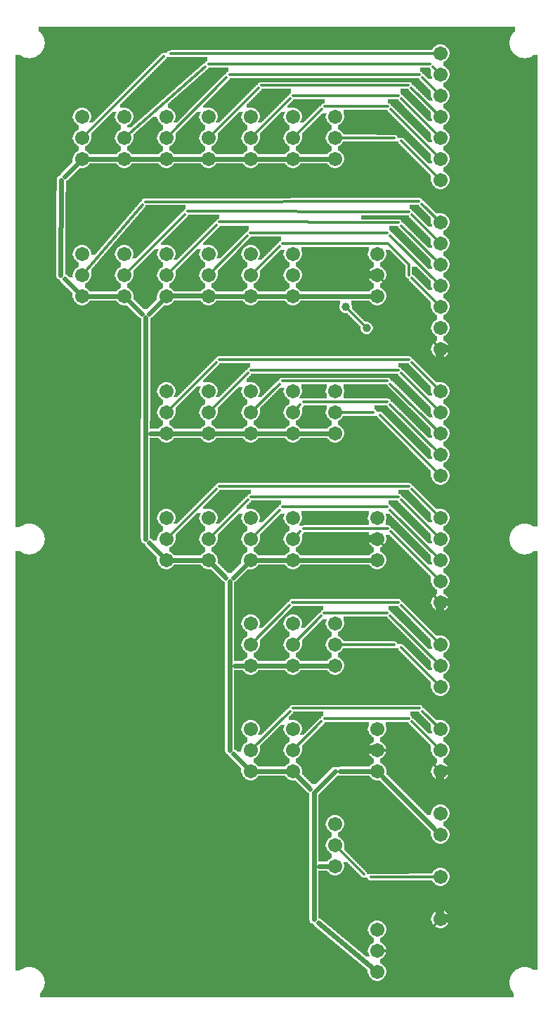
<source format=gbl>
G04 MADE WITH FRITZING*
G04 WWW.FRITZING.ORG*
G04 DOUBLE SIDED*
G04 HOLES PLATED*
G04 CONTOUR ON CENTER OF CONTOUR VECTOR*
%ASAXBY*%
%FSLAX23Y23*%
%MOIN*%
%OFA0B0*%
%SFA1.0B1.0*%
%ADD10C,0.075000*%
%ADD11C,0.067559*%
%ADD12C,0.039370*%
%ADD13C,0.012000*%
%ADD14C,0.024000*%
%ADD15R,0.001000X0.001000*%
%LNCOPPER0*%
G90*
G70*
G54D10*
X757Y4421D03*
X1052Y4308D03*
X1222Y4279D03*
X1645Y4174D03*
X462Y4122D03*
X862Y4122D03*
X1062Y4122D03*
X1262Y4122D03*
X1462Y4119D03*
X662Y4112D03*
X686Y3723D03*
X882Y3680D03*
X1018Y3632D03*
X1051Y3450D03*
X1443Y3528D03*
X662Y3466D03*
X862Y3472D03*
X1262Y3470D03*
X1020Y2981D03*
X862Y2822D03*
X1062Y2820D03*
X1262Y2819D03*
X1447Y2791D03*
X1021Y2381D03*
X862Y2222D03*
X1047Y2202D03*
X1262Y2220D03*
X1471Y2191D03*
X1251Y1700D03*
X1645Y1774D03*
X1462Y1720D03*
X1527Y1276D03*
X1262Y1220D03*
X2149Y4575D03*
G54D11*
X2054Y910D03*
X2054Y810D03*
X1754Y3560D03*
X1754Y3460D03*
X1754Y3360D03*
X1554Y4210D03*
X1554Y4110D03*
X1554Y4010D03*
X1354Y4210D03*
X1354Y4110D03*
X1354Y4010D03*
X1354Y3560D03*
X1354Y3460D03*
X1354Y3360D03*
X1154Y4210D03*
X1154Y4110D03*
X1154Y4010D03*
X1154Y3560D03*
X1154Y3460D03*
X1154Y3360D03*
X954Y4210D03*
X954Y4110D03*
X954Y4010D03*
X954Y3560D03*
X954Y3460D03*
X954Y3360D03*
X354Y4210D03*
X354Y4110D03*
X354Y4010D03*
X354Y3560D03*
X354Y3460D03*
X354Y3360D03*
X554Y3560D03*
X554Y3460D03*
X554Y3360D03*
X554Y4210D03*
X554Y4110D03*
X554Y4010D03*
X754Y4210D03*
X754Y4110D03*
X754Y4010D03*
X2054Y4510D03*
X2054Y4410D03*
X2054Y4310D03*
X2054Y4210D03*
X2054Y4110D03*
X2054Y4010D03*
X2054Y3910D03*
X2054Y610D03*
X2054Y2310D03*
X2054Y2210D03*
X2054Y2110D03*
X2054Y2010D03*
X2054Y1910D03*
X2054Y3710D03*
X2054Y3610D03*
X2054Y3510D03*
X2054Y3410D03*
X2054Y3310D03*
X2054Y3210D03*
X2054Y3110D03*
X2054Y2910D03*
X2054Y2810D03*
X2054Y2710D03*
X2054Y2610D03*
X2054Y2510D03*
X2054Y1310D03*
X2054Y1210D03*
X2054Y1110D03*
X2054Y410D03*
X2054Y1710D03*
X2054Y1610D03*
X2054Y1510D03*
X754Y3560D03*
X754Y3460D03*
X754Y3360D03*
X754Y2910D03*
X754Y2810D03*
X754Y2710D03*
X954Y2910D03*
X954Y2810D03*
X954Y2710D03*
X1154Y2910D03*
X1154Y2810D03*
X1154Y2710D03*
X1354Y2910D03*
X1354Y2810D03*
X1354Y2710D03*
X1554Y2910D03*
X1554Y2810D03*
X1554Y2710D03*
X754Y2310D03*
X754Y2210D03*
X754Y2110D03*
X954Y2310D03*
X954Y2210D03*
X954Y2110D03*
X1154Y2310D03*
X1154Y2210D03*
X1154Y2110D03*
X1354Y2310D03*
X1354Y2210D03*
X1354Y2110D03*
X1754Y2310D03*
X1754Y2210D03*
X1754Y2110D03*
X1154Y1810D03*
X1154Y1710D03*
X1154Y1610D03*
X1354Y1810D03*
X1354Y1710D03*
X1354Y1610D03*
X1554Y1810D03*
X1554Y1710D03*
X1554Y1610D03*
X1154Y1310D03*
X1154Y1210D03*
X1154Y1110D03*
X1354Y1310D03*
X1354Y1210D03*
X1354Y1110D03*
X1754Y1310D03*
X1754Y1210D03*
X1754Y1110D03*
X1554Y860D03*
X1554Y760D03*
X1554Y660D03*
X1754Y360D03*
X1754Y260D03*
X1754Y160D03*
G54D12*
X1605Y3309D03*
X1704Y3209D03*
G54D13*
X354Y3460D02*
X641Y3794D01*
D02*
X775Y4510D02*
X2054Y4510D01*
D02*
X1967Y3797D02*
X2054Y3710D01*
D02*
X654Y3808D02*
X1953Y3811D01*
D02*
X354Y4110D02*
X742Y4496D01*
D02*
X842Y3748D02*
X554Y3460D01*
D02*
X940Y4448D02*
X554Y4110D01*
D02*
X2005Y4461D02*
X954Y4461D01*
D02*
X2054Y4410D02*
X2019Y4447D01*
D02*
X991Y3047D02*
X754Y2810D01*
D02*
X1905Y3061D02*
X1005Y3061D01*
D02*
X991Y2447D02*
X754Y2210D01*
D02*
X1905Y2461D02*
X1005Y2461D01*
D02*
X1854Y3709D02*
X1006Y3712D01*
D02*
X993Y3698D02*
X754Y3460D01*
D02*
X1040Y4397D02*
X754Y4110D01*
D02*
X2054Y4310D02*
X1968Y4397D01*
D02*
X1954Y4410D02*
X1054Y4410D01*
D02*
X2054Y2910D02*
X1919Y3047D01*
D02*
X2054Y2310D02*
X1919Y2447D01*
D02*
X2054Y3510D02*
X1868Y3695D01*
D02*
X1141Y2996D02*
X954Y2810D01*
D02*
X1141Y2396D02*
X954Y2210D01*
D02*
X1140Y3648D02*
X954Y3460D01*
D02*
X1903Y4359D02*
X1204Y4359D01*
D02*
X1854Y2410D02*
X1155Y2410D01*
D02*
X1854Y3010D02*
X1155Y3010D01*
D02*
X1803Y3661D02*
X1153Y3661D01*
D02*
X1191Y4346D02*
X954Y4110D01*
D02*
X2054Y4210D02*
X1917Y4346D01*
D02*
X2054Y2810D02*
X1868Y2996D01*
D02*
X2054Y2210D02*
X1868Y2396D01*
D02*
X2054Y3410D02*
X1817Y3647D01*
D02*
X1291Y2348D02*
X1154Y2210D01*
D02*
X1341Y1395D02*
X1154Y1210D01*
D02*
X1291Y2945D02*
X1154Y2810D01*
D02*
X1291Y3597D02*
X1154Y3460D01*
D02*
X1341Y4297D02*
X1154Y4110D01*
D02*
X1855Y4311D02*
X1355Y4311D01*
D02*
X2054Y4110D02*
X1868Y4297D01*
D02*
X1803Y2362D02*
X1305Y2362D01*
D02*
X2054Y1310D02*
X1968Y1395D01*
D02*
X1954Y1409D02*
X1355Y1409D01*
D02*
X1803Y2959D02*
X1305Y2959D01*
D02*
X2054Y3310D02*
X1918Y3446D01*
D02*
X2054Y2710D02*
X1817Y2945D01*
D02*
X1804Y4260D02*
X1505Y4260D01*
D02*
X1803Y1861D02*
X1503Y1861D01*
D02*
X1490Y1346D02*
X1354Y1210D01*
D02*
X1490Y1847D02*
X1354Y1710D01*
D02*
X1905Y1359D02*
X1504Y1359D01*
D02*
X1390Y2846D02*
X1354Y2810D01*
D02*
X1803Y2860D02*
X1404Y2860D01*
D02*
X1492Y4246D02*
X1354Y4110D01*
D02*
X2054Y4010D02*
X1818Y4246D01*
D02*
X2054Y1210D02*
X1918Y1346D01*
D02*
X2054Y1610D02*
X1817Y1847D01*
D02*
X2054Y2010D02*
X1819Y2246D01*
D02*
X2054Y2610D02*
X1817Y2846D01*
D02*
X1768Y2197D02*
X2041Y1924D01*
D02*
X1754Y1210D02*
X1935Y1210D01*
D02*
X1868Y4096D02*
X2054Y3910D01*
D02*
X1554Y4110D02*
X1835Y4109D01*
D02*
X1554Y1710D02*
X1836Y1710D01*
D02*
X1554Y760D02*
X1691Y623D01*
D02*
X1554Y2810D02*
X1736Y2811D01*
D02*
X1854Y1911D02*
X1353Y1911D01*
D02*
X2054Y1710D02*
X1868Y1898D01*
G54D14*
D02*
X1179Y3360D02*
X1330Y3360D01*
D02*
X1379Y3360D02*
X1730Y3360D01*
D02*
X530Y3360D02*
X379Y3360D01*
D02*
X638Y3278D02*
X554Y3360D01*
D02*
X754Y3360D02*
X673Y3278D01*
D02*
X979Y3360D02*
X1130Y3360D01*
D02*
X1455Y1009D02*
X1555Y1110D01*
D02*
X1354Y1110D02*
X1437Y1027D01*
D02*
X1454Y660D02*
X1454Y409D01*
D02*
X1474Y393D02*
X1754Y160D01*
D02*
X1554Y660D02*
X1479Y660D01*
D02*
X1455Y1009D02*
X1454Y660D01*
D02*
X1179Y1110D02*
X1330Y1110D01*
D02*
X1054Y1210D02*
X1054Y1611D01*
D02*
X1079Y1610D02*
X1154Y1610D01*
D02*
X1054Y1611D02*
X1054Y2010D01*
D02*
X1154Y1110D02*
X1071Y1192D01*
D02*
X1072Y2028D02*
X1154Y2110D01*
D02*
X954Y2110D02*
X1037Y2028D01*
D02*
X1179Y2110D02*
X1330Y2110D01*
D02*
X779Y2110D02*
X930Y2110D01*
D02*
X779Y2710D02*
X930Y2710D01*
D02*
X979Y2710D02*
X1130Y2710D01*
D02*
X1179Y2710D02*
X1330Y2710D01*
D02*
X1379Y2710D02*
X1530Y2710D01*
D02*
X530Y4010D02*
X379Y4010D01*
D02*
X730Y4010D02*
X579Y4010D01*
D02*
X779Y4010D02*
X930Y4010D01*
D02*
X979Y4010D02*
X1130Y4010D01*
D02*
X1179Y4010D02*
X1330Y4010D01*
D02*
X1379Y4010D02*
X1530Y4010D01*
D02*
X354Y3360D02*
X271Y3442D01*
D02*
X273Y3928D02*
X354Y4010D01*
D02*
X680Y2711D02*
X754Y2710D01*
D02*
X656Y3260D02*
X655Y2711D01*
D02*
X673Y2192D02*
X754Y2110D01*
D02*
X655Y2711D02*
X655Y2210D01*
D02*
X1179Y1610D02*
X1330Y1610D01*
D02*
X1379Y1610D02*
X1530Y1610D01*
D02*
X1772Y1093D02*
X2037Y828D01*
D02*
X253Y3460D02*
X255Y3910D01*
G54D13*
D02*
X1804Y3611D02*
X1305Y3611D01*
D02*
X1905Y3511D02*
X1804Y3611D01*
D02*
X1905Y3460D02*
X1905Y3511D01*
D02*
X1769Y2797D02*
X2054Y2510D01*
G54D14*
D02*
X1379Y2110D02*
X1730Y2110D01*
G54D13*
D02*
X1390Y2246D02*
X1354Y2210D01*
D02*
X1805Y2260D02*
X1404Y2260D01*
D02*
X1854Y3361D02*
X1855Y3309D01*
D02*
X1869Y3296D02*
X2054Y3110D01*
D02*
X1754Y3460D02*
X1841Y3374D01*
D02*
X1340Y1898D02*
X1154Y1710D01*
D02*
X1869Y1696D02*
X2054Y1510D01*
D02*
X1968Y1196D02*
X2054Y1110D01*
D02*
X1724Y609D02*
X2054Y610D01*
D02*
X1918Y272D02*
X2054Y410D01*
D02*
X1754Y260D02*
X1885Y259D01*
D02*
X1905Y3760D02*
X855Y3762D01*
D02*
X2054Y3610D02*
X1919Y3746D01*
D02*
X2054Y2110D02*
X1817Y2348D01*
D02*
X1695Y3219D02*
X1614Y3300D01*
G54D14*
D02*
X1580Y1110D02*
X1754Y1110D01*
G36*
X758Y4495D02*
X758Y4493D01*
X756Y4493D01*
X756Y4487D01*
X754Y4487D01*
X754Y4485D01*
X752Y4485D01*
X752Y4483D01*
X750Y4483D01*
X750Y4481D01*
X748Y4481D01*
X748Y4479D01*
X746Y4479D01*
X746Y4477D01*
X744Y4477D01*
X744Y4475D01*
X742Y4475D01*
X742Y4473D01*
X740Y4473D01*
X740Y4471D01*
X738Y4471D01*
X738Y4469D01*
X736Y4469D01*
X736Y4467D01*
X734Y4467D01*
X734Y4465D01*
X732Y4465D01*
X732Y4463D01*
X730Y4463D01*
X730Y4461D01*
X728Y4461D01*
X728Y4459D01*
X726Y4459D01*
X726Y4457D01*
X724Y4457D01*
X724Y4455D01*
X722Y4455D01*
X722Y4453D01*
X720Y4453D01*
X720Y4451D01*
X718Y4451D01*
X718Y4449D01*
X716Y4449D01*
X716Y4447D01*
X714Y4447D01*
X714Y4445D01*
X712Y4445D01*
X712Y4443D01*
X710Y4443D01*
X710Y4441D01*
X708Y4441D01*
X708Y4439D01*
X706Y4439D01*
X706Y4437D01*
X704Y4437D01*
X704Y4435D01*
X702Y4435D01*
X702Y4433D01*
X700Y4433D01*
X700Y4431D01*
X698Y4431D01*
X698Y4429D01*
X696Y4429D01*
X696Y4427D01*
X694Y4427D01*
X694Y4425D01*
X692Y4425D01*
X692Y4423D01*
X690Y4423D01*
X690Y4421D01*
X688Y4421D01*
X688Y4419D01*
X686Y4419D01*
X686Y4417D01*
X684Y4417D01*
X684Y4415D01*
X682Y4415D01*
X682Y4413D01*
X680Y4413D01*
X680Y4411D01*
X678Y4411D01*
X678Y4409D01*
X676Y4409D01*
X676Y4407D01*
X674Y4407D01*
X674Y4405D01*
X672Y4405D01*
X672Y4403D01*
X670Y4403D01*
X670Y4401D01*
X668Y4401D01*
X668Y4399D01*
X666Y4399D01*
X666Y4397D01*
X664Y4397D01*
X664Y4395D01*
X662Y4395D01*
X662Y4393D01*
X660Y4393D01*
X660Y4391D01*
X658Y4391D01*
X658Y4389D01*
X656Y4389D01*
X656Y4387D01*
X654Y4387D01*
X654Y4385D01*
X652Y4385D01*
X652Y4383D01*
X650Y4383D01*
X650Y4381D01*
X648Y4381D01*
X648Y4379D01*
X646Y4379D01*
X646Y4377D01*
X644Y4377D01*
X644Y4375D01*
X642Y4375D01*
X642Y4373D01*
X640Y4373D01*
X640Y4371D01*
X638Y4371D01*
X638Y4369D01*
X636Y4369D01*
X636Y4367D01*
X634Y4367D01*
X634Y4365D01*
X632Y4365D01*
X632Y4363D01*
X630Y4363D01*
X630Y4361D01*
X628Y4361D01*
X628Y4359D01*
X626Y4359D01*
X626Y4357D01*
X624Y4357D01*
X624Y4355D01*
X622Y4355D01*
X622Y4353D01*
X620Y4353D01*
X620Y4351D01*
X618Y4351D01*
X618Y4349D01*
X616Y4349D01*
X616Y4347D01*
X614Y4347D01*
X614Y4345D01*
X612Y4345D01*
X612Y4343D01*
X610Y4343D01*
X610Y4341D01*
X608Y4341D01*
X608Y4339D01*
X606Y4339D01*
X606Y4337D01*
X604Y4337D01*
X604Y4335D01*
X602Y4335D01*
X602Y4333D01*
X600Y4333D01*
X600Y4331D01*
X598Y4331D01*
X598Y4329D01*
X596Y4329D01*
X596Y4327D01*
X594Y4327D01*
X594Y4325D01*
X592Y4325D01*
X592Y4323D01*
X590Y4323D01*
X590Y4321D01*
X588Y4321D01*
X588Y4319D01*
X586Y4319D01*
X586Y4317D01*
X584Y4317D01*
X584Y4315D01*
X582Y4315D01*
X582Y4313D01*
X580Y4313D01*
X580Y4311D01*
X578Y4311D01*
X578Y4309D01*
X576Y4309D01*
X576Y4307D01*
X574Y4307D01*
X574Y4305D01*
X572Y4305D01*
X572Y4303D01*
X570Y4303D01*
X570Y4301D01*
X568Y4301D01*
X568Y4299D01*
X566Y4299D01*
X566Y4297D01*
X564Y4297D01*
X564Y4295D01*
X562Y4295D01*
X562Y4293D01*
X560Y4293D01*
X560Y4291D01*
X558Y4291D01*
X558Y4289D01*
X556Y4289D01*
X556Y4287D01*
X554Y4287D01*
X554Y4285D01*
X552Y4285D01*
X552Y4283D01*
X550Y4283D01*
X550Y4281D01*
X548Y4281D01*
X548Y4279D01*
X546Y4279D01*
X546Y4277D01*
X544Y4277D01*
X544Y4275D01*
X542Y4275D01*
X542Y4273D01*
X540Y4273D01*
X540Y4271D01*
X538Y4271D01*
X538Y4269D01*
X536Y4269D01*
X536Y4255D01*
X558Y4255D01*
X558Y4253D01*
X566Y4253D01*
X566Y4251D01*
X572Y4251D01*
X572Y4249D01*
X574Y4249D01*
X574Y4247D01*
X578Y4247D01*
X578Y4245D01*
X580Y4245D01*
X580Y4243D01*
X582Y4243D01*
X582Y4241D01*
X584Y4241D01*
X584Y4239D01*
X586Y4239D01*
X586Y4237D01*
X588Y4237D01*
X588Y4235D01*
X590Y4235D01*
X590Y4233D01*
X592Y4233D01*
X592Y4229D01*
X594Y4229D01*
X594Y4225D01*
X596Y4225D01*
X596Y4219D01*
X598Y4219D01*
X598Y4203D01*
X596Y4203D01*
X596Y4197D01*
X594Y4197D01*
X594Y4193D01*
X592Y4193D01*
X592Y4189D01*
X590Y4189D01*
X590Y4187D01*
X588Y4187D01*
X588Y4183D01*
X586Y4183D01*
X586Y4181D01*
X584Y4181D01*
X584Y4179D01*
X582Y4179D01*
X582Y4177D01*
X578Y4177D01*
X578Y4175D01*
X576Y4175D01*
X576Y4173D01*
X572Y4173D01*
X572Y4171D01*
X568Y4171D01*
X568Y4161D01*
X588Y4161D01*
X588Y4163D01*
X592Y4163D01*
X592Y4165D01*
X594Y4165D01*
X594Y4167D01*
X596Y4167D01*
X596Y4169D01*
X598Y4169D01*
X598Y4171D01*
X600Y4171D01*
X600Y4173D01*
X602Y4173D01*
X602Y4175D01*
X604Y4175D01*
X604Y4177D01*
X606Y4177D01*
X606Y4179D01*
X610Y4179D01*
X610Y4181D01*
X612Y4181D01*
X612Y4183D01*
X614Y4183D01*
X614Y4185D01*
X616Y4185D01*
X616Y4187D01*
X618Y4187D01*
X618Y4189D01*
X620Y4189D01*
X620Y4191D01*
X622Y4191D01*
X622Y4193D01*
X626Y4193D01*
X626Y4195D01*
X628Y4195D01*
X628Y4197D01*
X630Y4197D01*
X630Y4199D01*
X632Y4199D01*
X632Y4201D01*
X634Y4201D01*
X634Y4203D01*
X636Y4203D01*
X636Y4205D01*
X638Y4205D01*
X638Y4207D01*
X642Y4207D01*
X642Y4209D01*
X644Y4209D01*
X644Y4211D01*
X646Y4211D01*
X646Y4213D01*
X648Y4213D01*
X648Y4215D01*
X650Y4215D01*
X650Y4217D01*
X652Y4217D01*
X652Y4219D01*
X654Y4219D01*
X654Y4221D01*
X658Y4221D01*
X658Y4223D01*
X660Y4223D01*
X660Y4225D01*
X662Y4225D01*
X662Y4227D01*
X664Y4227D01*
X664Y4229D01*
X666Y4229D01*
X666Y4231D01*
X668Y4231D01*
X668Y4233D01*
X670Y4233D01*
X670Y4235D01*
X674Y4235D01*
X674Y4237D01*
X676Y4237D01*
X676Y4239D01*
X678Y4239D01*
X678Y4241D01*
X680Y4241D01*
X680Y4243D01*
X682Y4243D01*
X682Y4245D01*
X684Y4245D01*
X684Y4247D01*
X686Y4247D01*
X686Y4249D01*
X690Y4249D01*
X690Y4251D01*
X692Y4251D01*
X692Y4253D01*
X694Y4253D01*
X694Y4255D01*
X696Y4255D01*
X696Y4257D01*
X698Y4257D01*
X698Y4259D01*
X700Y4259D01*
X700Y4261D01*
X702Y4261D01*
X702Y4263D01*
X706Y4263D01*
X706Y4265D01*
X708Y4265D01*
X708Y4267D01*
X710Y4267D01*
X710Y4269D01*
X712Y4269D01*
X712Y4271D01*
X714Y4271D01*
X714Y4273D01*
X716Y4273D01*
X716Y4275D01*
X718Y4275D01*
X718Y4277D01*
X720Y4277D01*
X720Y4279D01*
X724Y4279D01*
X724Y4281D01*
X726Y4281D01*
X726Y4283D01*
X728Y4283D01*
X728Y4285D01*
X730Y4285D01*
X730Y4287D01*
X732Y4287D01*
X732Y4289D01*
X734Y4289D01*
X734Y4291D01*
X736Y4291D01*
X736Y4293D01*
X740Y4293D01*
X740Y4295D01*
X742Y4295D01*
X742Y4297D01*
X744Y4297D01*
X744Y4299D01*
X746Y4299D01*
X746Y4301D01*
X748Y4301D01*
X748Y4303D01*
X750Y4303D01*
X750Y4305D01*
X752Y4305D01*
X752Y4307D01*
X756Y4307D01*
X756Y4309D01*
X758Y4309D01*
X758Y4311D01*
X760Y4311D01*
X760Y4313D01*
X762Y4313D01*
X762Y4315D01*
X764Y4315D01*
X764Y4317D01*
X766Y4317D01*
X766Y4319D01*
X768Y4319D01*
X768Y4321D01*
X772Y4321D01*
X772Y4323D01*
X774Y4323D01*
X774Y4325D01*
X776Y4325D01*
X776Y4327D01*
X778Y4327D01*
X778Y4329D01*
X780Y4329D01*
X780Y4331D01*
X782Y4331D01*
X782Y4333D01*
X784Y4333D01*
X784Y4335D01*
X788Y4335D01*
X788Y4337D01*
X790Y4337D01*
X790Y4339D01*
X792Y4339D01*
X792Y4341D01*
X794Y4341D01*
X794Y4343D01*
X796Y4343D01*
X796Y4345D01*
X798Y4345D01*
X798Y4347D01*
X800Y4347D01*
X800Y4349D01*
X804Y4349D01*
X804Y4351D01*
X806Y4351D01*
X806Y4353D01*
X808Y4353D01*
X808Y4355D01*
X810Y4355D01*
X810Y4357D01*
X812Y4357D01*
X812Y4359D01*
X814Y4359D01*
X814Y4361D01*
X816Y4361D01*
X816Y4363D01*
X820Y4363D01*
X820Y4365D01*
X822Y4365D01*
X822Y4367D01*
X824Y4367D01*
X824Y4369D01*
X826Y4369D01*
X826Y4371D01*
X828Y4371D01*
X828Y4373D01*
X830Y4373D01*
X830Y4375D01*
X832Y4375D01*
X832Y4377D01*
X834Y4377D01*
X834Y4379D01*
X838Y4379D01*
X838Y4381D01*
X840Y4381D01*
X840Y4383D01*
X842Y4383D01*
X842Y4385D01*
X844Y4385D01*
X844Y4387D01*
X846Y4387D01*
X846Y4389D01*
X848Y4389D01*
X848Y4391D01*
X850Y4391D01*
X850Y4393D01*
X854Y4393D01*
X854Y4395D01*
X856Y4395D01*
X856Y4397D01*
X858Y4397D01*
X858Y4399D01*
X860Y4399D01*
X860Y4401D01*
X862Y4401D01*
X862Y4403D01*
X864Y4403D01*
X864Y4405D01*
X866Y4405D01*
X866Y4407D01*
X870Y4407D01*
X870Y4409D01*
X872Y4409D01*
X872Y4411D01*
X874Y4411D01*
X874Y4413D01*
X876Y4413D01*
X876Y4415D01*
X878Y4415D01*
X878Y4417D01*
X880Y4417D01*
X880Y4419D01*
X882Y4419D01*
X882Y4421D01*
X886Y4421D01*
X886Y4423D01*
X888Y4423D01*
X888Y4425D01*
X890Y4425D01*
X890Y4427D01*
X892Y4427D01*
X892Y4429D01*
X894Y4429D01*
X894Y4431D01*
X896Y4431D01*
X896Y4433D01*
X898Y4433D01*
X898Y4435D01*
X902Y4435D01*
X902Y4437D01*
X904Y4437D01*
X904Y4439D01*
X906Y4439D01*
X906Y4441D01*
X908Y4441D01*
X908Y4443D01*
X910Y4443D01*
X910Y4445D01*
X912Y4445D01*
X912Y4447D01*
X914Y4447D01*
X914Y4449D01*
X918Y4449D01*
X918Y4451D01*
X920Y4451D01*
X920Y4453D01*
X922Y4453D01*
X922Y4455D01*
X924Y4455D01*
X924Y4457D01*
X926Y4457D01*
X926Y4459D01*
X928Y4459D01*
X928Y4461D01*
X932Y4461D01*
X932Y4463D01*
X936Y4463D01*
X936Y4465D01*
X940Y4465D01*
X940Y4471D01*
X942Y4471D01*
X942Y4473D01*
X944Y4473D01*
X944Y4475D01*
X948Y4475D01*
X948Y4495D01*
X758Y4495D01*
G37*
D02*
G36*
X956Y4445D02*
X956Y4443D01*
X954Y4443D01*
X954Y4439D01*
X952Y4439D01*
X952Y4437D01*
X950Y4437D01*
X950Y4435D01*
X948Y4435D01*
X948Y4433D01*
X946Y4433D01*
X946Y4431D01*
X942Y4431D01*
X942Y4429D01*
X940Y4429D01*
X940Y4427D01*
X938Y4427D01*
X938Y4425D01*
X936Y4425D01*
X936Y4423D01*
X934Y4423D01*
X934Y4421D01*
X932Y4421D01*
X932Y4419D01*
X930Y4419D01*
X930Y4417D01*
X926Y4417D01*
X926Y4415D01*
X924Y4415D01*
X924Y4413D01*
X922Y4413D01*
X922Y4411D01*
X920Y4411D01*
X920Y4409D01*
X918Y4409D01*
X918Y4407D01*
X916Y4407D01*
X916Y4405D01*
X914Y4405D01*
X914Y4403D01*
X910Y4403D01*
X910Y4401D01*
X908Y4401D01*
X908Y4399D01*
X906Y4399D01*
X906Y4397D01*
X904Y4397D01*
X904Y4395D01*
X902Y4395D01*
X902Y4393D01*
X900Y4393D01*
X900Y4391D01*
X898Y4391D01*
X898Y4389D01*
X894Y4389D01*
X894Y4387D01*
X892Y4387D01*
X892Y4385D01*
X890Y4385D01*
X890Y4383D01*
X888Y4383D01*
X888Y4381D01*
X886Y4381D01*
X886Y4379D01*
X884Y4379D01*
X884Y4377D01*
X882Y4377D01*
X882Y4375D01*
X878Y4375D01*
X878Y4373D01*
X876Y4373D01*
X876Y4371D01*
X874Y4371D01*
X874Y4369D01*
X872Y4369D01*
X872Y4367D01*
X870Y4367D01*
X870Y4365D01*
X868Y4365D01*
X868Y4363D01*
X866Y4363D01*
X866Y4361D01*
X862Y4361D01*
X862Y4359D01*
X860Y4359D01*
X860Y4357D01*
X858Y4357D01*
X858Y4355D01*
X856Y4355D01*
X856Y4353D01*
X854Y4353D01*
X854Y4351D01*
X852Y4351D01*
X852Y4349D01*
X850Y4349D01*
X850Y4347D01*
X848Y4347D01*
X848Y4345D01*
X844Y4345D01*
X844Y4343D01*
X842Y4343D01*
X842Y4341D01*
X840Y4341D01*
X840Y4339D01*
X838Y4339D01*
X838Y4337D01*
X836Y4337D01*
X836Y4335D01*
X834Y4335D01*
X834Y4333D01*
X832Y4333D01*
X832Y4331D01*
X828Y4331D01*
X828Y4329D01*
X826Y4329D01*
X826Y4327D01*
X824Y4327D01*
X824Y4325D01*
X822Y4325D01*
X822Y4323D01*
X820Y4323D01*
X820Y4321D01*
X818Y4321D01*
X818Y4319D01*
X816Y4319D01*
X816Y4317D01*
X812Y4317D01*
X812Y4315D01*
X810Y4315D01*
X810Y4313D01*
X808Y4313D01*
X808Y4311D01*
X806Y4311D01*
X806Y4309D01*
X804Y4309D01*
X804Y4307D01*
X802Y4307D01*
X802Y4305D01*
X800Y4305D01*
X800Y4303D01*
X796Y4303D01*
X796Y4301D01*
X794Y4301D01*
X794Y4299D01*
X792Y4299D01*
X792Y4297D01*
X790Y4297D01*
X790Y4295D01*
X788Y4295D01*
X788Y4293D01*
X786Y4293D01*
X786Y4291D01*
X784Y4291D01*
X784Y4289D01*
X780Y4289D01*
X780Y4287D01*
X778Y4287D01*
X778Y4285D01*
X776Y4285D01*
X776Y4283D01*
X774Y4283D01*
X774Y4281D01*
X772Y4281D01*
X772Y4279D01*
X770Y4279D01*
X770Y4277D01*
X768Y4277D01*
X768Y4275D01*
X764Y4275D01*
X764Y4273D01*
X762Y4273D01*
X762Y4253D01*
X766Y4253D01*
X766Y4251D01*
X772Y4251D01*
X772Y4249D01*
X774Y4249D01*
X774Y4247D01*
X778Y4247D01*
X778Y4245D01*
X780Y4245D01*
X780Y4243D01*
X782Y4243D01*
X782Y4241D01*
X784Y4241D01*
X784Y4239D01*
X786Y4239D01*
X786Y4237D01*
X788Y4237D01*
X788Y4235D01*
X790Y4235D01*
X790Y4233D01*
X792Y4233D01*
X792Y4229D01*
X794Y4229D01*
X794Y4225D01*
X796Y4225D01*
X796Y4219D01*
X798Y4219D01*
X798Y4203D01*
X796Y4203D01*
X796Y4197D01*
X794Y4197D01*
X794Y4193D01*
X792Y4193D01*
X792Y4189D01*
X790Y4189D01*
X790Y4187D01*
X788Y4187D01*
X788Y4185D01*
X808Y4185D01*
X808Y4187D01*
X810Y4187D01*
X810Y4189D01*
X812Y4189D01*
X812Y4191D01*
X814Y4191D01*
X814Y4193D01*
X816Y4193D01*
X816Y4195D01*
X818Y4195D01*
X818Y4197D01*
X820Y4197D01*
X820Y4199D01*
X822Y4199D01*
X822Y4201D01*
X824Y4201D01*
X824Y4203D01*
X826Y4203D01*
X826Y4205D01*
X828Y4205D01*
X828Y4207D01*
X830Y4207D01*
X830Y4209D01*
X832Y4209D01*
X832Y4211D01*
X834Y4211D01*
X834Y4213D01*
X836Y4213D01*
X836Y4215D01*
X838Y4215D01*
X838Y4217D01*
X840Y4217D01*
X840Y4219D01*
X842Y4219D01*
X842Y4221D01*
X844Y4221D01*
X844Y4223D01*
X846Y4223D01*
X846Y4225D01*
X848Y4225D01*
X848Y4227D01*
X850Y4227D01*
X850Y4229D01*
X852Y4229D01*
X852Y4231D01*
X854Y4231D01*
X854Y4233D01*
X856Y4233D01*
X856Y4237D01*
X858Y4237D01*
X858Y4239D01*
X860Y4239D01*
X860Y4241D01*
X862Y4241D01*
X862Y4243D01*
X864Y4243D01*
X864Y4245D01*
X866Y4245D01*
X866Y4247D01*
X868Y4247D01*
X868Y4249D01*
X870Y4249D01*
X870Y4251D01*
X872Y4251D01*
X872Y4253D01*
X874Y4253D01*
X874Y4255D01*
X876Y4255D01*
X876Y4257D01*
X878Y4257D01*
X878Y4259D01*
X880Y4259D01*
X880Y4261D01*
X882Y4261D01*
X882Y4263D01*
X884Y4263D01*
X884Y4265D01*
X886Y4265D01*
X886Y4267D01*
X888Y4267D01*
X888Y4269D01*
X890Y4269D01*
X890Y4271D01*
X892Y4271D01*
X892Y4273D01*
X894Y4273D01*
X894Y4275D01*
X896Y4275D01*
X896Y4277D01*
X898Y4277D01*
X898Y4279D01*
X900Y4279D01*
X900Y4281D01*
X902Y4281D01*
X902Y4283D01*
X904Y4283D01*
X904Y4285D01*
X906Y4285D01*
X906Y4287D01*
X908Y4287D01*
X908Y4289D01*
X910Y4289D01*
X910Y4291D01*
X912Y4291D01*
X912Y4293D01*
X914Y4293D01*
X914Y4295D01*
X916Y4295D01*
X916Y4297D01*
X918Y4297D01*
X918Y4299D01*
X920Y4299D01*
X920Y4301D01*
X922Y4301D01*
X922Y4303D01*
X924Y4303D01*
X924Y4305D01*
X926Y4305D01*
X926Y4307D01*
X928Y4307D01*
X928Y4309D01*
X930Y4309D01*
X930Y4311D01*
X932Y4311D01*
X932Y4313D01*
X934Y4313D01*
X934Y4315D01*
X936Y4315D01*
X936Y4317D01*
X938Y4317D01*
X938Y4319D01*
X940Y4319D01*
X940Y4321D01*
X942Y4321D01*
X942Y4323D01*
X944Y4323D01*
X944Y4325D01*
X946Y4325D01*
X946Y4327D01*
X948Y4327D01*
X948Y4329D01*
X950Y4329D01*
X950Y4331D01*
X952Y4331D01*
X952Y4333D01*
X954Y4333D01*
X954Y4335D01*
X956Y4335D01*
X956Y4337D01*
X958Y4337D01*
X958Y4339D01*
X960Y4339D01*
X960Y4341D01*
X962Y4341D01*
X962Y4343D01*
X964Y4343D01*
X964Y4345D01*
X966Y4345D01*
X966Y4347D01*
X968Y4347D01*
X968Y4349D01*
X970Y4349D01*
X970Y4351D01*
X972Y4351D01*
X972Y4353D01*
X974Y4353D01*
X974Y4355D01*
X976Y4355D01*
X976Y4357D01*
X978Y4357D01*
X978Y4359D01*
X980Y4359D01*
X980Y4361D01*
X982Y4361D01*
X982Y4363D01*
X984Y4363D01*
X984Y4365D01*
X986Y4365D01*
X986Y4367D01*
X988Y4367D01*
X988Y4369D01*
X990Y4369D01*
X990Y4371D01*
X992Y4371D01*
X992Y4373D01*
X994Y4373D01*
X994Y4375D01*
X996Y4375D01*
X996Y4377D01*
X998Y4377D01*
X998Y4379D01*
X1000Y4379D01*
X1000Y4381D01*
X1002Y4381D01*
X1002Y4383D01*
X1004Y4383D01*
X1004Y4385D01*
X1006Y4385D01*
X1006Y4387D01*
X1008Y4387D01*
X1008Y4389D01*
X1010Y4389D01*
X1010Y4391D01*
X1012Y4391D01*
X1012Y4393D01*
X1014Y4393D01*
X1014Y4395D01*
X1016Y4395D01*
X1016Y4397D01*
X1018Y4397D01*
X1018Y4399D01*
X1020Y4399D01*
X1020Y4401D01*
X1022Y4401D01*
X1022Y4403D01*
X1024Y4403D01*
X1024Y4405D01*
X1026Y4405D01*
X1026Y4407D01*
X1028Y4407D01*
X1028Y4409D01*
X1032Y4409D01*
X1032Y4411D01*
X1036Y4411D01*
X1036Y4413D01*
X1038Y4413D01*
X1038Y4417D01*
X1040Y4417D01*
X1040Y4419D01*
X1042Y4419D01*
X1042Y4423D01*
X1046Y4423D01*
X1046Y4425D01*
X1050Y4425D01*
X1050Y4445D01*
X956Y4445D01*
G37*
D02*
G36*
X1958Y4445D02*
X1958Y4425D01*
X1962Y4425D01*
X1962Y4423D01*
X1966Y4423D01*
X1966Y4421D01*
X1968Y4421D01*
X1968Y4417D01*
X1970Y4417D01*
X1970Y4413D01*
X1974Y4413D01*
X1974Y4411D01*
X1978Y4411D01*
X1978Y4409D01*
X1980Y4409D01*
X1980Y4407D01*
X1982Y4407D01*
X1982Y4405D01*
X1984Y4405D01*
X1984Y4403D01*
X1986Y4403D01*
X1986Y4401D01*
X1988Y4401D01*
X1988Y4399D01*
X1990Y4399D01*
X1990Y4397D01*
X1992Y4397D01*
X1992Y4395D01*
X1994Y4395D01*
X1994Y4393D01*
X1996Y4393D01*
X1996Y4391D01*
X1998Y4391D01*
X1998Y4389D01*
X2018Y4389D01*
X2018Y4391D01*
X2016Y4391D01*
X2016Y4393D01*
X2014Y4393D01*
X2014Y4399D01*
X2012Y4399D01*
X2012Y4405D01*
X2010Y4405D01*
X2010Y4435D01*
X2008Y4435D01*
X2008Y4437D01*
X2006Y4437D01*
X2006Y4439D01*
X2004Y4439D01*
X2004Y4445D01*
X1958Y4445D01*
G37*
D02*
G36*
X1056Y4395D02*
X1056Y4391D01*
X1054Y4391D01*
X1054Y4387D01*
X1052Y4387D01*
X1052Y4385D01*
X1050Y4385D01*
X1050Y4383D01*
X1048Y4383D01*
X1048Y4381D01*
X1046Y4381D01*
X1046Y4379D01*
X1044Y4379D01*
X1044Y4377D01*
X1042Y4377D01*
X1042Y4375D01*
X1910Y4375D01*
X1910Y4373D01*
X1914Y4373D01*
X1914Y4371D01*
X1916Y4371D01*
X1916Y4369D01*
X1918Y4369D01*
X1918Y4363D01*
X1920Y4363D01*
X1920Y4361D01*
X1924Y4361D01*
X1924Y4359D01*
X1928Y4359D01*
X1928Y4357D01*
X1930Y4357D01*
X1930Y4355D01*
X1932Y4355D01*
X1932Y4353D01*
X1934Y4353D01*
X1934Y4351D01*
X1936Y4351D01*
X1936Y4349D01*
X1938Y4349D01*
X1938Y4347D01*
X1940Y4347D01*
X1940Y4345D01*
X1942Y4345D01*
X1942Y4343D01*
X1944Y4343D01*
X1944Y4341D01*
X1946Y4341D01*
X1946Y4339D01*
X1948Y4339D01*
X1948Y4337D01*
X1950Y4337D01*
X1950Y4335D01*
X1952Y4335D01*
X1952Y4333D01*
X1954Y4333D01*
X1954Y4331D01*
X1956Y4331D01*
X1956Y4329D01*
X1958Y4329D01*
X1958Y4327D01*
X1960Y4327D01*
X1960Y4325D01*
X1962Y4325D01*
X1962Y4323D01*
X1964Y4323D01*
X1964Y4321D01*
X1966Y4321D01*
X1966Y4319D01*
X1968Y4319D01*
X1968Y4317D01*
X1970Y4317D01*
X1970Y4315D01*
X1972Y4315D01*
X1972Y4313D01*
X1974Y4313D01*
X1974Y4311D01*
X1976Y4311D01*
X1976Y4309D01*
X1978Y4309D01*
X1978Y4307D01*
X1980Y4307D01*
X1980Y4305D01*
X1982Y4305D01*
X1982Y4303D01*
X1984Y4303D01*
X1984Y4301D01*
X1986Y4301D01*
X1986Y4299D01*
X1988Y4299D01*
X1988Y4297D01*
X1990Y4297D01*
X1990Y4295D01*
X1992Y4295D01*
X1992Y4293D01*
X1994Y4293D01*
X1994Y4291D01*
X1996Y4291D01*
X1996Y4289D01*
X1998Y4289D01*
X1998Y4287D01*
X2018Y4287D01*
X2018Y4291D01*
X2016Y4291D01*
X2016Y4293D01*
X2014Y4293D01*
X2014Y4299D01*
X2012Y4299D01*
X2012Y4305D01*
X2010Y4305D01*
X2010Y4333D01*
X2008Y4333D01*
X2008Y4335D01*
X2006Y4335D01*
X2006Y4337D01*
X2004Y4337D01*
X2004Y4339D01*
X2002Y4339D01*
X2002Y4341D01*
X2000Y4341D01*
X2000Y4343D01*
X1998Y4343D01*
X1998Y4345D01*
X1996Y4345D01*
X1996Y4347D01*
X1994Y4347D01*
X1994Y4349D01*
X1992Y4349D01*
X1992Y4351D01*
X1990Y4351D01*
X1990Y4353D01*
X1988Y4353D01*
X1988Y4355D01*
X1986Y4355D01*
X1986Y4357D01*
X1984Y4357D01*
X1984Y4359D01*
X1982Y4359D01*
X1982Y4361D01*
X1980Y4361D01*
X1980Y4363D01*
X1978Y4363D01*
X1978Y4365D01*
X1976Y4365D01*
X1976Y4367D01*
X1974Y4367D01*
X1974Y4369D01*
X1972Y4369D01*
X1972Y4371D01*
X1970Y4371D01*
X1970Y4373D01*
X1968Y4373D01*
X1968Y4375D01*
X1966Y4375D01*
X1966Y4377D01*
X1964Y4377D01*
X1964Y4379D01*
X1962Y4379D01*
X1962Y4381D01*
X1960Y4381D01*
X1960Y4383D01*
X1958Y4383D01*
X1958Y4385D01*
X1956Y4385D01*
X1956Y4387D01*
X1954Y4387D01*
X1954Y4391D01*
X1952Y4391D01*
X1952Y4395D01*
X1056Y4395D01*
G37*
D02*
G36*
X1040Y4375D02*
X1040Y4373D01*
X1038Y4373D01*
X1038Y4371D01*
X1036Y4371D01*
X1036Y4369D01*
X1034Y4369D01*
X1034Y4367D01*
X1032Y4367D01*
X1032Y4365D01*
X1030Y4365D01*
X1030Y4363D01*
X1028Y4363D01*
X1028Y4361D01*
X1026Y4361D01*
X1026Y4359D01*
X1024Y4359D01*
X1024Y4357D01*
X1022Y4357D01*
X1022Y4355D01*
X1020Y4355D01*
X1020Y4353D01*
X1018Y4353D01*
X1018Y4351D01*
X1016Y4351D01*
X1016Y4349D01*
X1014Y4349D01*
X1014Y4347D01*
X1012Y4347D01*
X1012Y4345D01*
X1010Y4345D01*
X1010Y4343D01*
X1008Y4343D01*
X1008Y4341D01*
X1006Y4341D01*
X1006Y4339D01*
X1004Y4339D01*
X1004Y4337D01*
X1002Y4337D01*
X1002Y4335D01*
X1000Y4335D01*
X1000Y4333D01*
X998Y4333D01*
X998Y4331D01*
X996Y4331D01*
X996Y4329D01*
X994Y4329D01*
X994Y4327D01*
X992Y4327D01*
X992Y4325D01*
X990Y4325D01*
X990Y4323D01*
X988Y4323D01*
X988Y4321D01*
X986Y4321D01*
X986Y4319D01*
X984Y4319D01*
X984Y4317D01*
X982Y4317D01*
X982Y4315D01*
X980Y4315D01*
X980Y4313D01*
X978Y4313D01*
X978Y4311D01*
X976Y4311D01*
X976Y4309D01*
X974Y4309D01*
X974Y4307D01*
X972Y4307D01*
X972Y4305D01*
X970Y4305D01*
X970Y4303D01*
X968Y4303D01*
X968Y4301D01*
X966Y4301D01*
X966Y4299D01*
X964Y4299D01*
X964Y4297D01*
X962Y4297D01*
X962Y4295D01*
X960Y4295D01*
X960Y4293D01*
X958Y4293D01*
X958Y4291D01*
X956Y4291D01*
X956Y4289D01*
X954Y4289D01*
X954Y4287D01*
X952Y4287D01*
X952Y4285D01*
X950Y4285D01*
X950Y4283D01*
X948Y4283D01*
X948Y4281D01*
X946Y4281D01*
X946Y4279D01*
X944Y4279D01*
X944Y4277D01*
X942Y4277D01*
X942Y4275D01*
X940Y4275D01*
X940Y4273D01*
X938Y4273D01*
X938Y4271D01*
X936Y4271D01*
X936Y4269D01*
X934Y4269D01*
X934Y4267D01*
X932Y4267D01*
X932Y4265D01*
X930Y4265D01*
X930Y4255D01*
X958Y4255D01*
X958Y4253D01*
X966Y4253D01*
X966Y4251D01*
X972Y4251D01*
X972Y4249D01*
X974Y4249D01*
X974Y4247D01*
X978Y4247D01*
X978Y4245D01*
X980Y4245D01*
X980Y4243D01*
X982Y4243D01*
X982Y4241D01*
X984Y4241D01*
X984Y4239D01*
X986Y4239D01*
X986Y4237D01*
X988Y4237D01*
X988Y4235D01*
X990Y4235D01*
X990Y4233D01*
X992Y4233D01*
X992Y4229D01*
X994Y4229D01*
X994Y4225D01*
X996Y4225D01*
X996Y4219D01*
X998Y4219D01*
X998Y4203D01*
X996Y4203D01*
X996Y4197D01*
X994Y4197D01*
X994Y4193D01*
X992Y4193D01*
X992Y4189D01*
X990Y4189D01*
X990Y4187D01*
X988Y4187D01*
X988Y4185D01*
X1008Y4185D01*
X1008Y4187D01*
X1010Y4187D01*
X1010Y4189D01*
X1012Y4189D01*
X1012Y4191D01*
X1014Y4191D01*
X1014Y4193D01*
X1016Y4193D01*
X1016Y4195D01*
X1018Y4195D01*
X1018Y4197D01*
X1020Y4197D01*
X1020Y4199D01*
X1022Y4199D01*
X1022Y4201D01*
X1024Y4201D01*
X1024Y4203D01*
X1026Y4203D01*
X1026Y4205D01*
X1028Y4205D01*
X1028Y4207D01*
X1030Y4207D01*
X1030Y4209D01*
X1032Y4209D01*
X1032Y4211D01*
X1034Y4211D01*
X1034Y4213D01*
X1036Y4213D01*
X1036Y4215D01*
X1038Y4215D01*
X1038Y4217D01*
X1040Y4217D01*
X1040Y4219D01*
X1042Y4219D01*
X1042Y4221D01*
X1044Y4221D01*
X1044Y4223D01*
X1046Y4223D01*
X1046Y4225D01*
X1048Y4225D01*
X1048Y4227D01*
X1050Y4227D01*
X1050Y4229D01*
X1052Y4229D01*
X1052Y4231D01*
X1054Y4231D01*
X1054Y4233D01*
X1056Y4233D01*
X1056Y4235D01*
X1058Y4235D01*
X1058Y4237D01*
X1060Y4237D01*
X1060Y4239D01*
X1062Y4239D01*
X1062Y4241D01*
X1064Y4241D01*
X1064Y4243D01*
X1066Y4243D01*
X1066Y4245D01*
X1068Y4245D01*
X1068Y4247D01*
X1070Y4247D01*
X1070Y4249D01*
X1072Y4249D01*
X1072Y4251D01*
X1074Y4251D01*
X1074Y4253D01*
X1076Y4253D01*
X1076Y4255D01*
X1078Y4255D01*
X1078Y4257D01*
X1080Y4257D01*
X1080Y4259D01*
X1082Y4259D01*
X1082Y4261D01*
X1084Y4261D01*
X1084Y4263D01*
X1086Y4263D01*
X1086Y4265D01*
X1088Y4265D01*
X1088Y4267D01*
X1090Y4267D01*
X1090Y4269D01*
X1092Y4269D01*
X1092Y4271D01*
X1094Y4271D01*
X1094Y4273D01*
X1096Y4273D01*
X1096Y4275D01*
X1098Y4275D01*
X1098Y4277D01*
X1100Y4277D01*
X1100Y4279D01*
X1102Y4279D01*
X1102Y4281D01*
X1104Y4281D01*
X1104Y4283D01*
X1106Y4283D01*
X1106Y4285D01*
X1108Y4285D01*
X1108Y4287D01*
X1110Y4287D01*
X1110Y4289D01*
X1112Y4289D01*
X1112Y4291D01*
X1114Y4291D01*
X1114Y4293D01*
X1116Y4293D01*
X1116Y4295D01*
X1118Y4295D01*
X1118Y4297D01*
X1120Y4297D01*
X1120Y4299D01*
X1122Y4299D01*
X1122Y4301D01*
X1124Y4301D01*
X1124Y4303D01*
X1126Y4303D01*
X1126Y4305D01*
X1128Y4305D01*
X1128Y4307D01*
X1130Y4307D01*
X1130Y4309D01*
X1132Y4309D01*
X1132Y4311D01*
X1134Y4311D01*
X1134Y4313D01*
X1136Y4313D01*
X1136Y4315D01*
X1138Y4315D01*
X1138Y4317D01*
X1140Y4317D01*
X1140Y4319D01*
X1142Y4319D01*
X1142Y4321D01*
X1144Y4321D01*
X1144Y4323D01*
X1146Y4323D01*
X1146Y4325D01*
X1148Y4325D01*
X1148Y4327D01*
X1150Y4327D01*
X1150Y4329D01*
X1152Y4329D01*
X1152Y4331D01*
X1154Y4331D01*
X1154Y4333D01*
X1156Y4333D01*
X1156Y4335D01*
X1158Y4335D01*
X1158Y4337D01*
X1160Y4337D01*
X1160Y4339D01*
X1162Y4339D01*
X1162Y4341D01*
X1164Y4341D01*
X1164Y4343D01*
X1166Y4343D01*
X1166Y4345D01*
X1168Y4345D01*
X1168Y4347D01*
X1170Y4347D01*
X1170Y4349D01*
X1172Y4349D01*
X1172Y4351D01*
X1174Y4351D01*
X1174Y4353D01*
X1176Y4353D01*
X1176Y4355D01*
X1178Y4355D01*
X1178Y4357D01*
X1180Y4357D01*
X1180Y4359D01*
X1182Y4359D01*
X1182Y4361D01*
X1188Y4361D01*
X1188Y4365D01*
X1190Y4365D01*
X1190Y4369D01*
X1192Y4369D01*
X1192Y4371D01*
X1194Y4371D01*
X1194Y4373D01*
X1198Y4373D01*
X1198Y4375D01*
X1040Y4375D01*
G37*
D02*
G36*
X930Y4255D02*
X930Y4253D01*
X950Y4253D01*
X950Y4255D01*
X930Y4255D01*
G37*
D02*
G36*
X1206Y4343D02*
X1206Y4339D01*
X1204Y4339D01*
X1204Y4335D01*
X1202Y4335D01*
X1202Y4333D01*
X1200Y4333D01*
X1200Y4331D01*
X1198Y4331D01*
X1198Y4329D01*
X1196Y4329D01*
X1196Y4327D01*
X1194Y4327D01*
X1194Y4325D01*
X1192Y4325D01*
X1192Y4323D01*
X1190Y4323D01*
X1190Y4321D01*
X1188Y4321D01*
X1188Y4319D01*
X1186Y4319D01*
X1186Y4317D01*
X1184Y4317D01*
X1184Y4315D01*
X1182Y4315D01*
X1182Y4313D01*
X1180Y4313D01*
X1180Y4311D01*
X1178Y4311D01*
X1178Y4309D01*
X1176Y4309D01*
X1176Y4307D01*
X1174Y4307D01*
X1174Y4305D01*
X1172Y4305D01*
X1172Y4303D01*
X1170Y4303D01*
X1170Y4301D01*
X1168Y4301D01*
X1168Y4299D01*
X1166Y4299D01*
X1166Y4297D01*
X1164Y4297D01*
X1164Y4295D01*
X1162Y4295D01*
X1162Y4293D01*
X1160Y4293D01*
X1160Y4291D01*
X1158Y4291D01*
X1158Y4289D01*
X1156Y4289D01*
X1156Y4287D01*
X1154Y4287D01*
X1154Y4285D01*
X1152Y4285D01*
X1152Y4283D01*
X1150Y4283D01*
X1150Y4281D01*
X1148Y4281D01*
X1148Y4279D01*
X1146Y4279D01*
X1146Y4277D01*
X1144Y4277D01*
X1144Y4275D01*
X1142Y4275D01*
X1142Y4273D01*
X1140Y4273D01*
X1140Y4271D01*
X1138Y4271D01*
X1138Y4269D01*
X1136Y4269D01*
X1136Y4255D01*
X1158Y4255D01*
X1158Y4253D01*
X1166Y4253D01*
X1166Y4251D01*
X1172Y4251D01*
X1172Y4249D01*
X1174Y4249D01*
X1174Y4247D01*
X1178Y4247D01*
X1178Y4245D01*
X1180Y4245D01*
X1180Y4243D01*
X1182Y4243D01*
X1182Y4241D01*
X1184Y4241D01*
X1184Y4239D01*
X1186Y4239D01*
X1186Y4237D01*
X1188Y4237D01*
X1188Y4235D01*
X1190Y4235D01*
X1190Y4233D01*
X1192Y4233D01*
X1192Y4229D01*
X1194Y4229D01*
X1194Y4225D01*
X1196Y4225D01*
X1196Y4219D01*
X1198Y4219D01*
X1198Y4203D01*
X1196Y4203D01*
X1196Y4197D01*
X1194Y4197D01*
X1194Y4193D01*
X1192Y4193D01*
X1192Y4189D01*
X1190Y4189D01*
X1190Y4187D01*
X1188Y4187D01*
X1188Y4185D01*
X1208Y4185D01*
X1208Y4187D01*
X1210Y4187D01*
X1210Y4189D01*
X1212Y4189D01*
X1212Y4191D01*
X1214Y4191D01*
X1214Y4193D01*
X1216Y4193D01*
X1216Y4195D01*
X1218Y4195D01*
X1218Y4197D01*
X1220Y4197D01*
X1220Y4199D01*
X1222Y4199D01*
X1222Y4201D01*
X1224Y4201D01*
X1224Y4203D01*
X1226Y4203D01*
X1226Y4205D01*
X1228Y4205D01*
X1228Y4207D01*
X1230Y4207D01*
X1230Y4209D01*
X1232Y4209D01*
X1232Y4211D01*
X1234Y4211D01*
X1234Y4213D01*
X1236Y4213D01*
X1236Y4215D01*
X1238Y4215D01*
X1238Y4217D01*
X1240Y4217D01*
X1240Y4219D01*
X1242Y4219D01*
X1242Y4221D01*
X1244Y4221D01*
X1244Y4223D01*
X1246Y4223D01*
X1246Y4225D01*
X1248Y4225D01*
X1248Y4227D01*
X1250Y4227D01*
X1250Y4229D01*
X1252Y4229D01*
X1252Y4231D01*
X1254Y4231D01*
X1254Y4233D01*
X1256Y4233D01*
X1256Y4235D01*
X1258Y4235D01*
X1258Y4237D01*
X1260Y4237D01*
X1260Y4239D01*
X1262Y4239D01*
X1262Y4241D01*
X1264Y4241D01*
X1264Y4243D01*
X1266Y4243D01*
X1266Y4245D01*
X1268Y4245D01*
X1268Y4247D01*
X1270Y4247D01*
X1270Y4249D01*
X1272Y4249D01*
X1272Y4251D01*
X1274Y4251D01*
X1274Y4253D01*
X1276Y4253D01*
X1276Y4255D01*
X1278Y4255D01*
X1278Y4257D01*
X1280Y4257D01*
X1280Y4259D01*
X1282Y4259D01*
X1282Y4261D01*
X1284Y4261D01*
X1284Y4263D01*
X1286Y4263D01*
X1286Y4265D01*
X1288Y4265D01*
X1288Y4267D01*
X1290Y4267D01*
X1290Y4269D01*
X1292Y4269D01*
X1292Y4271D01*
X1294Y4271D01*
X1294Y4273D01*
X1296Y4273D01*
X1296Y4275D01*
X1298Y4275D01*
X1298Y4277D01*
X1300Y4277D01*
X1300Y4279D01*
X1302Y4279D01*
X1302Y4281D01*
X1304Y4281D01*
X1304Y4283D01*
X1306Y4283D01*
X1306Y4285D01*
X1308Y4285D01*
X1308Y4287D01*
X1310Y4287D01*
X1310Y4289D01*
X1312Y4289D01*
X1312Y4291D01*
X1314Y4291D01*
X1314Y4293D01*
X1316Y4293D01*
X1316Y4295D01*
X1318Y4295D01*
X1318Y4297D01*
X1320Y4297D01*
X1320Y4299D01*
X1322Y4299D01*
X1322Y4301D01*
X1324Y4301D01*
X1324Y4303D01*
X1326Y4303D01*
X1326Y4305D01*
X1328Y4305D01*
X1328Y4307D01*
X1330Y4307D01*
X1330Y4309D01*
X1332Y4309D01*
X1332Y4311D01*
X1334Y4311D01*
X1334Y4313D01*
X1340Y4313D01*
X1340Y4319D01*
X1342Y4319D01*
X1342Y4321D01*
X1344Y4321D01*
X1344Y4323D01*
X1346Y4323D01*
X1346Y4343D01*
X1206Y4343D01*
G37*
D02*
G36*
X1864Y4343D02*
X1864Y4323D01*
X1866Y4323D01*
X1866Y4321D01*
X1868Y4321D01*
X1868Y4319D01*
X1870Y4319D01*
X1870Y4313D01*
X1874Y4313D01*
X1874Y4311D01*
X1878Y4311D01*
X1878Y4309D01*
X1880Y4309D01*
X1880Y4307D01*
X1882Y4307D01*
X1882Y4305D01*
X1884Y4305D01*
X1884Y4303D01*
X1886Y4303D01*
X1886Y4301D01*
X1888Y4301D01*
X1888Y4299D01*
X1890Y4299D01*
X1890Y4297D01*
X1892Y4297D01*
X1892Y4295D01*
X1894Y4295D01*
X1894Y4293D01*
X1896Y4293D01*
X1896Y4291D01*
X1898Y4291D01*
X1898Y4289D01*
X1900Y4289D01*
X1900Y4287D01*
X1902Y4287D01*
X1902Y4285D01*
X1904Y4285D01*
X1904Y4283D01*
X1906Y4283D01*
X1906Y4281D01*
X1908Y4281D01*
X1908Y4279D01*
X1910Y4279D01*
X1910Y4277D01*
X1912Y4277D01*
X1912Y4275D01*
X1914Y4275D01*
X1914Y4273D01*
X1916Y4273D01*
X1916Y4271D01*
X1918Y4271D01*
X1918Y4269D01*
X1920Y4269D01*
X1920Y4267D01*
X1922Y4267D01*
X1922Y4265D01*
X1924Y4265D01*
X1924Y4263D01*
X1926Y4263D01*
X1926Y4261D01*
X1928Y4261D01*
X1928Y4259D01*
X1930Y4259D01*
X1930Y4257D01*
X1932Y4257D01*
X1932Y4255D01*
X1934Y4255D01*
X1934Y4253D01*
X1936Y4253D01*
X1936Y4251D01*
X1938Y4251D01*
X1938Y4249D01*
X1940Y4249D01*
X1940Y4247D01*
X1942Y4247D01*
X1942Y4245D01*
X1944Y4245D01*
X1944Y4243D01*
X1946Y4243D01*
X1946Y4241D01*
X1948Y4241D01*
X1948Y4239D01*
X1950Y4239D01*
X1950Y4237D01*
X1952Y4237D01*
X1952Y4235D01*
X1954Y4235D01*
X1954Y4233D01*
X1956Y4233D01*
X1956Y4231D01*
X1958Y4231D01*
X1958Y4229D01*
X1960Y4229D01*
X1960Y4227D01*
X1962Y4227D01*
X1962Y4225D01*
X1964Y4225D01*
X1964Y4223D01*
X1966Y4223D01*
X1966Y4221D01*
X1968Y4221D01*
X1968Y4219D01*
X1970Y4219D01*
X1970Y4217D01*
X1972Y4217D01*
X1972Y4215D01*
X1974Y4215D01*
X1974Y4213D01*
X1976Y4213D01*
X1976Y4211D01*
X1978Y4211D01*
X1978Y4209D01*
X1980Y4209D01*
X1980Y4207D01*
X1982Y4207D01*
X1982Y4205D01*
X1984Y4205D01*
X1984Y4203D01*
X1986Y4203D01*
X1986Y4201D01*
X1988Y4201D01*
X1988Y4199D01*
X1990Y4199D01*
X1990Y4197D01*
X1992Y4197D01*
X1992Y4195D01*
X1994Y4195D01*
X1994Y4193D01*
X1996Y4193D01*
X1996Y4191D01*
X1998Y4191D01*
X1998Y4189D01*
X2018Y4189D01*
X2018Y4191D01*
X2016Y4191D01*
X2016Y4193D01*
X2014Y4193D01*
X2014Y4199D01*
X2012Y4199D01*
X2012Y4205D01*
X2010Y4205D01*
X2010Y4233D01*
X2008Y4233D01*
X2008Y4235D01*
X2006Y4235D01*
X2006Y4237D01*
X2004Y4237D01*
X2004Y4239D01*
X2002Y4239D01*
X2002Y4241D01*
X2000Y4241D01*
X2000Y4243D01*
X1998Y4243D01*
X1998Y4245D01*
X1996Y4245D01*
X1996Y4247D01*
X1994Y4247D01*
X1994Y4249D01*
X1992Y4249D01*
X1992Y4251D01*
X1990Y4251D01*
X1990Y4253D01*
X1988Y4253D01*
X1988Y4255D01*
X1986Y4255D01*
X1986Y4257D01*
X1984Y4257D01*
X1984Y4259D01*
X1982Y4259D01*
X1982Y4261D01*
X1980Y4261D01*
X1980Y4263D01*
X1978Y4263D01*
X1978Y4265D01*
X1976Y4265D01*
X1976Y4267D01*
X1974Y4267D01*
X1974Y4269D01*
X1972Y4269D01*
X1972Y4271D01*
X1970Y4271D01*
X1970Y4273D01*
X1968Y4273D01*
X1968Y4275D01*
X1966Y4275D01*
X1966Y4277D01*
X1964Y4277D01*
X1964Y4279D01*
X1962Y4279D01*
X1962Y4281D01*
X1960Y4281D01*
X1960Y4283D01*
X1958Y4283D01*
X1958Y4285D01*
X1956Y4285D01*
X1956Y4287D01*
X1954Y4287D01*
X1954Y4289D01*
X1952Y4289D01*
X1952Y4291D01*
X1950Y4291D01*
X1950Y4293D01*
X1948Y4293D01*
X1948Y4295D01*
X1946Y4295D01*
X1946Y4297D01*
X1944Y4297D01*
X1944Y4299D01*
X1942Y4299D01*
X1942Y4301D01*
X1940Y4301D01*
X1940Y4303D01*
X1938Y4303D01*
X1938Y4305D01*
X1936Y4305D01*
X1936Y4307D01*
X1934Y4307D01*
X1934Y4309D01*
X1930Y4309D01*
X1930Y4311D01*
X1928Y4311D01*
X1928Y4313D01*
X1926Y4313D01*
X1926Y4315D01*
X1924Y4315D01*
X1924Y4317D01*
X1922Y4317D01*
X1922Y4319D01*
X1920Y4319D01*
X1920Y4321D01*
X1918Y4321D01*
X1918Y4323D01*
X1916Y4323D01*
X1916Y4325D01*
X1914Y4325D01*
X1914Y4327D01*
X1912Y4327D01*
X1912Y4329D01*
X1910Y4329D01*
X1910Y4331D01*
X1908Y4331D01*
X1908Y4333D01*
X1906Y4333D01*
X1906Y4335D01*
X1904Y4335D01*
X1904Y4339D01*
X1902Y4339D01*
X1902Y4343D01*
X1864Y4343D01*
G37*
D02*
G36*
X1356Y4295D02*
X1356Y4289D01*
X1354Y4289D01*
X1354Y4287D01*
X1352Y4287D01*
X1352Y4285D01*
X1350Y4285D01*
X1350Y4283D01*
X1348Y4283D01*
X1348Y4281D01*
X1346Y4281D01*
X1346Y4279D01*
X1344Y4279D01*
X1344Y4277D01*
X1342Y4277D01*
X1342Y4275D01*
X1340Y4275D01*
X1340Y4273D01*
X1338Y4273D01*
X1338Y4271D01*
X1336Y4271D01*
X1336Y4269D01*
X1334Y4269D01*
X1334Y4267D01*
X1332Y4267D01*
X1332Y4265D01*
X1330Y4265D01*
X1330Y4255D01*
X1358Y4255D01*
X1358Y4253D01*
X1366Y4253D01*
X1366Y4251D01*
X1372Y4251D01*
X1372Y4249D01*
X1374Y4249D01*
X1374Y4247D01*
X1378Y4247D01*
X1378Y4245D01*
X1380Y4245D01*
X1380Y4243D01*
X1382Y4243D01*
X1382Y4241D01*
X1384Y4241D01*
X1384Y4239D01*
X1386Y4239D01*
X1386Y4237D01*
X1388Y4237D01*
X1388Y4235D01*
X1390Y4235D01*
X1390Y4233D01*
X1392Y4233D01*
X1392Y4229D01*
X1394Y4229D01*
X1394Y4225D01*
X1396Y4225D01*
X1396Y4219D01*
X1398Y4219D01*
X1398Y4203D01*
X1396Y4203D01*
X1396Y4197D01*
X1394Y4197D01*
X1394Y4193D01*
X1392Y4193D01*
X1392Y4189D01*
X1390Y4189D01*
X1390Y4187D01*
X1388Y4187D01*
X1388Y4185D01*
X1408Y4185D01*
X1408Y4187D01*
X1410Y4187D01*
X1410Y4189D01*
X1412Y4189D01*
X1412Y4191D01*
X1414Y4191D01*
X1414Y4193D01*
X1416Y4193D01*
X1416Y4195D01*
X1418Y4195D01*
X1418Y4197D01*
X1420Y4197D01*
X1420Y4199D01*
X1422Y4199D01*
X1422Y4201D01*
X1424Y4201D01*
X1424Y4203D01*
X1426Y4203D01*
X1426Y4205D01*
X1428Y4205D01*
X1428Y4207D01*
X1430Y4207D01*
X1430Y4209D01*
X1432Y4209D01*
X1432Y4211D01*
X1434Y4211D01*
X1434Y4213D01*
X1436Y4213D01*
X1436Y4215D01*
X1438Y4215D01*
X1438Y4217D01*
X1440Y4217D01*
X1440Y4219D01*
X1442Y4219D01*
X1442Y4221D01*
X1444Y4221D01*
X1444Y4223D01*
X1446Y4223D01*
X1446Y4225D01*
X1448Y4225D01*
X1448Y4227D01*
X1450Y4227D01*
X1450Y4229D01*
X1452Y4229D01*
X1452Y4231D01*
X1454Y4231D01*
X1454Y4233D01*
X1456Y4233D01*
X1456Y4235D01*
X1458Y4235D01*
X1458Y4237D01*
X1460Y4237D01*
X1460Y4239D01*
X1462Y4239D01*
X1462Y4241D01*
X1464Y4241D01*
X1464Y4243D01*
X1466Y4243D01*
X1466Y4245D01*
X1468Y4245D01*
X1468Y4247D01*
X1470Y4247D01*
X1470Y4249D01*
X1472Y4249D01*
X1472Y4251D01*
X1474Y4251D01*
X1474Y4253D01*
X1476Y4253D01*
X1476Y4255D01*
X1478Y4255D01*
X1478Y4257D01*
X1480Y4257D01*
X1480Y4259D01*
X1482Y4259D01*
X1482Y4261D01*
X1488Y4261D01*
X1488Y4263D01*
X1490Y4263D01*
X1490Y4267D01*
X1492Y4267D01*
X1492Y4271D01*
X1494Y4271D01*
X1494Y4273D01*
X1498Y4273D01*
X1498Y4275D01*
X1504Y4275D01*
X1504Y4295D01*
X1356Y4295D01*
G37*
D02*
G36*
X1330Y4255D02*
X1330Y4253D01*
X1350Y4253D01*
X1350Y4255D01*
X1330Y4255D01*
G37*
D02*
G36*
X1806Y4295D02*
X1806Y4275D01*
X1812Y4275D01*
X1812Y4273D01*
X1814Y4273D01*
X1814Y4271D01*
X1816Y4271D01*
X1816Y4269D01*
X1818Y4269D01*
X1818Y4265D01*
X1820Y4265D01*
X1820Y4263D01*
X1822Y4263D01*
X1822Y4261D01*
X1826Y4261D01*
X1826Y4259D01*
X1828Y4259D01*
X1828Y4257D01*
X1830Y4257D01*
X1830Y4255D01*
X1832Y4255D01*
X1832Y4253D01*
X1834Y4253D01*
X1834Y4251D01*
X1836Y4251D01*
X1836Y4249D01*
X1838Y4249D01*
X1838Y4247D01*
X1840Y4247D01*
X1840Y4245D01*
X1842Y4245D01*
X1842Y4243D01*
X1844Y4243D01*
X1844Y4241D01*
X1846Y4241D01*
X1846Y4239D01*
X1848Y4239D01*
X1848Y4237D01*
X1850Y4237D01*
X1850Y4235D01*
X1852Y4235D01*
X1852Y4233D01*
X1854Y4233D01*
X1854Y4231D01*
X1856Y4231D01*
X1856Y4229D01*
X1858Y4229D01*
X1858Y4227D01*
X1860Y4227D01*
X1860Y4225D01*
X1862Y4225D01*
X1862Y4223D01*
X1864Y4223D01*
X1864Y4221D01*
X1866Y4221D01*
X1866Y4219D01*
X1868Y4219D01*
X1868Y4217D01*
X1870Y4217D01*
X1870Y4215D01*
X1872Y4215D01*
X1872Y4213D01*
X1874Y4213D01*
X1874Y4211D01*
X1876Y4211D01*
X1876Y4209D01*
X1878Y4209D01*
X1878Y4207D01*
X1880Y4207D01*
X1880Y4205D01*
X1882Y4205D01*
X1882Y4203D01*
X1884Y4203D01*
X1884Y4201D01*
X1886Y4201D01*
X1886Y4199D01*
X1888Y4199D01*
X1888Y4197D01*
X1890Y4197D01*
X1890Y4195D01*
X1892Y4195D01*
X1892Y4193D01*
X1894Y4193D01*
X1894Y4191D01*
X1896Y4191D01*
X1896Y4189D01*
X1898Y4189D01*
X1898Y4187D01*
X1900Y4187D01*
X1900Y4185D01*
X1902Y4185D01*
X1902Y4183D01*
X1904Y4183D01*
X1904Y4181D01*
X1906Y4181D01*
X1906Y4179D01*
X1910Y4179D01*
X1910Y4177D01*
X1912Y4177D01*
X1912Y4175D01*
X1914Y4175D01*
X1914Y4173D01*
X1916Y4173D01*
X1916Y4171D01*
X1918Y4171D01*
X1918Y4169D01*
X1920Y4169D01*
X1920Y4167D01*
X1922Y4167D01*
X1922Y4165D01*
X1924Y4165D01*
X1924Y4163D01*
X1926Y4163D01*
X1926Y4161D01*
X1928Y4161D01*
X1928Y4159D01*
X1930Y4159D01*
X1930Y4157D01*
X1932Y4157D01*
X1932Y4155D01*
X1934Y4155D01*
X1934Y4153D01*
X1936Y4153D01*
X1936Y4151D01*
X1938Y4151D01*
X1938Y4149D01*
X1940Y4149D01*
X1940Y4147D01*
X1942Y4147D01*
X1942Y4145D01*
X1944Y4145D01*
X1944Y4143D01*
X1946Y4143D01*
X1946Y4141D01*
X1948Y4141D01*
X1948Y4139D01*
X1950Y4139D01*
X1950Y4137D01*
X1952Y4137D01*
X1952Y4135D01*
X1954Y4135D01*
X1954Y4133D01*
X1956Y4133D01*
X1956Y4131D01*
X1958Y4131D01*
X1958Y4129D01*
X1960Y4129D01*
X1960Y4127D01*
X1962Y4127D01*
X1962Y4125D01*
X1964Y4125D01*
X1964Y4123D01*
X1966Y4123D01*
X1966Y4121D01*
X1968Y4121D01*
X1968Y4119D01*
X1970Y4119D01*
X1970Y4117D01*
X1972Y4117D01*
X1972Y4115D01*
X1974Y4115D01*
X1974Y4113D01*
X1976Y4113D01*
X1976Y4111D01*
X1978Y4111D01*
X1978Y4109D01*
X1980Y4109D01*
X1980Y4107D01*
X1982Y4107D01*
X1982Y4105D01*
X1984Y4105D01*
X1984Y4103D01*
X1986Y4103D01*
X1986Y4101D01*
X1988Y4101D01*
X1988Y4099D01*
X1990Y4099D01*
X1990Y4097D01*
X1992Y4097D01*
X1992Y4095D01*
X1994Y4095D01*
X1994Y4093D01*
X1996Y4093D01*
X1996Y4091D01*
X1998Y4091D01*
X1998Y4089D01*
X2018Y4089D01*
X2018Y4091D01*
X2016Y4091D01*
X2016Y4093D01*
X2014Y4093D01*
X2014Y4099D01*
X2012Y4099D01*
X2012Y4105D01*
X2010Y4105D01*
X2010Y4133D01*
X2008Y4133D01*
X2008Y4135D01*
X2006Y4135D01*
X2006Y4137D01*
X2004Y4137D01*
X2004Y4139D01*
X2002Y4139D01*
X2002Y4141D01*
X2000Y4141D01*
X2000Y4143D01*
X1998Y4143D01*
X1998Y4145D01*
X1996Y4145D01*
X1996Y4147D01*
X1994Y4147D01*
X1994Y4149D01*
X1992Y4149D01*
X1992Y4151D01*
X1990Y4151D01*
X1990Y4153D01*
X1988Y4153D01*
X1988Y4155D01*
X1986Y4155D01*
X1986Y4157D01*
X1984Y4157D01*
X1984Y4159D01*
X1982Y4159D01*
X1982Y4161D01*
X1980Y4161D01*
X1980Y4163D01*
X1978Y4163D01*
X1978Y4165D01*
X1976Y4165D01*
X1976Y4167D01*
X1974Y4167D01*
X1974Y4169D01*
X1972Y4169D01*
X1972Y4171D01*
X1970Y4171D01*
X1970Y4173D01*
X1968Y4173D01*
X1968Y4175D01*
X1966Y4175D01*
X1966Y4177D01*
X1964Y4177D01*
X1964Y4179D01*
X1962Y4179D01*
X1962Y4181D01*
X1960Y4181D01*
X1960Y4183D01*
X1958Y4183D01*
X1958Y4185D01*
X1956Y4185D01*
X1956Y4187D01*
X1954Y4187D01*
X1954Y4189D01*
X1952Y4189D01*
X1952Y4191D01*
X1950Y4191D01*
X1950Y4193D01*
X1948Y4193D01*
X1948Y4195D01*
X1946Y4195D01*
X1946Y4197D01*
X1944Y4197D01*
X1944Y4199D01*
X1942Y4199D01*
X1942Y4201D01*
X1940Y4201D01*
X1940Y4203D01*
X1938Y4203D01*
X1938Y4205D01*
X1936Y4205D01*
X1936Y4207D01*
X1934Y4207D01*
X1934Y4209D01*
X1932Y4209D01*
X1932Y4211D01*
X1930Y4211D01*
X1930Y4213D01*
X1928Y4213D01*
X1928Y4215D01*
X1926Y4215D01*
X1926Y4217D01*
X1924Y4217D01*
X1924Y4219D01*
X1922Y4219D01*
X1922Y4221D01*
X1920Y4221D01*
X1920Y4223D01*
X1918Y4223D01*
X1918Y4225D01*
X1916Y4225D01*
X1916Y4227D01*
X1914Y4227D01*
X1914Y4229D01*
X1912Y4229D01*
X1912Y4231D01*
X1910Y4231D01*
X1910Y4233D01*
X1908Y4233D01*
X1908Y4235D01*
X1906Y4235D01*
X1906Y4237D01*
X1904Y4237D01*
X1904Y4239D01*
X1902Y4239D01*
X1902Y4241D01*
X1900Y4241D01*
X1900Y4243D01*
X1898Y4243D01*
X1898Y4245D01*
X1896Y4245D01*
X1896Y4247D01*
X1894Y4247D01*
X1894Y4249D01*
X1892Y4249D01*
X1892Y4251D01*
X1890Y4251D01*
X1890Y4253D01*
X1888Y4253D01*
X1888Y4255D01*
X1886Y4255D01*
X1886Y4257D01*
X1884Y4257D01*
X1884Y4261D01*
X1882Y4261D01*
X1882Y4263D01*
X1880Y4263D01*
X1880Y4265D01*
X1878Y4265D01*
X1878Y4267D01*
X1876Y4267D01*
X1876Y4269D01*
X1874Y4269D01*
X1874Y4271D01*
X1872Y4271D01*
X1872Y4273D01*
X1870Y4273D01*
X1870Y4275D01*
X1868Y4275D01*
X1868Y4277D01*
X1866Y4277D01*
X1866Y4279D01*
X1864Y4279D01*
X1864Y4281D01*
X1862Y4281D01*
X1862Y4283D01*
X1860Y4283D01*
X1860Y4285D01*
X1858Y4285D01*
X1858Y4287D01*
X1856Y4287D01*
X1856Y4289D01*
X1854Y4289D01*
X1854Y4293D01*
X1852Y4293D01*
X1852Y4295D01*
X1806Y4295D01*
G37*
D02*
G36*
X1594Y4245D02*
X1594Y4225D01*
X1596Y4225D01*
X1596Y4219D01*
X1598Y4219D01*
X1598Y4203D01*
X1596Y4203D01*
X1596Y4197D01*
X1594Y4197D01*
X1594Y4193D01*
X1592Y4193D01*
X1592Y4189D01*
X1590Y4189D01*
X1590Y4187D01*
X1588Y4187D01*
X1588Y4183D01*
X1586Y4183D01*
X1586Y4181D01*
X1584Y4181D01*
X1584Y4179D01*
X1582Y4179D01*
X1582Y4177D01*
X1578Y4177D01*
X1578Y4175D01*
X1576Y4175D01*
X1576Y4173D01*
X1572Y4173D01*
X1572Y4171D01*
X1568Y4171D01*
X1568Y4151D01*
X1572Y4151D01*
X1572Y4149D01*
X1574Y4149D01*
X1574Y4147D01*
X1578Y4147D01*
X1578Y4145D01*
X1580Y4145D01*
X1580Y4143D01*
X1582Y4143D01*
X1582Y4141D01*
X1584Y4141D01*
X1584Y4139D01*
X1586Y4139D01*
X1586Y4137D01*
X1588Y4137D01*
X1588Y4135D01*
X1590Y4135D01*
X1590Y4133D01*
X1592Y4133D01*
X1592Y4129D01*
X1594Y4129D01*
X1594Y4127D01*
X1752Y4127D01*
X1752Y4125D01*
X1842Y4125D01*
X1842Y4123D01*
X1846Y4123D01*
X1846Y4121D01*
X1848Y4121D01*
X1848Y4119D01*
X1850Y4119D01*
X1850Y4113D01*
X1852Y4113D01*
X1852Y4111D01*
X1876Y4111D01*
X1876Y4109D01*
X1878Y4109D01*
X1878Y4107D01*
X1882Y4107D01*
X1882Y4105D01*
X1884Y4105D01*
X1884Y4103D01*
X1886Y4103D01*
X1886Y4101D01*
X1888Y4101D01*
X1888Y4099D01*
X1890Y4099D01*
X1890Y4097D01*
X1892Y4097D01*
X1892Y4095D01*
X1894Y4095D01*
X1894Y4093D01*
X1896Y4093D01*
X1896Y4091D01*
X1898Y4091D01*
X1898Y4089D01*
X1900Y4089D01*
X1900Y4087D01*
X1902Y4087D01*
X1902Y4085D01*
X1904Y4085D01*
X1904Y4083D01*
X1906Y4083D01*
X1906Y4081D01*
X1908Y4081D01*
X1908Y4079D01*
X1910Y4079D01*
X1910Y4077D01*
X1912Y4077D01*
X1912Y4075D01*
X1914Y4075D01*
X1914Y4073D01*
X1916Y4073D01*
X1916Y4071D01*
X1918Y4071D01*
X1918Y4069D01*
X1920Y4069D01*
X1920Y4067D01*
X1922Y4067D01*
X1922Y4065D01*
X1924Y4065D01*
X1924Y4063D01*
X1926Y4063D01*
X1926Y4061D01*
X1928Y4061D01*
X1928Y4059D01*
X1930Y4059D01*
X1930Y4057D01*
X1932Y4057D01*
X1932Y4055D01*
X1934Y4055D01*
X1934Y4053D01*
X1936Y4053D01*
X1936Y4051D01*
X1938Y4051D01*
X1938Y4049D01*
X1940Y4049D01*
X1940Y4047D01*
X1942Y4047D01*
X1942Y4045D01*
X1944Y4045D01*
X1944Y4043D01*
X1946Y4043D01*
X1946Y4041D01*
X1948Y4041D01*
X1948Y4039D01*
X1950Y4039D01*
X1950Y4037D01*
X1952Y4037D01*
X1952Y4035D01*
X1954Y4035D01*
X1954Y4033D01*
X1956Y4033D01*
X1956Y4031D01*
X1958Y4031D01*
X1958Y4029D01*
X1960Y4029D01*
X1960Y4027D01*
X1962Y4027D01*
X1962Y4025D01*
X1964Y4025D01*
X1964Y4023D01*
X1966Y4023D01*
X1966Y4021D01*
X1968Y4021D01*
X1968Y4019D01*
X1970Y4019D01*
X1970Y4017D01*
X1972Y4017D01*
X1972Y4015D01*
X1974Y4015D01*
X1974Y4013D01*
X1976Y4013D01*
X1976Y4011D01*
X1978Y4011D01*
X1978Y4009D01*
X1980Y4009D01*
X1980Y4007D01*
X1982Y4007D01*
X1982Y4005D01*
X1984Y4005D01*
X1984Y4003D01*
X1986Y4003D01*
X1986Y4001D01*
X1988Y4001D01*
X1988Y3999D01*
X1990Y3999D01*
X1990Y3997D01*
X1992Y3997D01*
X1992Y3995D01*
X1994Y3995D01*
X1994Y3993D01*
X1996Y3993D01*
X1996Y3991D01*
X1998Y3991D01*
X1998Y3989D01*
X2018Y3989D01*
X2018Y3991D01*
X2016Y3991D01*
X2016Y3993D01*
X2014Y3993D01*
X2014Y3999D01*
X2012Y3999D01*
X2012Y4005D01*
X2010Y4005D01*
X2010Y4033D01*
X2008Y4033D01*
X2008Y4035D01*
X2006Y4035D01*
X2006Y4037D01*
X2004Y4037D01*
X2004Y4039D01*
X2002Y4039D01*
X2002Y4041D01*
X2000Y4041D01*
X2000Y4043D01*
X1998Y4043D01*
X1998Y4045D01*
X1996Y4045D01*
X1996Y4047D01*
X1994Y4047D01*
X1994Y4049D01*
X1992Y4049D01*
X1992Y4051D01*
X1990Y4051D01*
X1990Y4053D01*
X1988Y4053D01*
X1988Y4055D01*
X1986Y4055D01*
X1986Y4057D01*
X1984Y4057D01*
X1984Y4059D01*
X1982Y4059D01*
X1982Y4061D01*
X1980Y4061D01*
X1980Y4063D01*
X1978Y4063D01*
X1978Y4065D01*
X1976Y4065D01*
X1976Y4067D01*
X1974Y4067D01*
X1974Y4069D01*
X1972Y4069D01*
X1972Y4071D01*
X1970Y4071D01*
X1970Y4073D01*
X1968Y4073D01*
X1968Y4075D01*
X1966Y4075D01*
X1966Y4077D01*
X1964Y4077D01*
X1964Y4079D01*
X1962Y4079D01*
X1962Y4081D01*
X1960Y4081D01*
X1960Y4083D01*
X1958Y4083D01*
X1958Y4085D01*
X1956Y4085D01*
X1956Y4087D01*
X1954Y4087D01*
X1954Y4089D01*
X1952Y4089D01*
X1952Y4091D01*
X1950Y4091D01*
X1950Y4093D01*
X1948Y4093D01*
X1948Y4095D01*
X1946Y4095D01*
X1946Y4097D01*
X1944Y4097D01*
X1944Y4099D01*
X1942Y4099D01*
X1942Y4101D01*
X1940Y4101D01*
X1940Y4103D01*
X1938Y4103D01*
X1938Y4105D01*
X1936Y4105D01*
X1936Y4107D01*
X1934Y4107D01*
X1934Y4109D01*
X1932Y4109D01*
X1932Y4111D01*
X1930Y4111D01*
X1930Y4113D01*
X1928Y4113D01*
X1928Y4115D01*
X1926Y4115D01*
X1926Y4117D01*
X1924Y4117D01*
X1924Y4119D01*
X1922Y4119D01*
X1922Y4121D01*
X1920Y4121D01*
X1920Y4123D01*
X1918Y4123D01*
X1918Y4125D01*
X1916Y4125D01*
X1916Y4127D01*
X1914Y4127D01*
X1914Y4129D01*
X1912Y4129D01*
X1912Y4131D01*
X1910Y4131D01*
X1910Y4133D01*
X1908Y4133D01*
X1908Y4135D01*
X1906Y4135D01*
X1906Y4137D01*
X1904Y4137D01*
X1904Y4139D01*
X1902Y4139D01*
X1902Y4141D01*
X1900Y4141D01*
X1900Y4143D01*
X1898Y4143D01*
X1898Y4145D01*
X1896Y4145D01*
X1896Y4147D01*
X1894Y4147D01*
X1894Y4149D01*
X1892Y4149D01*
X1892Y4151D01*
X1890Y4151D01*
X1890Y4153D01*
X1888Y4153D01*
X1888Y4155D01*
X1886Y4155D01*
X1886Y4157D01*
X1884Y4157D01*
X1884Y4159D01*
X1882Y4159D01*
X1882Y4161D01*
X1880Y4161D01*
X1880Y4163D01*
X1878Y4163D01*
X1878Y4165D01*
X1876Y4165D01*
X1876Y4167D01*
X1874Y4167D01*
X1874Y4169D01*
X1872Y4169D01*
X1872Y4171D01*
X1870Y4171D01*
X1870Y4173D01*
X1868Y4173D01*
X1868Y4175D01*
X1866Y4175D01*
X1866Y4177D01*
X1864Y4177D01*
X1864Y4179D01*
X1862Y4179D01*
X1862Y4181D01*
X1860Y4181D01*
X1860Y4183D01*
X1858Y4183D01*
X1858Y4185D01*
X1856Y4185D01*
X1856Y4187D01*
X1854Y4187D01*
X1854Y4189D01*
X1852Y4189D01*
X1852Y4191D01*
X1850Y4191D01*
X1850Y4193D01*
X1848Y4193D01*
X1848Y4195D01*
X1846Y4195D01*
X1846Y4197D01*
X1844Y4197D01*
X1844Y4199D01*
X1842Y4199D01*
X1842Y4201D01*
X1840Y4201D01*
X1840Y4203D01*
X1838Y4203D01*
X1838Y4205D01*
X1836Y4205D01*
X1836Y4207D01*
X1834Y4207D01*
X1834Y4209D01*
X1832Y4209D01*
X1832Y4211D01*
X1830Y4211D01*
X1830Y4213D01*
X1828Y4213D01*
X1828Y4215D01*
X1826Y4215D01*
X1826Y4217D01*
X1824Y4217D01*
X1824Y4219D01*
X1822Y4219D01*
X1822Y4221D01*
X1820Y4221D01*
X1820Y4223D01*
X1818Y4223D01*
X1818Y4225D01*
X1816Y4225D01*
X1816Y4227D01*
X1814Y4227D01*
X1814Y4229D01*
X1812Y4229D01*
X1812Y4231D01*
X1810Y4231D01*
X1810Y4233D01*
X1808Y4233D01*
X1808Y4235D01*
X1806Y4235D01*
X1806Y4237D01*
X1804Y4237D01*
X1804Y4241D01*
X1802Y4241D01*
X1802Y4245D01*
X1594Y4245D01*
G37*
D02*
G36*
X500Y4235D02*
X500Y4233D01*
X498Y4233D01*
X498Y4231D01*
X496Y4231D01*
X496Y4229D01*
X494Y4229D01*
X494Y4227D01*
X492Y4227D01*
X492Y4225D01*
X490Y4225D01*
X490Y4223D01*
X488Y4223D01*
X488Y4221D01*
X486Y4221D01*
X486Y4219D01*
X484Y4219D01*
X484Y4217D01*
X482Y4217D01*
X482Y4215D01*
X480Y4215D01*
X480Y4213D01*
X478Y4213D01*
X478Y4211D01*
X476Y4211D01*
X476Y4209D01*
X474Y4209D01*
X474Y4207D01*
X472Y4207D01*
X472Y4205D01*
X470Y4205D01*
X470Y4203D01*
X468Y4203D01*
X468Y4201D01*
X466Y4201D01*
X466Y4199D01*
X464Y4199D01*
X464Y4197D01*
X462Y4197D01*
X462Y4195D01*
X460Y4195D01*
X460Y4193D01*
X458Y4193D01*
X458Y4191D01*
X456Y4191D01*
X456Y4189D01*
X454Y4189D01*
X454Y4187D01*
X452Y4187D01*
X452Y4185D01*
X450Y4185D01*
X450Y4183D01*
X448Y4183D01*
X448Y4181D01*
X446Y4181D01*
X446Y4179D01*
X444Y4179D01*
X444Y4177D01*
X442Y4177D01*
X442Y4175D01*
X440Y4175D01*
X440Y4173D01*
X438Y4173D01*
X438Y4171D01*
X436Y4171D01*
X436Y4169D01*
X434Y4169D01*
X434Y4167D01*
X432Y4167D01*
X432Y4165D01*
X430Y4165D01*
X430Y4163D01*
X428Y4163D01*
X428Y4161D01*
X426Y4161D01*
X426Y4159D01*
X424Y4159D01*
X424Y4157D01*
X422Y4157D01*
X422Y4155D01*
X420Y4155D01*
X420Y4153D01*
X418Y4153D01*
X418Y4151D01*
X416Y4151D01*
X416Y4149D01*
X414Y4149D01*
X414Y4147D01*
X412Y4147D01*
X412Y4145D01*
X410Y4145D01*
X410Y4143D01*
X408Y4143D01*
X408Y4141D01*
X406Y4141D01*
X406Y4139D01*
X404Y4139D01*
X404Y4137D01*
X402Y4137D01*
X402Y4135D01*
X400Y4135D01*
X400Y4133D01*
X398Y4133D01*
X398Y4103D01*
X396Y4103D01*
X396Y4097D01*
X394Y4097D01*
X394Y4093D01*
X392Y4093D01*
X392Y4089D01*
X390Y4089D01*
X390Y4087D01*
X388Y4087D01*
X388Y4083D01*
X386Y4083D01*
X386Y4081D01*
X384Y4081D01*
X384Y4079D01*
X382Y4079D01*
X382Y4077D01*
X378Y4077D01*
X378Y4075D01*
X376Y4075D01*
X376Y4073D01*
X372Y4073D01*
X372Y4071D01*
X368Y4071D01*
X368Y4051D01*
X372Y4051D01*
X372Y4049D01*
X374Y4049D01*
X374Y4047D01*
X378Y4047D01*
X378Y4045D01*
X380Y4045D01*
X380Y4043D01*
X382Y4043D01*
X382Y4041D01*
X384Y4041D01*
X384Y4039D01*
X386Y4039D01*
X386Y4037D01*
X388Y4037D01*
X388Y4035D01*
X390Y4035D01*
X390Y4033D01*
X520Y4033D01*
X520Y4037D01*
X522Y4037D01*
X522Y4039D01*
X524Y4039D01*
X524Y4041D01*
X526Y4041D01*
X526Y4043D01*
X528Y4043D01*
X528Y4045D01*
X532Y4045D01*
X532Y4047D01*
X534Y4047D01*
X534Y4049D01*
X538Y4049D01*
X538Y4051D01*
X540Y4051D01*
X540Y4071D01*
X536Y4071D01*
X536Y4073D01*
X532Y4073D01*
X532Y4075D01*
X530Y4075D01*
X530Y4077D01*
X528Y4077D01*
X528Y4079D01*
X526Y4079D01*
X526Y4081D01*
X524Y4081D01*
X524Y4083D01*
X522Y4083D01*
X522Y4085D01*
X520Y4085D01*
X520Y4087D01*
X518Y4087D01*
X518Y4091D01*
X516Y4091D01*
X516Y4093D01*
X514Y4093D01*
X514Y4099D01*
X512Y4099D01*
X512Y4105D01*
X510Y4105D01*
X510Y4115D01*
X512Y4115D01*
X512Y4123D01*
X514Y4123D01*
X514Y4127D01*
X516Y4127D01*
X516Y4131D01*
X518Y4131D01*
X518Y4133D01*
X520Y4133D01*
X520Y4137D01*
X522Y4137D01*
X522Y4139D01*
X524Y4139D01*
X524Y4141D01*
X526Y4141D01*
X526Y4143D01*
X528Y4143D01*
X528Y4145D01*
X532Y4145D01*
X532Y4147D01*
X534Y4147D01*
X534Y4149D01*
X538Y4149D01*
X538Y4151D01*
X540Y4151D01*
X540Y4171D01*
X536Y4171D01*
X536Y4173D01*
X532Y4173D01*
X532Y4175D01*
X530Y4175D01*
X530Y4177D01*
X528Y4177D01*
X528Y4179D01*
X526Y4179D01*
X526Y4181D01*
X524Y4181D01*
X524Y4183D01*
X522Y4183D01*
X522Y4185D01*
X520Y4185D01*
X520Y4187D01*
X518Y4187D01*
X518Y4191D01*
X516Y4191D01*
X516Y4193D01*
X514Y4193D01*
X514Y4199D01*
X512Y4199D01*
X512Y4205D01*
X510Y4205D01*
X510Y4215D01*
X512Y4215D01*
X512Y4223D01*
X514Y4223D01*
X514Y4227D01*
X516Y4227D01*
X516Y4231D01*
X518Y4231D01*
X518Y4233D01*
X520Y4233D01*
X520Y4235D01*
X500Y4235D01*
G37*
D02*
G36*
X900Y4235D02*
X900Y4233D01*
X898Y4233D01*
X898Y4231D01*
X896Y4231D01*
X896Y4229D01*
X894Y4229D01*
X894Y4227D01*
X892Y4227D01*
X892Y4225D01*
X890Y4225D01*
X890Y4223D01*
X888Y4223D01*
X888Y4221D01*
X886Y4221D01*
X886Y4219D01*
X884Y4219D01*
X884Y4217D01*
X882Y4217D01*
X882Y4215D01*
X880Y4215D01*
X880Y4213D01*
X878Y4213D01*
X878Y4211D01*
X876Y4211D01*
X876Y4209D01*
X874Y4209D01*
X874Y4207D01*
X872Y4207D01*
X872Y4205D01*
X870Y4205D01*
X870Y4203D01*
X868Y4203D01*
X868Y4201D01*
X866Y4201D01*
X866Y4199D01*
X864Y4199D01*
X864Y4197D01*
X862Y4197D01*
X862Y4195D01*
X860Y4195D01*
X860Y4193D01*
X858Y4193D01*
X858Y4191D01*
X856Y4191D01*
X856Y4189D01*
X854Y4189D01*
X854Y4187D01*
X852Y4187D01*
X852Y4185D01*
X850Y4185D01*
X850Y4183D01*
X848Y4183D01*
X848Y4181D01*
X846Y4181D01*
X846Y4179D01*
X844Y4179D01*
X844Y4177D01*
X842Y4177D01*
X842Y4175D01*
X840Y4175D01*
X840Y4173D01*
X838Y4173D01*
X838Y4171D01*
X836Y4171D01*
X836Y4169D01*
X834Y4169D01*
X834Y4167D01*
X832Y4167D01*
X832Y4165D01*
X830Y4165D01*
X830Y4163D01*
X828Y4163D01*
X828Y4161D01*
X826Y4161D01*
X826Y4159D01*
X824Y4159D01*
X824Y4157D01*
X822Y4157D01*
X822Y4155D01*
X820Y4155D01*
X820Y4153D01*
X818Y4153D01*
X818Y4151D01*
X816Y4151D01*
X816Y4149D01*
X814Y4149D01*
X814Y4147D01*
X812Y4147D01*
X812Y4145D01*
X810Y4145D01*
X810Y4143D01*
X808Y4143D01*
X808Y4141D01*
X806Y4141D01*
X806Y4139D01*
X804Y4139D01*
X804Y4137D01*
X802Y4137D01*
X802Y4135D01*
X800Y4135D01*
X800Y4133D01*
X798Y4133D01*
X798Y4103D01*
X796Y4103D01*
X796Y4097D01*
X794Y4097D01*
X794Y4093D01*
X792Y4093D01*
X792Y4089D01*
X790Y4089D01*
X790Y4087D01*
X788Y4087D01*
X788Y4083D01*
X786Y4083D01*
X786Y4081D01*
X784Y4081D01*
X784Y4079D01*
X782Y4079D01*
X782Y4077D01*
X778Y4077D01*
X778Y4075D01*
X776Y4075D01*
X776Y4073D01*
X772Y4073D01*
X772Y4071D01*
X768Y4071D01*
X768Y4051D01*
X772Y4051D01*
X772Y4049D01*
X774Y4049D01*
X774Y4047D01*
X778Y4047D01*
X778Y4045D01*
X780Y4045D01*
X780Y4043D01*
X782Y4043D01*
X782Y4041D01*
X784Y4041D01*
X784Y4039D01*
X786Y4039D01*
X786Y4037D01*
X788Y4037D01*
X788Y4035D01*
X790Y4035D01*
X790Y4033D01*
X920Y4033D01*
X920Y4037D01*
X922Y4037D01*
X922Y4039D01*
X924Y4039D01*
X924Y4041D01*
X926Y4041D01*
X926Y4043D01*
X928Y4043D01*
X928Y4045D01*
X932Y4045D01*
X932Y4047D01*
X934Y4047D01*
X934Y4049D01*
X938Y4049D01*
X938Y4051D01*
X940Y4051D01*
X940Y4071D01*
X936Y4071D01*
X936Y4073D01*
X932Y4073D01*
X932Y4075D01*
X930Y4075D01*
X930Y4077D01*
X928Y4077D01*
X928Y4079D01*
X926Y4079D01*
X926Y4081D01*
X924Y4081D01*
X924Y4083D01*
X922Y4083D01*
X922Y4085D01*
X920Y4085D01*
X920Y4087D01*
X918Y4087D01*
X918Y4091D01*
X916Y4091D01*
X916Y4093D01*
X914Y4093D01*
X914Y4099D01*
X912Y4099D01*
X912Y4105D01*
X910Y4105D01*
X910Y4115D01*
X912Y4115D01*
X912Y4123D01*
X914Y4123D01*
X914Y4127D01*
X916Y4127D01*
X916Y4131D01*
X918Y4131D01*
X918Y4133D01*
X920Y4133D01*
X920Y4137D01*
X922Y4137D01*
X922Y4139D01*
X924Y4139D01*
X924Y4141D01*
X926Y4141D01*
X926Y4143D01*
X928Y4143D01*
X928Y4145D01*
X932Y4145D01*
X932Y4147D01*
X934Y4147D01*
X934Y4149D01*
X938Y4149D01*
X938Y4151D01*
X940Y4151D01*
X940Y4171D01*
X936Y4171D01*
X936Y4173D01*
X932Y4173D01*
X932Y4175D01*
X930Y4175D01*
X930Y4177D01*
X928Y4177D01*
X928Y4179D01*
X926Y4179D01*
X926Y4181D01*
X924Y4181D01*
X924Y4183D01*
X922Y4183D01*
X922Y4185D01*
X920Y4185D01*
X920Y4187D01*
X918Y4187D01*
X918Y4191D01*
X916Y4191D01*
X916Y4193D01*
X914Y4193D01*
X914Y4199D01*
X912Y4199D01*
X912Y4205D01*
X910Y4205D01*
X910Y4215D01*
X912Y4215D01*
X912Y4223D01*
X914Y4223D01*
X914Y4227D01*
X916Y4227D01*
X916Y4231D01*
X918Y4231D01*
X918Y4233D01*
X920Y4233D01*
X920Y4235D01*
X900Y4235D01*
G37*
D02*
G36*
X1100Y4235D02*
X1100Y4233D01*
X1098Y4233D01*
X1098Y4231D01*
X1096Y4231D01*
X1096Y4229D01*
X1094Y4229D01*
X1094Y4227D01*
X1092Y4227D01*
X1092Y4225D01*
X1090Y4225D01*
X1090Y4223D01*
X1088Y4223D01*
X1088Y4221D01*
X1086Y4221D01*
X1086Y4219D01*
X1084Y4219D01*
X1084Y4217D01*
X1082Y4217D01*
X1082Y4215D01*
X1080Y4215D01*
X1080Y4213D01*
X1078Y4213D01*
X1078Y4211D01*
X1076Y4211D01*
X1076Y4209D01*
X1074Y4209D01*
X1074Y4207D01*
X1072Y4207D01*
X1072Y4205D01*
X1070Y4205D01*
X1070Y4203D01*
X1068Y4203D01*
X1068Y4201D01*
X1066Y4201D01*
X1066Y4199D01*
X1064Y4199D01*
X1064Y4197D01*
X1062Y4197D01*
X1062Y4195D01*
X1060Y4195D01*
X1060Y4193D01*
X1058Y4193D01*
X1058Y4191D01*
X1056Y4191D01*
X1056Y4189D01*
X1054Y4189D01*
X1054Y4187D01*
X1052Y4187D01*
X1052Y4185D01*
X1050Y4185D01*
X1050Y4183D01*
X1048Y4183D01*
X1048Y4181D01*
X1046Y4181D01*
X1046Y4179D01*
X1044Y4179D01*
X1044Y4177D01*
X1042Y4177D01*
X1042Y4175D01*
X1040Y4175D01*
X1040Y4173D01*
X1038Y4173D01*
X1038Y4171D01*
X1036Y4171D01*
X1036Y4169D01*
X1034Y4169D01*
X1034Y4167D01*
X1032Y4167D01*
X1032Y4165D01*
X1030Y4165D01*
X1030Y4163D01*
X1028Y4163D01*
X1028Y4161D01*
X1026Y4161D01*
X1026Y4159D01*
X1024Y4159D01*
X1024Y4157D01*
X1022Y4157D01*
X1022Y4155D01*
X1020Y4155D01*
X1020Y4153D01*
X1018Y4153D01*
X1018Y4151D01*
X1016Y4151D01*
X1016Y4149D01*
X1014Y4149D01*
X1014Y4147D01*
X1012Y4147D01*
X1012Y4145D01*
X1010Y4145D01*
X1010Y4143D01*
X1008Y4143D01*
X1008Y4141D01*
X1006Y4141D01*
X1006Y4139D01*
X1004Y4139D01*
X1004Y4137D01*
X1002Y4137D01*
X1002Y4135D01*
X1000Y4135D01*
X1000Y4133D01*
X998Y4133D01*
X998Y4103D01*
X996Y4103D01*
X996Y4097D01*
X994Y4097D01*
X994Y4093D01*
X992Y4093D01*
X992Y4089D01*
X990Y4089D01*
X990Y4087D01*
X988Y4087D01*
X988Y4083D01*
X986Y4083D01*
X986Y4081D01*
X984Y4081D01*
X984Y4079D01*
X982Y4079D01*
X982Y4077D01*
X978Y4077D01*
X978Y4075D01*
X976Y4075D01*
X976Y4073D01*
X972Y4073D01*
X972Y4071D01*
X968Y4071D01*
X968Y4051D01*
X972Y4051D01*
X972Y4049D01*
X974Y4049D01*
X974Y4047D01*
X978Y4047D01*
X978Y4045D01*
X980Y4045D01*
X980Y4043D01*
X982Y4043D01*
X982Y4041D01*
X984Y4041D01*
X984Y4039D01*
X986Y4039D01*
X986Y4037D01*
X988Y4037D01*
X988Y4035D01*
X990Y4035D01*
X990Y4033D01*
X1120Y4033D01*
X1120Y4037D01*
X1122Y4037D01*
X1122Y4039D01*
X1124Y4039D01*
X1124Y4041D01*
X1126Y4041D01*
X1126Y4043D01*
X1128Y4043D01*
X1128Y4045D01*
X1132Y4045D01*
X1132Y4047D01*
X1134Y4047D01*
X1134Y4049D01*
X1138Y4049D01*
X1138Y4051D01*
X1140Y4051D01*
X1140Y4071D01*
X1136Y4071D01*
X1136Y4073D01*
X1132Y4073D01*
X1132Y4075D01*
X1130Y4075D01*
X1130Y4077D01*
X1128Y4077D01*
X1128Y4079D01*
X1126Y4079D01*
X1126Y4081D01*
X1124Y4081D01*
X1124Y4083D01*
X1122Y4083D01*
X1122Y4085D01*
X1120Y4085D01*
X1120Y4087D01*
X1118Y4087D01*
X1118Y4091D01*
X1116Y4091D01*
X1116Y4093D01*
X1114Y4093D01*
X1114Y4099D01*
X1112Y4099D01*
X1112Y4105D01*
X1110Y4105D01*
X1110Y4115D01*
X1112Y4115D01*
X1112Y4123D01*
X1114Y4123D01*
X1114Y4127D01*
X1116Y4127D01*
X1116Y4131D01*
X1118Y4131D01*
X1118Y4133D01*
X1120Y4133D01*
X1120Y4137D01*
X1122Y4137D01*
X1122Y4139D01*
X1124Y4139D01*
X1124Y4141D01*
X1126Y4141D01*
X1126Y4143D01*
X1128Y4143D01*
X1128Y4145D01*
X1132Y4145D01*
X1132Y4147D01*
X1134Y4147D01*
X1134Y4149D01*
X1138Y4149D01*
X1138Y4151D01*
X1140Y4151D01*
X1140Y4171D01*
X1136Y4171D01*
X1136Y4173D01*
X1132Y4173D01*
X1132Y4175D01*
X1130Y4175D01*
X1130Y4177D01*
X1128Y4177D01*
X1128Y4179D01*
X1126Y4179D01*
X1126Y4181D01*
X1124Y4181D01*
X1124Y4183D01*
X1122Y4183D01*
X1122Y4185D01*
X1120Y4185D01*
X1120Y4187D01*
X1118Y4187D01*
X1118Y4191D01*
X1116Y4191D01*
X1116Y4193D01*
X1114Y4193D01*
X1114Y4199D01*
X1112Y4199D01*
X1112Y4205D01*
X1110Y4205D01*
X1110Y4215D01*
X1112Y4215D01*
X1112Y4223D01*
X1114Y4223D01*
X1114Y4227D01*
X1116Y4227D01*
X1116Y4231D01*
X1118Y4231D01*
X1118Y4233D01*
X1120Y4233D01*
X1120Y4235D01*
X1100Y4235D01*
G37*
D02*
G36*
X1300Y4235D02*
X1300Y4233D01*
X1298Y4233D01*
X1298Y4231D01*
X1296Y4231D01*
X1296Y4229D01*
X1294Y4229D01*
X1294Y4227D01*
X1292Y4227D01*
X1292Y4225D01*
X1290Y4225D01*
X1290Y4223D01*
X1288Y4223D01*
X1288Y4221D01*
X1286Y4221D01*
X1286Y4219D01*
X1284Y4219D01*
X1284Y4217D01*
X1282Y4217D01*
X1282Y4215D01*
X1280Y4215D01*
X1280Y4213D01*
X1278Y4213D01*
X1278Y4211D01*
X1276Y4211D01*
X1276Y4209D01*
X1274Y4209D01*
X1274Y4207D01*
X1272Y4207D01*
X1272Y4205D01*
X1270Y4205D01*
X1270Y4203D01*
X1268Y4203D01*
X1268Y4201D01*
X1266Y4201D01*
X1266Y4199D01*
X1264Y4199D01*
X1264Y4197D01*
X1262Y4197D01*
X1262Y4195D01*
X1260Y4195D01*
X1260Y4193D01*
X1258Y4193D01*
X1258Y4191D01*
X1256Y4191D01*
X1256Y4189D01*
X1254Y4189D01*
X1254Y4187D01*
X1252Y4187D01*
X1252Y4185D01*
X1250Y4185D01*
X1250Y4183D01*
X1248Y4183D01*
X1248Y4181D01*
X1246Y4181D01*
X1246Y4179D01*
X1244Y4179D01*
X1244Y4177D01*
X1242Y4177D01*
X1242Y4175D01*
X1240Y4175D01*
X1240Y4173D01*
X1238Y4173D01*
X1238Y4171D01*
X1236Y4171D01*
X1236Y4169D01*
X1234Y4169D01*
X1234Y4167D01*
X1232Y4167D01*
X1232Y4165D01*
X1230Y4165D01*
X1230Y4163D01*
X1228Y4163D01*
X1228Y4161D01*
X1226Y4161D01*
X1226Y4159D01*
X1224Y4159D01*
X1224Y4157D01*
X1222Y4157D01*
X1222Y4155D01*
X1220Y4155D01*
X1220Y4153D01*
X1218Y4153D01*
X1218Y4151D01*
X1216Y4151D01*
X1216Y4149D01*
X1214Y4149D01*
X1214Y4147D01*
X1212Y4147D01*
X1212Y4145D01*
X1210Y4145D01*
X1210Y4143D01*
X1208Y4143D01*
X1208Y4141D01*
X1206Y4141D01*
X1206Y4139D01*
X1204Y4139D01*
X1204Y4137D01*
X1202Y4137D01*
X1202Y4135D01*
X1200Y4135D01*
X1200Y4133D01*
X1198Y4133D01*
X1198Y4103D01*
X1196Y4103D01*
X1196Y4097D01*
X1194Y4097D01*
X1194Y4093D01*
X1192Y4093D01*
X1192Y4089D01*
X1190Y4089D01*
X1190Y4087D01*
X1188Y4087D01*
X1188Y4083D01*
X1186Y4083D01*
X1186Y4081D01*
X1184Y4081D01*
X1184Y4079D01*
X1182Y4079D01*
X1182Y4077D01*
X1178Y4077D01*
X1178Y4075D01*
X1176Y4075D01*
X1176Y4073D01*
X1172Y4073D01*
X1172Y4071D01*
X1168Y4071D01*
X1168Y4051D01*
X1172Y4051D01*
X1172Y4049D01*
X1174Y4049D01*
X1174Y4047D01*
X1178Y4047D01*
X1178Y4045D01*
X1180Y4045D01*
X1180Y4043D01*
X1182Y4043D01*
X1182Y4041D01*
X1184Y4041D01*
X1184Y4039D01*
X1186Y4039D01*
X1186Y4037D01*
X1188Y4037D01*
X1188Y4035D01*
X1190Y4035D01*
X1190Y4033D01*
X1320Y4033D01*
X1320Y4037D01*
X1322Y4037D01*
X1322Y4039D01*
X1324Y4039D01*
X1324Y4041D01*
X1326Y4041D01*
X1326Y4043D01*
X1328Y4043D01*
X1328Y4045D01*
X1332Y4045D01*
X1332Y4047D01*
X1334Y4047D01*
X1334Y4049D01*
X1338Y4049D01*
X1338Y4051D01*
X1340Y4051D01*
X1340Y4071D01*
X1336Y4071D01*
X1336Y4073D01*
X1332Y4073D01*
X1332Y4075D01*
X1330Y4075D01*
X1330Y4077D01*
X1328Y4077D01*
X1328Y4079D01*
X1326Y4079D01*
X1326Y4081D01*
X1324Y4081D01*
X1324Y4083D01*
X1322Y4083D01*
X1322Y4085D01*
X1320Y4085D01*
X1320Y4087D01*
X1318Y4087D01*
X1318Y4091D01*
X1316Y4091D01*
X1316Y4093D01*
X1314Y4093D01*
X1314Y4099D01*
X1312Y4099D01*
X1312Y4105D01*
X1310Y4105D01*
X1310Y4115D01*
X1312Y4115D01*
X1312Y4123D01*
X1314Y4123D01*
X1314Y4127D01*
X1316Y4127D01*
X1316Y4131D01*
X1318Y4131D01*
X1318Y4133D01*
X1320Y4133D01*
X1320Y4137D01*
X1322Y4137D01*
X1322Y4139D01*
X1324Y4139D01*
X1324Y4141D01*
X1326Y4141D01*
X1326Y4143D01*
X1328Y4143D01*
X1328Y4145D01*
X1332Y4145D01*
X1332Y4147D01*
X1334Y4147D01*
X1334Y4149D01*
X1338Y4149D01*
X1338Y4151D01*
X1340Y4151D01*
X1340Y4171D01*
X1336Y4171D01*
X1336Y4173D01*
X1332Y4173D01*
X1332Y4175D01*
X1330Y4175D01*
X1330Y4177D01*
X1328Y4177D01*
X1328Y4179D01*
X1326Y4179D01*
X1326Y4181D01*
X1324Y4181D01*
X1324Y4183D01*
X1322Y4183D01*
X1322Y4185D01*
X1320Y4185D01*
X1320Y4187D01*
X1318Y4187D01*
X1318Y4191D01*
X1316Y4191D01*
X1316Y4193D01*
X1314Y4193D01*
X1314Y4199D01*
X1312Y4199D01*
X1312Y4205D01*
X1310Y4205D01*
X1310Y4215D01*
X1312Y4215D01*
X1312Y4223D01*
X1314Y4223D01*
X1314Y4227D01*
X1316Y4227D01*
X1316Y4231D01*
X1318Y4231D01*
X1318Y4233D01*
X1320Y4233D01*
X1320Y4235D01*
X1300Y4235D01*
G37*
D02*
G36*
X1494Y4227D02*
X1494Y4225D01*
X1492Y4225D01*
X1492Y4223D01*
X1490Y4223D01*
X1490Y4221D01*
X1488Y4221D01*
X1488Y4219D01*
X1486Y4219D01*
X1486Y4217D01*
X1484Y4217D01*
X1484Y4215D01*
X1482Y4215D01*
X1482Y4213D01*
X1480Y4213D01*
X1480Y4211D01*
X1478Y4211D01*
X1478Y4209D01*
X1476Y4209D01*
X1476Y4207D01*
X1474Y4207D01*
X1474Y4205D01*
X1472Y4205D01*
X1472Y4203D01*
X1470Y4203D01*
X1470Y4201D01*
X1468Y4201D01*
X1468Y4199D01*
X1466Y4199D01*
X1466Y4197D01*
X1464Y4197D01*
X1464Y4195D01*
X1462Y4195D01*
X1462Y4193D01*
X1460Y4193D01*
X1460Y4191D01*
X1458Y4191D01*
X1458Y4189D01*
X1456Y4189D01*
X1456Y4187D01*
X1454Y4187D01*
X1454Y4185D01*
X1452Y4185D01*
X1452Y4183D01*
X1450Y4183D01*
X1450Y4181D01*
X1448Y4181D01*
X1448Y4179D01*
X1446Y4179D01*
X1446Y4177D01*
X1444Y4177D01*
X1444Y4175D01*
X1442Y4175D01*
X1442Y4173D01*
X1440Y4173D01*
X1440Y4171D01*
X1438Y4171D01*
X1438Y4169D01*
X1436Y4169D01*
X1436Y4167D01*
X1434Y4167D01*
X1434Y4165D01*
X1432Y4165D01*
X1432Y4163D01*
X1428Y4163D01*
X1428Y4161D01*
X1426Y4161D01*
X1426Y4159D01*
X1424Y4159D01*
X1424Y4157D01*
X1422Y4157D01*
X1422Y4155D01*
X1420Y4155D01*
X1420Y4153D01*
X1418Y4153D01*
X1418Y4151D01*
X1416Y4151D01*
X1416Y4149D01*
X1414Y4149D01*
X1414Y4147D01*
X1412Y4147D01*
X1412Y4145D01*
X1410Y4145D01*
X1410Y4143D01*
X1408Y4143D01*
X1408Y4141D01*
X1406Y4141D01*
X1406Y4139D01*
X1404Y4139D01*
X1404Y4137D01*
X1402Y4137D01*
X1402Y4135D01*
X1400Y4135D01*
X1400Y4133D01*
X1398Y4133D01*
X1398Y4103D01*
X1396Y4103D01*
X1396Y4097D01*
X1394Y4097D01*
X1394Y4093D01*
X1392Y4093D01*
X1392Y4089D01*
X1390Y4089D01*
X1390Y4087D01*
X1388Y4087D01*
X1388Y4083D01*
X1386Y4083D01*
X1386Y4081D01*
X1384Y4081D01*
X1384Y4079D01*
X1382Y4079D01*
X1382Y4077D01*
X1378Y4077D01*
X1378Y4075D01*
X1376Y4075D01*
X1376Y4073D01*
X1372Y4073D01*
X1372Y4071D01*
X1368Y4071D01*
X1368Y4051D01*
X1372Y4051D01*
X1372Y4049D01*
X1374Y4049D01*
X1374Y4047D01*
X1378Y4047D01*
X1378Y4045D01*
X1380Y4045D01*
X1380Y4043D01*
X1382Y4043D01*
X1382Y4041D01*
X1384Y4041D01*
X1384Y4039D01*
X1386Y4039D01*
X1386Y4037D01*
X1388Y4037D01*
X1388Y4035D01*
X1390Y4035D01*
X1390Y4033D01*
X1520Y4033D01*
X1520Y4037D01*
X1522Y4037D01*
X1522Y4039D01*
X1524Y4039D01*
X1524Y4041D01*
X1526Y4041D01*
X1526Y4043D01*
X1528Y4043D01*
X1528Y4045D01*
X1532Y4045D01*
X1532Y4047D01*
X1534Y4047D01*
X1534Y4049D01*
X1538Y4049D01*
X1538Y4051D01*
X1540Y4051D01*
X1540Y4071D01*
X1536Y4071D01*
X1536Y4073D01*
X1532Y4073D01*
X1532Y4075D01*
X1530Y4075D01*
X1530Y4077D01*
X1528Y4077D01*
X1528Y4079D01*
X1526Y4079D01*
X1526Y4081D01*
X1524Y4081D01*
X1524Y4083D01*
X1522Y4083D01*
X1522Y4085D01*
X1520Y4085D01*
X1520Y4087D01*
X1518Y4087D01*
X1518Y4091D01*
X1516Y4091D01*
X1516Y4093D01*
X1514Y4093D01*
X1514Y4099D01*
X1512Y4099D01*
X1512Y4105D01*
X1510Y4105D01*
X1510Y4115D01*
X1512Y4115D01*
X1512Y4123D01*
X1514Y4123D01*
X1514Y4127D01*
X1516Y4127D01*
X1516Y4131D01*
X1518Y4131D01*
X1518Y4133D01*
X1520Y4133D01*
X1520Y4137D01*
X1522Y4137D01*
X1522Y4139D01*
X1524Y4139D01*
X1524Y4141D01*
X1526Y4141D01*
X1526Y4143D01*
X1528Y4143D01*
X1528Y4145D01*
X1532Y4145D01*
X1532Y4147D01*
X1534Y4147D01*
X1534Y4149D01*
X1538Y4149D01*
X1538Y4151D01*
X1540Y4151D01*
X1540Y4171D01*
X1536Y4171D01*
X1536Y4173D01*
X1532Y4173D01*
X1532Y4175D01*
X1530Y4175D01*
X1530Y4177D01*
X1528Y4177D01*
X1528Y4179D01*
X1526Y4179D01*
X1526Y4181D01*
X1524Y4181D01*
X1524Y4183D01*
X1522Y4183D01*
X1522Y4185D01*
X1520Y4185D01*
X1520Y4187D01*
X1518Y4187D01*
X1518Y4191D01*
X1516Y4191D01*
X1516Y4193D01*
X1514Y4193D01*
X1514Y4199D01*
X1512Y4199D01*
X1512Y4205D01*
X1510Y4205D01*
X1510Y4215D01*
X1512Y4215D01*
X1512Y4223D01*
X1514Y4223D01*
X1514Y4227D01*
X1494Y4227D01*
G37*
D02*
G36*
X690Y4209D02*
X690Y4207D01*
X688Y4207D01*
X688Y4205D01*
X686Y4205D01*
X686Y4203D01*
X682Y4203D01*
X682Y4201D01*
X680Y4201D01*
X680Y4199D01*
X678Y4199D01*
X678Y4197D01*
X676Y4197D01*
X676Y4195D01*
X674Y4195D01*
X674Y4193D01*
X672Y4193D01*
X672Y4191D01*
X670Y4191D01*
X670Y4189D01*
X666Y4189D01*
X666Y4187D01*
X664Y4187D01*
X664Y4185D01*
X662Y4185D01*
X662Y4183D01*
X660Y4183D01*
X660Y4181D01*
X658Y4181D01*
X658Y4179D01*
X656Y4179D01*
X656Y4177D01*
X654Y4177D01*
X654Y4175D01*
X650Y4175D01*
X650Y4173D01*
X648Y4173D01*
X648Y4171D01*
X646Y4171D01*
X646Y4169D01*
X644Y4169D01*
X644Y4167D01*
X642Y4167D01*
X642Y4165D01*
X640Y4165D01*
X640Y4163D01*
X638Y4163D01*
X638Y4161D01*
X636Y4161D01*
X636Y4159D01*
X632Y4159D01*
X632Y4157D01*
X630Y4157D01*
X630Y4155D01*
X628Y4155D01*
X628Y4153D01*
X626Y4153D01*
X626Y4151D01*
X624Y4151D01*
X624Y4149D01*
X622Y4149D01*
X622Y4147D01*
X620Y4147D01*
X620Y4145D01*
X616Y4145D01*
X616Y4143D01*
X614Y4143D01*
X614Y4141D01*
X612Y4141D01*
X612Y4139D01*
X610Y4139D01*
X610Y4137D01*
X608Y4137D01*
X608Y4135D01*
X606Y4135D01*
X606Y4133D01*
X604Y4133D01*
X604Y4131D01*
X600Y4131D01*
X600Y4129D01*
X598Y4129D01*
X598Y4103D01*
X596Y4103D01*
X596Y4097D01*
X594Y4097D01*
X594Y4093D01*
X592Y4093D01*
X592Y4089D01*
X590Y4089D01*
X590Y4087D01*
X588Y4087D01*
X588Y4083D01*
X586Y4083D01*
X586Y4081D01*
X584Y4081D01*
X584Y4079D01*
X582Y4079D01*
X582Y4077D01*
X578Y4077D01*
X578Y4075D01*
X576Y4075D01*
X576Y4073D01*
X572Y4073D01*
X572Y4071D01*
X568Y4071D01*
X568Y4051D01*
X572Y4051D01*
X572Y4049D01*
X574Y4049D01*
X574Y4047D01*
X578Y4047D01*
X578Y4045D01*
X580Y4045D01*
X580Y4043D01*
X582Y4043D01*
X582Y4041D01*
X584Y4041D01*
X584Y4039D01*
X586Y4039D01*
X586Y4037D01*
X588Y4037D01*
X588Y4035D01*
X590Y4035D01*
X590Y4033D01*
X720Y4033D01*
X720Y4037D01*
X722Y4037D01*
X722Y4039D01*
X724Y4039D01*
X724Y4041D01*
X726Y4041D01*
X726Y4043D01*
X728Y4043D01*
X728Y4045D01*
X732Y4045D01*
X732Y4047D01*
X734Y4047D01*
X734Y4049D01*
X738Y4049D01*
X738Y4051D01*
X740Y4051D01*
X740Y4071D01*
X736Y4071D01*
X736Y4073D01*
X732Y4073D01*
X732Y4075D01*
X730Y4075D01*
X730Y4077D01*
X728Y4077D01*
X728Y4079D01*
X726Y4079D01*
X726Y4081D01*
X724Y4081D01*
X724Y4083D01*
X722Y4083D01*
X722Y4085D01*
X720Y4085D01*
X720Y4087D01*
X718Y4087D01*
X718Y4091D01*
X716Y4091D01*
X716Y4093D01*
X714Y4093D01*
X714Y4099D01*
X712Y4099D01*
X712Y4105D01*
X710Y4105D01*
X710Y4115D01*
X712Y4115D01*
X712Y4123D01*
X714Y4123D01*
X714Y4127D01*
X716Y4127D01*
X716Y4131D01*
X718Y4131D01*
X718Y4133D01*
X720Y4133D01*
X720Y4137D01*
X722Y4137D01*
X722Y4139D01*
X724Y4139D01*
X724Y4141D01*
X726Y4141D01*
X726Y4143D01*
X728Y4143D01*
X728Y4145D01*
X732Y4145D01*
X732Y4147D01*
X734Y4147D01*
X734Y4149D01*
X738Y4149D01*
X738Y4151D01*
X740Y4151D01*
X740Y4171D01*
X736Y4171D01*
X736Y4173D01*
X732Y4173D01*
X732Y4175D01*
X730Y4175D01*
X730Y4177D01*
X728Y4177D01*
X728Y4179D01*
X726Y4179D01*
X726Y4181D01*
X724Y4181D01*
X724Y4183D01*
X722Y4183D01*
X722Y4185D01*
X720Y4185D01*
X720Y4187D01*
X718Y4187D01*
X718Y4191D01*
X716Y4191D01*
X716Y4193D01*
X714Y4193D01*
X714Y4199D01*
X712Y4199D01*
X712Y4205D01*
X710Y4205D01*
X710Y4209D01*
X690Y4209D01*
G37*
D02*
G36*
X1908Y3795D02*
X1908Y3775D01*
X1914Y3775D01*
X1914Y3773D01*
X1916Y3773D01*
X1916Y3771D01*
X1918Y3771D01*
X1918Y3769D01*
X1920Y3769D01*
X1920Y3763D01*
X1924Y3763D01*
X1924Y3761D01*
X1928Y3761D01*
X1928Y3759D01*
X1930Y3759D01*
X1930Y3757D01*
X1932Y3757D01*
X1932Y3755D01*
X1934Y3755D01*
X1934Y3753D01*
X1936Y3753D01*
X1936Y3751D01*
X1938Y3751D01*
X1938Y3749D01*
X1940Y3749D01*
X1940Y3747D01*
X1942Y3747D01*
X1942Y3745D01*
X1944Y3745D01*
X1944Y3743D01*
X1946Y3743D01*
X1946Y3741D01*
X1948Y3741D01*
X1948Y3739D01*
X1950Y3739D01*
X1950Y3737D01*
X1952Y3737D01*
X1952Y3735D01*
X1954Y3735D01*
X1954Y3733D01*
X1956Y3733D01*
X1956Y3731D01*
X1958Y3731D01*
X1958Y3729D01*
X1960Y3729D01*
X1960Y3727D01*
X1962Y3727D01*
X1962Y3725D01*
X1964Y3725D01*
X1964Y3723D01*
X1966Y3723D01*
X1966Y3721D01*
X1968Y3721D01*
X1968Y3719D01*
X1970Y3719D01*
X1970Y3717D01*
X1972Y3717D01*
X1972Y3715D01*
X1974Y3715D01*
X1974Y3713D01*
X1976Y3713D01*
X1976Y3711D01*
X1978Y3711D01*
X1978Y3709D01*
X1980Y3709D01*
X1980Y3707D01*
X1982Y3707D01*
X1982Y3705D01*
X1984Y3705D01*
X1984Y3703D01*
X1986Y3703D01*
X1986Y3701D01*
X1988Y3701D01*
X1988Y3699D01*
X1990Y3699D01*
X1990Y3697D01*
X1992Y3697D01*
X1992Y3695D01*
X1994Y3695D01*
X1994Y3693D01*
X1996Y3693D01*
X1996Y3691D01*
X1998Y3691D01*
X1998Y3689D01*
X2018Y3689D01*
X2018Y3691D01*
X2016Y3691D01*
X2016Y3693D01*
X2014Y3693D01*
X2014Y3699D01*
X2012Y3699D01*
X2012Y3705D01*
X2010Y3705D01*
X2010Y3733D01*
X2008Y3733D01*
X2008Y3735D01*
X2006Y3735D01*
X2006Y3737D01*
X2004Y3737D01*
X2004Y3739D01*
X2002Y3739D01*
X2002Y3741D01*
X2000Y3741D01*
X2000Y3743D01*
X1998Y3743D01*
X1998Y3745D01*
X1996Y3745D01*
X1996Y3747D01*
X1994Y3747D01*
X1994Y3749D01*
X1992Y3749D01*
X1992Y3751D01*
X1990Y3751D01*
X1990Y3753D01*
X1988Y3753D01*
X1988Y3755D01*
X1986Y3755D01*
X1986Y3757D01*
X1984Y3757D01*
X1984Y3759D01*
X1982Y3759D01*
X1982Y3761D01*
X1980Y3761D01*
X1980Y3763D01*
X1978Y3763D01*
X1978Y3765D01*
X1976Y3765D01*
X1976Y3767D01*
X1974Y3767D01*
X1974Y3769D01*
X1972Y3769D01*
X1972Y3771D01*
X1970Y3771D01*
X1970Y3773D01*
X1968Y3773D01*
X1968Y3775D01*
X1966Y3775D01*
X1966Y3777D01*
X1964Y3777D01*
X1964Y3779D01*
X1962Y3779D01*
X1962Y3781D01*
X1960Y3781D01*
X1960Y3783D01*
X1958Y3783D01*
X1958Y3785D01*
X1956Y3785D01*
X1956Y3787D01*
X1954Y3787D01*
X1954Y3791D01*
X1952Y3791D01*
X1952Y3795D01*
X1908Y3795D01*
G37*
D02*
G36*
X656Y3793D02*
X656Y3787D01*
X654Y3787D01*
X654Y3783D01*
X652Y3783D01*
X652Y3781D01*
X650Y3781D01*
X650Y3779D01*
X648Y3779D01*
X648Y3777D01*
X646Y3777D01*
X646Y3773D01*
X644Y3773D01*
X644Y3771D01*
X642Y3771D01*
X642Y3769D01*
X640Y3769D01*
X640Y3767D01*
X638Y3767D01*
X638Y3765D01*
X636Y3765D01*
X636Y3763D01*
X634Y3763D01*
X634Y3759D01*
X632Y3759D01*
X632Y3757D01*
X630Y3757D01*
X630Y3755D01*
X628Y3755D01*
X628Y3753D01*
X626Y3753D01*
X626Y3751D01*
X624Y3751D01*
X624Y3749D01*
X622Y3749D01*
X622Y3745D01*
X620Y3745D01*
X620Y3743D01*
X618Y3743D01*
X618Y3741D01*
X616Y3741D01*
X616Y3739D01*
X614Y3739D01*
X614Y3737D01*
X612Y3737D01*
X612Y3735D01*
X610Y3735D01*
X610Y3733D01*
X608Y3733D01*
X608Y3729D01*
X606Y3729D01*
X606Y3727D01*
X604Y3727D01*
X604Y3725D01*
X602Y3725D01*
X602Y3723D01*
X600Y3723D01*
X600Y3721D01*
X598Y3721D01*
X598Y3719D01*
X596Y3719D01*
X596Y3715D01*
X594Y3715D01*
X594Y3713D01*
X592Y3713D01*
X592Y3711D01*
X590Y3711D01*
X590Y3709D01*
X588Y3709D01*
X588Y3707D01*
X586Y3707D01*
X586Y3705D01*
X584Y3705D01*
X584Y3701D01*
X582Y3701D01*
X582Y3699D01*
X580Y3699D01*
X580Y3697D01*
X578Y3697D01*
X578Y3695D01*
X576Y3695D01*
X576Y3693D01*
X574Y3693D01*
X574Y3691D01*
X572Y3691D01*
X572Y3687D01*
X570Y3687D01*
X570Y3685D01*
X568Y3685D01*
X568Y3683D01*
X566Y3683D01*
X566Y3681D01*
X564Y3681D01*
X564Y3679D01*
X562Y3679D01*
X562Y3677D01*
X560Y3677D01*
X560Y3673D01*
X558Y3673D01*
X558Y3671D01*
X556Y3671D01*
X556Y3669D01*
X554Y3669D01*
X554Y3667D01*
X552Y3667D01*
X552Y3665D01*
X550Y3665D01*
X550Y3663D01*
X548Y3663D01*
X548Y3659D01*
X546Y3659D01*
X546Y3657D01*
X544Y3657D01*
X544Y3655D01*
X542Y3655D01*
X542Y3653D01*
X540Y3653D01*
X540Y3651D01*
X538Y3651D01*
X538Y3649D01*
X536Y3649D01*
X536Y3645D01*
X534Y3645D01*
X534Y3643D01*
X532Y3643D01*
X532Y3641D01*
X530Y3641D01*
X530Y3639D01*
X528Y3639D01*
X528Y3637D01*
X526Y3637D01*
X526Y3635D01*
X524Y3635D01*
X524Y3633D01*
X522Y3633D01*
X522Y3629D01*
X520Y3629D01*
X520Y3627D01*
X518Y3627D01*
X518Y3625D01*
X516Y3625D01*
X516Y3623D01*
X514Y3623D01*
X514Y3621D01*
X512Y3621D01*
X512Y3619D01*
X510Y3619D01*
X510Y3615D01*
X508Y3615D01*
X508Y3613D01*
X506Y3613D01*
X506Y3611D01*
X504Y3611D01*
X504Y3609D01*
X502Y3609D01*
X502Y3607D01*
X500Y3607D01*
X500Y3605D01*
X558Y3605D01*
X558Y3603D01*
X566Y3603D01*
X566Y3601D01*
X572Y3601D01*
X572Y3599D01*
X574Y3599D01*
X574Y3597D01*
X578Y3597D01*
X578Y3595D01*
X580Y3595D01*
X580Y3593D01*
X582Y3593D01*
X582Y3591D01*
X584Y3591D01*
X584Y3589D01*
X586Y3589D01*
X586Y3587D01*
X588Y3587D01*
X588Y3585D01*
X590Y3585D01*
X590Y3583D01*
X592Y3583D01*
X592Y3579D01*
X594Y3579D01*
X594Y3575D01*
X596Y3575D01*
X596Y3569D01*
X598Y3569D01*
X598Y3553D01*
X596Y3553D01*
X596Y3547D01*
X594Y3547D01*
X594Y3543D01*
X592Y3543D01*
X592Y3541D01*
X612Y3541D01*
X612Y3543D01*
X614Y3543D01*
X614Y3545D01*
X616Y3545D01*
X616Y3547D01*
X618Y3547D01*
X618Y3549D01*
X620Y3549D01*
X620Y3551D01*
X622Y3551D01*
X622Y3553D01*
X624Y3553D01*
X624Y3555D01*
X626Y3555D01*
X626Y3557D01*
X628Y3557D01*
X628Y3559D01*
X630Y3559D01*
X630Y3561D01*
X632Y3561D01*
X632Y3563D01*
X634Y3563D01*
X634Y3565D01*
X636Y3565D01*
X636Y3567D01*
X638Y3567D01*
X638Y3569D01*
X640Y3569D01*
X640Y3571D01*
X642Y3571D01*
X642Y3573D01*
X644Y3573D01*
X644Y3575D01*
X646Y3575D01*
X646Y3577D01*
X648Y3577D01*
X648Y3579D01*
X650Y3579D01*
X650Y3581D01*
X652Y3581D01*
X652Y3583D01*
X654Y3583D01*
X654Y3585D01*
X656Y3585D01*
X656Y3587D01*
X658Y3587D01*
X658Y3589D01*
X660Y3589D01*
X660Y3591D01*
X662Y3591D01*
X662Y3593D01*
X664Y3593D01*
X664Y3595D01*
X666Y3595D01*
X666Y3597D01*
X668Y3597D01*
X668Y3599D01*
X670Y3599D01*
X670Y3601D01*
X672Y3601D01*
X672Y3603D01*
X674Y3603D01*
X674Y3605D01*
X676Y3605D01*
X676Y3607D01*
X678Y3607D01*
X678Y3609D01*
X680Y3609D01*
X680Y3611D01*
X682Y3611D01*
X682Y3613D01*
X684Y3613D01*
X684Y3615D01*
X686Y3615D01*
X686Y3617D01*
X688Y3617D01*
X688Y3619D01*
X690Y3619D01*
X690Y3621D01*
X692Y3621D01*
X692Y3623D01*
X694Y3623D01*
X694Y3625D01*
X696Y3625D01*
X696Y3627D01*
X698Y3627D01*
X698Y3629D01*
X700Y3629D01*
X700Y3631D01*
X702Y3631D01*
X702Y3633D01*
X704Y3633D01*
X704Y3635D01*
X706Y3635D01*
X706Y3637D01*
X708Y3637D01*
X708Y3639D01*
X710Y3639D01*
X710Y3641D01*
X712Y3641D01*
X712Y3643D01*
X714Y3643D01*
X714Y3645D01*
X716Y3645D01*
X716Y3647D01*
X718Y3647D01*
X718Y3649D01*
X720Y3649D01*
X720Y3651D01*
X722Y3651D01*
X722Y3653D01*
X724Y3653D01*
X724Y3655D01*
X726Y3655D01*
X726Y3657D01*
X728Y3657D01*
X728Y3659D01*
X730Y3659D01*
X730Y3661D01*
X732Y3661D01*
X732Y3663D01*
X734Y3663D01*
X734Y3665D01*
X736Y3665D01*
X736Y3667D01*
X738Y3667D01*
X738Y3669D01*
X740Y3669D01*
X740Y3671D01*
X742Y3671D01*
X742Y3673D01*
X744Y3673D01*
X744Y3675D01*
X746Y3675D01*
X746Y3677D01*
X748Y3677D01*
X748Y3679D01*
X750Y3679D01*
X750Y3681D01*
X752Y3681D01*
X752Y3683D01*
X754Y3683D01*
X754Y3685D01*
X756Y3685D01*
X756Y3687D01*
X758Y3687D01*
X758Y3689D01*
X760Y3689D01*
X760Y3691D01*
X762Y3691D01*
X762Y3693D01*
X764Y3693D01*
X764Y3695D01*
X766Y3695D01*
X766Y3697D01*
X768Y3697D01*
X768Y3699D01*
X770Y3699D01*
X770Y3701D01*
X772Y3701D01*
X772Y3703D01*
X774Y3703D01*
X774Y3705D01*
X776Y3705D01*
X776Y3707D01*
X778Y3707D01*
X778Y3709D01*
X780Y3709D01*
X780Y3711D01*
X782Y3711D01*
X782Y3713D01*
X784Y3713D01*
X784Y3715D01*
X786Y3715D01*
X786Y3717D01*
X788Y3717D01*
X788Y3719D01*
X790Y3719D01*
X790Y3721D01*
X792Y3721D01*
X792Y3723D01*
X794Y3723D01*
X794Y3725D01*
X796Y3725D01*
X796Y3727D01*
X798Y3727D01*
X798Y3729D01*
X800Y3729D01*
X800Y3731D01*
X802Y3731D01*
X802Y3733D01*
X804Y3733D01*
X804Y3735D01*
X806Y3735D01*
X806Y3737D01*
X808Y3737D01*
X808Y3739D01*
X810Y3739D01*
X810Y3741D01*
X812Y3741D01*
X812Y3743D01*
X814Y3743D01*
X814Y3745D01*
X816Y3745D01*
X816Y3747D01*
X818Y3747D01*
X818Y3749D01*
X820Y3749D01*
X820Y3751D01*
X822Y3751D01*
X822Y3753D01*
X824Y3753D01*
X824Y3755D01*
X826Y3755D01*
X826Y3757D01*
X828Y3757D01*
X828Y3759D01*
X830Y3759D01*
X830Y3761D01*
X832Y3761D01*
X832Y3763D01*
X838Y3763D01*
X838Y3765D01*
X840Y3765D01*
X840Y3769D01*
X842Y3769D01*
X842Y3773D01*
X844Y3773D01*
X844Y3793D01*
X656Y3793D01*
G37*
D02*
G36*
X498Y3605D02*
X498Y3601D01*
X496Y3601D01*
X496Y3599D01*
X494Y3599D01*
X494Y3597D01*
X492Y3597D01*
X492Y3595D01*
X490Y3595D01*
X490Y3593D01*
X488Y3593D01*
X488Y3591D01*
X486Y3591D01*
X486Y3587D01*
X484Y3587D01*
X484Y3585D01*
X482Y3585D01*
X482Y3583D01*
X480Y3583D01*
X480Y3581D01*
X478Y3581D01*
X478Y3579D01*
X476Y3579D01*
X476Y3577D01*
X474Y3577D01*
X474Y3573D01*
X472Y3573D01*
X472Y3571D01*
X470Y3571D01*
X470Y3569D01*
X468Y3569D01*
X468Y3567D01*
X466Y3567D01*
X466Y3565D01*
X464Y3565D01*
X464Y3563D01*
X462Y3563D01*
X462Y3559D01*
X460Y3559D01*
X460Y3557D01*
X458Y3557D01*
X458Y3555D01*
X456Y3555D01*
X456Y3553D01*
X454Y3553D01*
X454Y3551D01*
X452Y3551D01*
X452Y3549D01*
X450Y3549D01*
X450Y3547D01*
X448Y3547D01*
X448Y3543D01*
X446Y3543D01*
X446Y3541D01*
X444Y3541D01*
X444Y3539D01*
X442Y3539D01*
X442Y3537D01*
X440Y3537D01*
X440Y3535D01*
X438Y3535D01*
X438Y3533D01*
X436Y3533D01*
X436Y3529D01*
X434Y3529D01*
X434Y3527D01*
X432Y3527D01*
X432Y3525D01*
X430Y3525D01*
X430Y3523D01*
X428Y3523D01*
X428Y3521D01*
X426Y3521D01*
X426Y3519D01*
X424Y3519D01*
X424Y3515D01*
X422Y3515D01*
X422Y3513D01*
X420Y3513D01*
X420Y3511D01*
X418Y3511D01*
X418Y3509D01*
X416Y3509D01*
X416Y3507D01*
X414Y3507D01*
X414Y3505D01*
X412Y3505D01*
X412Y3501D01*
X410Y3501D01*
X410Y3499D01*
X408Y3499D01*
X408Y3497D01*
X406Y3497D01*
X406Y3495D01*
X404Y3495D01*
X404Y3493D01*
X402Y3493D01*
X402Y3491D01*
X400Y3491D01*
X400Y3487D01*
X398Y3487D01*
X398Y3453D01*
X396Y3453D01*
X396Y3447D01*
X394Y3447D01*
X394Y3443D01*
X392Y3443D01*
X392Y3439D01*
X390Y3439D01*
X390Y3437D01*
X388Y3437D01*
X388Y3433D01*
X386Y3433D01*
X386Y3431D01*
X384Y3431D01*
X384Y3429D01*
X382Y3429D01*
X382Y3427D01*
X378Y3427D01*
X378Y3425D01*
X376Y3425D01*
X376Y3423D01*
X372Y3423D01*
X372Y3421D01*
X368Y3421D01*
X368Y3401D01*
X372Y3401D01*
X372Y3399D01*
X374Y3399D01*
X374Y3397D01*
X378Y3397D01*
X378Y3395D01*
X380Y3395D01*
X380Y3393D01*
X382Y3393D01*
X382Y3391D01*
X384Y3391D01*
X384Y3389D01*
X386Y3389D01*
X386Y3387D01*
X388Y3387D01*
X388Y3385D01*
X390Y3385D01*
X390Y3383D01*
X520Y3383D01*
X520Y3387D01*
X522Y3387D01*
X522Y3389D01*
X524Y3389D01*
X524Y3391D01*
X526Y3391D01*
X526Y3393D01*
X528Y3393D01*
X528Y3395D01*
X532Y3395D01*
X532Y3397D01*
X534Y3397D01*
X534Y3399D01*
X538Y3399D01*
X538Y3401D01*
X540Y3401D01*
X540Y3421D01*
X536Y3421D01*
X536Y3423D01*
X532Y3423D01*
X532Y3425D01*
X530Y3425D01*
X530Y3427D01*
X528Y3427D01*
X528Y3429D01*
X526Y3429D01*
X526Y3431D01*
X524Y3431D01*
X524Y3433D01*
X522Y3433D01*
X522Y3435D01*
X520Y3435D01*
X520Y3437D01*
X518Y3437D01*
X518Y3441D01*
X516Y3441D01*
X516Y3443D01*
X514Y3443D01*
X514Y3449D01*
X512Y3449D01*
X512Y3455D01*
X510Y3455D01*
X510Y3465D01*
X512Y3465D01*
X512Y3473D01*
X514Y3473D01*
X514Y3477D01*
X516Y3477D01*
X516Y3481D01*
X518Y3481D01*
X518Y3483D01*
X520Y3483D01*
X520Y3487D01*
X522Y3487D01*
X522Y3489D01*
X524Y3489D01*
X524Y3491D01*
X526Y3491D01*
X526Y3493D01*
X528Y3493D01*
X528Y3495D01*
X532Y3495D01*
X532Y3497D01*
X534Y3497D01*
X534Y3499D01*
X538Y3499D01*
X538Y3501D01*
X540Y3501D01*
X540Y3521D01*
X536Y3521D01*
X536Y3523D01*
X532Y3523D01*
X532Y3525D01*
X530Y3525D01*
X530Y3527D01*
X528Y3527D01*
X528Y3529D01*
X526Y3529D01*
X526Y3531D01*
X524Y3531D01*
X524Y3533D01*
X522Y3533D01*
X522Y3535D01*
X520Y3535D01*
X520Y3537D01*
X518Y3537D01*
X518Y3541D01*
X516Y3541D01*
X516Y3543D01*
X514Y3543D01*
X514Y3549D01*
X512Y3549D01*
X512Y3555D01*
X510Y3555D01*
X510Y3565D01*
X512Y3565D01*
X512Y3573D01*
X514Y3573D01*
X514Y3577D01*
X516Y3577D01*
X516Y3581D01*
X518Y3581D01*
X518Y3583D01*
X520Y3583D01*
X520Y3587D01*
X522Y3587D01*
X522Y3589D01*
X524Y3589D01*
X524Y3591D01*
X526Y3591D01*
X526Y3593D01*
X528Y3593D01*
X528Y3595D01*
X532Y3595D01*
X532Y3597D01*
X534Y3597D01*
X534Y3599D01*
X538Y3599D01*
X538Y3601D01*
X542Y3601D01*
X542Y3603D01*
X550Y3603D01*
X550Y3605D01*
X498Y3605D01*
G37*
D02*
G36*
X858Y3747D02*
X858Y3745D01*
X856Y3745D01*
X856Y3741D01*
X854Y3741D01*
X854Y3737D01*
X852Y3737D01*
X852Y3735D01*
X850Y3735D01*
X850Y3733D01*
X848Y3733D01*
X848Y3731D01*
X846Y3731D01*
X846Y3729D01*
X844Y3729D01*
X844Y3727D01*
X842Y3727D01*
X842Y3725D01*
X840Y3725D01*
X840Y3723D01*
X838Y3723D01*
X838Y3721D01*
X836Y3721D01*
X836Y3719D01*
X834Y3719D01*
X834Y3717D01*
X832Y3717D01*
X832Y3715D01*
X830Y3715D01*
X830Y3713D01*
X828Y3713D01*
X828Y3711D01*
X826Y3711D01*
X826Y3709D01*
X824Y3709D01*
X824Y3707D01*
X822Y3707D01*
X822Y3705D01*
X820Y3705D01*
X820Y3703D01*
X818Y3703D01*
X818Y3701D01*
X816Y3701D01*
X816Y3699D01*
X814Y3699D01*
X814Y3697D01*
X812Y3697D01*
X812Y3695D01*
X810Y3695D01*
X810Y3693D01*
X808Y3693D01*
X808Y3691D01*
X806Y3691D01*
X806Y3689D01*
X804Y3689D01*
X804Y3687D01*
X802Y3687D01*
X802Y3685D01*
X800Y3685D01*
X800Y3683D01*
X798Y3683D01*
X798Y3681D01*
X796Y3681D01*
X796Y3679D01*
X794Y3679D01*
X794Y3677D01*
X792Y3677D01*
X792Y3675D01*
X790Y3675D01*
X790Y3673D01*
X788Y3673D01*
X788Y3671D01*
X786Y3671D01*
X786Y3669D01*
X784Y3669D01*
X784Y3667D01*
X782Y3667D01*
X782Y3665D01*
X780Y3665D01*
X780Y3663D01*
X778Y3663D01*
X778Y3661D01*
X776Y3661D01*
X776Y3659D01*
X774Y3659D01*
X774Y3657D01*
X772Y3657D01*
X772Y3655D01*
X770Y3655D01*
X770Y3653D01*
X768Y3653D01*
X768Y3651D01*
X766Y3651D01*
X766Y3649D01*
X764Y3649D01*
X764Y3647D01*
X762Y3647D01*
X762Y3645D01*
X760Y3645D01*
X760Y3643D01*
X758Y3643D01*
X758Y3641D01*
X756Y3641D01*
X756Y3639D01*
X754Y3639D01*
X754Y3637D01*
X752Y3637D01*
X752Y3635D01*
X750Y3635D01*
X750Y3633D01*
X748Y3633D01*
X748Y3631D01*
X746Y3631D01*
X746Y3629D01*
X744Y3629D01*
X744Y3627D01*
X742Y3627D01*
X742Y3625D01*
X740Y3625D01*
X740Y3623D01*
X738Y3623D01*
X738Y3621D01*
X736Y3621D01*
X736Y3619D01*
X734Y3619D01*
X734Y3617D01*
X732Y3617D01*
X732Y3615D01*
X730Y3615D01*
X730Y3605D01*
X758Y3605D01*
X758Y3603D01*
X766Y3603D01*
X766Y3601D01*
X772Y3601D01*
X772Y3599D01*
X774Y3599D01*
X774Y3597D01*
X778Y3597D01*
X778Y3595D01*
X780Y3595D01*
X780Y3593D01*
X782Y3593D01*
X782Y3591D01*
X784Y3591D01*
X784Y3589D01*
X786Y3589D01*
X786Y3587D01*
X788Y3587D01*
X788Y3585D01*
X790Y3585D01*
X790Y3583D01*
X792Y3583D01*
X792Y3579D01*
X794Y3579D01*
X794Y3575D01*
X796Y3575D01*
X796Y3569D01*
X798Y3569D01*
X798Y3553D01*
X796Y3553D01*
X796Y3547D01*
X794Y3547D01*
X794Y3543D01*
X792Y3543D01*
X792Y3539D01*
X790Y3539D01*
X790Y3537D01*
X788Y3537D01*
X788Y3535D01*
X808Y3535D01*
X808Y3537D01*
X810Y3537D01*
X810Y3539D01*
X812Y3539D01*
X812Y3541D01*
X814Y3541D01*
X814Y3543D01*
X816Y3543D01*
X816Y3545D01*
X818Y3545D01*
X818Y3547D01*
X820Y3547D01*
X820Y3549D01*
X822Y3549D01*
X822Y3551D01*
X824Y3551D01*
X824Y3553D01*
X826Y3553D01*
X826Y3555D01*
X828Y3555D01*
X828Y3557D01*
X830Y3557D01*
X830Y3559D01*
X832Y3559D01*
X832Y3561D01*
X834Y3561D01*
X834Y3563D01*
X836Y3563D01*
X836Y3565D01*
X838Y3565D01*
X838Y3567D01*
X840Y3567D01*
X840Y3569D01*
X842Y3569D01*
X842Y3571D01*
X844Y3571D01*
X844Y3573D01*
X846Y3573D01*
X846Y3575D01*
X848Y3575D01*
X848Y3577D01*
X850Y3577D01*
X850Y3579D01*
X852Y3579D01*
X852Y3581D01*
X854Y3581D01*
X854Y3583D01*
X856Y3583D01*
X856Y3585D01*
X858Y3585D01*
X858Y3587D01*
X860Y3587D01*
X860Y3589D01*
X862Y3589D01*
X862Y3591D01*
X864Y3591D01*
X864Y3593D01*
X866Y3593D01*
X866Y3595D01*
X868Y3595D01*
X868Y3597D01*
X870Y3597D01*
X870Y3599D01*
X872Y3599D01*
X872Y3601D01*
X874Y3601D01*
X874Y3603D01*
X876Y3603D01*
X876Y3605D01*
X878Y3605D01*
X878Y3607D01*
X880Y3607D01*
X880Y3609D01*
X882Y3609D01*
X882Y3611D01*
X884Y3611D01*
X884Y3613D01*
X886Y3613D01*
X886Y3615D01*
X888Y3615D01*
X888Y3617D01*
X890Y3617D01*
X890Y3619D01*
X892Y3619D01*
X892Y3621D01*
X894Y3621D01*
X894Y3623D01*
X896Y3623D01*
X896Y3625D01*
X898Y3625D01*
X898Y3627D01*
X900Y3627D01*
X900Y3629D01*
X902Y3629D01*
X902Y3631D01*
X904Y3631D01*
X904Y3633D01*
X906Y3633D01*
X906Y3635D01*
X908Y3635D01*
X908Y3637D01*
X910Y3637D01*
X910Y3639D01*
X912Y3639D01*
X912Y3641D01*
X914Y3641D01*
X914Y3643D01*
X916Y3643D01*
X916Y3645D01*
X918Y3645D01*
X918Y3647D01*
X920Y3647D01*
X920Y3649D01*
X922Y3649D01*
X922Y3651D01*
X924Y3651D01*
X924Y3653D01*
X926Y3653D01*
X926Y3655D01*
X928Y3655D01*
X928Y3657D01*
X930Y3657D01*
X930Y3659D01*
X932Y3659D01*
X932Y3661D01*
X934Y3661D01*
X934Y3663D01*
X936Y3663D01*
X936Y3665D01*
X938Y3665D01*
X938Y3667D01*
X940Y3667D01*
X940Y3669D01*
X942Y3669D01*
X942Y3671D01*
X944Y3671D01*
X944Y3673D01*
X946Y3673D01*
X946Y3675D01*
X948Y3675D01*
X948Y3677D01*
X950Y3677D01*
X950Y3679D01*
X952Y3679D01*
X952Y3681D01*
X954Y3681D01*
X954Y3683D01*
X956Y3683D01*
X956Y3685D01*
X958Y3685D01*
X958Y3687D01*
X960Y3687D01*
X960Y3689D01*
X962Y3689D01*
X962Y3691D01*
X964Y3691D01*
X964Y3693D01*
X966Y3693D01*
X966Y3695D01*
X968Y3695D01*
X968Y3697D01*
X970Y3697D01*
X970Y3699D01*
X972Y3699D01*
X972Y3701D01*
X974Y3701D01*
X974Y3703D01*
X976Y3703D01*
X976Y3705D01*
X978Y3705D01*
X978Y3707D01*
X980Y3707D01*
X980Y3709D01*
X982Y3709D01*
X982Y3711D01*
X984Y3711D01*
X984Y3713D01*
X990Y3713D01*
X990Y3717D01*
X992Y3717D01*
X992Y3721D01*
X994Y3721D01*
X994Y3723D01*
X996Y3723D01*
X996Y3725D01*
X998Y3725D01*
X998Y3727D01*
X1006Y3727D01*
X1006Y3747D01*
X858Y3747D01*
G37*
D02*
G36*
X730Y3605D02*
X730Y3603D01*
X750Y3603D01*
X750Y3605D01*
X730Y3605D01*
G37*
D02*
G36*
X1680Y3745D02*
X1680Y3725D01*
X1860Y3725D01*
X1860Y3723D01*
X1864Y3723D01*
X1864Y3721D01*
X1866Y3721D01*
X1866Y3719D01*
X1868Y3719D01*
X1868Y3715D01*
X1870Y3715D01*
X1870Y3711D01*
X1876Y3711D01*
X1876Y3709D01*
X1878Y3709D01*
X1878Y3707D01*
X1880Y3707D01*
X1880Y3705D01*
X1882Y3705D01*
X1882Y3703D01*
X1884Y3703D01*
X1884Y3701D01*
X1886Y3701D01*
X1886Y3699D01*
X1888Y3699D01*
X1888Y3697D01*
X1890Y3697D01*
X1890Y3695D01*
X1892Y3695D01*
X1892Y3693D01*
X1894Y3693D01*
X1894Y3691D01*
X1896Y3691D01*
X1896Y3689D01*
X1898Y3689D01*
X1898Y3687D01*
X1900Y3687D01*
X1900Y3685D01*
X1902Y3685D01*
X1902Y3683D01*
X1904Y3683D01*
X1904Y3681D01*
X1906Y3681D01*
X1906Y3679D01*
X1908Y3679D01*
X1908Y3677D01*
X1910Y3677D01*
X1910Y3675D01*
X1912Y3675D01*
X1912Y3673D01*
X1914Y3673D01*
X1914Y3671D01*
X1916Y3671D01*
X1916Y3669D01*
X1918Y3669D01*
X1918Y3667D01*
X1920Y3667D01*
X1920Y3665D01*
X1922Y3665D01*
X1922Y3663D01*
X1924Y3663D01*
X1924Y3661D01*
X1926Y3661D01*
X1926Y3659D01*
X1928Y3659D01*
X1928Y3657D01*
X1930Y3657D01*
X1930Y3655D01*
X1932Y3655D01*
X1932Y3653D01*
X1934Y3653D01*
X1934Y3651D01*
X1936Y3651D01*
X1936Y3649D01*
X1938Y3649D01*
X1938Y3647D01*
X1940Y3647D01*
X1940Y3645D01*
X1942Y3645D01*
X1942Y3643D01*
X1944Y3643D01*
X1944Y3641D01*
X1946Y3641D01*
X1946Y3639D01*
X1948Y3639D01*
X1948Y3637D01*
X1950Y3637D01*
X1950Y3635D01*
X1952Y3635D01*
X1952Y3633D01*
X1954Y3633D01*
X1954Y3631D01*
X1956Y3631D01*
X1956Y3629D01*
X1958Y3629D01*
X1958Y3627D01*
X1960Y3627D01*
X1960Y3625D01*
X1962Y3625D01*
X1962Y3623D01*
X1964Y3623D01*
X1964Y3621D01*
X1966Y3621D01*
X1966Y3619D01*
X1968Y3619D01*
X1968Y3617D01*
X1970Y3617D01*
X1970Y3615D01*
X1972Y3615D01*
X1972Y3613D01*
X1976Y3613D01*
X1976Y3611D01*
X1978Y3611D01*
X1978Y3609D01*
X1980Y3609D01*
X1980Y3607D01*
X1982Y3607D01*
X1982Y3605D01*
X1984Y3605D01*
X1984Y3603D01*
X1986Y3603D01*
X1986Y3601D01*
X1988Y3601D01*
X1988Y3599D01*
X1990Y3599D01*
X1990Y3597D01*
X1992Y3597D01*
X1992Y3595D01*
X1994Y3595D01*
X1994Y3593D01*
X1996Y3593D01*
X1996Y3591D01*
X1998Y3591D01*
X1998Y3589D01*
X2018Y3589D01*
X2018Y3591D01*
X2016Y3591D01*
X2016Y3593D01*
X2014Y3593D01*
X2014Y3599D01*
X2012Y3599D01*
X2012Y3605D01*
X2010Y3605D01*
X2010Y3633D01*
X2008Y3633D01*
X2008Y3635D01*
X2006Y3635D01*
X2006Y3637D01*
X2004Y3637D01*
X2004Y3639D01*
X2002Y3639D01*
X2002Y3641D01*
X2000Y3641D01*
X2000Y3643D01*
X1998Y3643D01*
X1998Y3645D01*
X1996Y3645D01*
X1996Y3647D01*
X1994Y3647D01*
X1994Y3649D01*
X1992Y3649D01*
X1992Y3651D01*
X1990Y3651D01*
X1990Y3653D01*
X1988Y3653D01*
X1988Y3655D01*
X1986Y3655D01*
X1986Y3657D01*
X1984Y3657D01*
X1984Y3659D01*
X1982Y3659D01*
X1982Y3661D01*
X1980Y3661D01*
X1980Y3663D01*
X1978Y3663D01*
X1978Y3665D01*
X1976Y3665D01*
X1976Y3667D01*
X1974Y3667D01*
X1974Y3669D01*
X1972Y3669D01*
X1972Y3671D01*
X1970Y3671D01*
X1970Y3673D01*
X1968Y3673D01*
X1968Y3675D01*
X1966Y3675D01*
X1966Y3677D01*
X1964Y3677D01*
X1964Y3679D01*
X1962Y3679D01*
X1962Y3681D01*
X1960Y3681D01*
X1960Y3683D01*
X1958Y3683D01*
X1958Y3685D01*
X1956Y3685D01*
X1956Y3687D01*
X1954Y3687D01*
X1954Y3689D01*
X1952Y3689D01*
X1952Y3691D01*
X1950Y3691D01*
X1950Y3693D01*
X1948Y3693D01*
X1948Y3695D01*
X1946Y3695D01*
X1946Y3697D01*
X1944Y3697D01*
X1944Y3699D01*
X1942Y3699D01*
X1942Y3701D01*
X1940Y3701D01*
X1940Y3703D01*
X1938Y3703D01*
X1938Y3705D01*
X1936Y3705D01*
X1936Y3707D01*
X1934Y3707D01*
X1934Y3709D01*
X1932Y3709D01*
X1932Y3711D01*
X1930Y3711D01*
X1930Y3713D01*
X1928Y3713D01*
X1928Y3715D01*
X1926Y3715D01*
X1926Y3717D01*
X1924Y3717D01*
X1924Y3719D01*
X1922Y3719D01*
X1922Y3721D01*
X1920Y3721D01*
X1920Y3723D01*
X1918Y3723D01*
X1918Y3725D01*
X1916Y3725D01*
X1916Y3727D01*
X1914Y3727D01*
X1914Y3729D01*
X1912Y3729D01*
X1912Y3731D01*
X1910Y3731D01*
X1910Y3733D01*
X1908Y3733D01*
X1908Y3735D01*
X1906Y3735D01*
X1906Y3739D01*
X1904Y3739D01*
X1904Y3745D01*
X1680Y3745D01*
G37*
D02*
G36*
X1008Y3695D02*
X1008Y3691D01*
X1006Y3691D01*
X1006Y3689D01*
X1004Y3689D01*
X1004Y3687D01*
X1002Y3687D01*
X1002Y3685D01*
X1000Y3685D01*
X1000Y3683D01*
X998Y3683D01*
X998Y3681D01*
X996Y3681D01*
X996Y3679D01*
X994Y3679D01*
X994Y3677D01*
X992Y3677D01*
X992Y3675D01*
X990Y3675D01*
X990Y3673D01*
X988Y3673D01*
X988Y3671D01*
X986Y3671D01*
X986Y3669D01*
X984Y3669D01*
X984Y3667D01*
X982Y3667D01*
X982Y3665D01*
X980Y3665D01*
X980Y3663D01*
X978Y3663D01*
X978Y3661D01*
X976Y3661D01*
X976Y3659D01*
X974Y3659D01*
X974Y3657D01*
X972Y3657D01*
X972Y3655D01*
X970Y3655D01*
X970Y3653D01*
X968Y3653D01*
X968Y3651D01*
X966Y3651D01*
X966Y3649D01*
X964Y3649D01*
X964Y3647D01*
X962Y3647D01*
X962Y3645D01*
X960Y3645D01*
X960Y3643D01*
X958Y3643D01*
X958Y3641D01*
X956Y3641D01*
X956Y3639D01*
X954Y3639D01*
X954Y3637D01*
X952Y3637D01*
X952Y3635D01*
X950Y3635D01*
X950Y3633D01*
X948Y3633D01*
X948Y3631D01*
X946Y3631D01*
X946Y3629D01*
X944Y3629D01*
X944Y3627D01*
X942Y3627D01*
X942Y3625D01*
X940Y3625D01*
X940Y3623D01*
X938Y3623D01*
X938Y3621D01*
X936Y3621D01*
X936Y3619D01*
X934Y3619D01*
X934Y3617D01*
X932Y3617D01*
X932Y3615D01*
X930Y3615D01*
X930Y3605D01*
X958Y3605D01*
X958Y3603D01*
X966Y3603D01*
X966Y3601D01*
X972Y3601D01*
X972Y3599D01*
X974Y3599D01*
X974Y3597D01*
X978Y3597D01*
X978Y3595D01*
X980Y3595D01*
X980Y3593D01*
X982Y3593D01*
X982Y3591D01*
X984Y3591D01*
X984Y3589D01*
X986Y3589D01*
X986Y3587D01*
X988Y3587D01*
X988Y3585D01*
X990Y3585D01*
X990Y3583D01*
X992Y3583D01*
X992Y3579D01*
X994Y3579D01*
X994Y3575D01*
X996Y3575D01*
X996Y3569D01*
X998Y3569D01*
X998Y3553D01*
X996Y3553D01*
X996Y3547D01*
X994Y3547D01*
X994Y3543D01*
X992Y3543D01*
X992Y3541D01*
X1012Y3541D01*
X1012Y3543D01*
X1014Y3543D01*
X1014Y3545D01*
X1016Y3545D01*
X1016Y3547D01*
X1018Y3547D01*
X1018Y3549D01*
X1020Y3549D01*
X1020Y3551D01*
X1022Y3551D01*
X1022Y3553D01*
X1024Y3553D01*
X1024Y3555D01*
X1026Y3555D01*
X1026Y3557D01*
X1028Y3557D01*
X1028Y3559D01*
X1030Y3559D01*
X1030Y3561D01*
X1032Y3561D01*
X1032Y3563D01*
X1034Y3563D01*
X1034Y3565D01*
X1036Y3565D01*
X1036Y3567D01*
X1038Y3567D01*
X1038Y3569D01*
X1040Y3569D01*
X1040Y3571D01*
X1042Y3571D01*
X1042Y3573D01*
X1044Y3573D01*
X1044Y3575D01*
X1046Y3575D01*
X1046Y3577D01*
X1048Y3577D01*
X1048Y3579D01*
X1050Y3579D01*
X1050Y3581D01*
X1052Y3581D01*
X1052Y3583D01*
X1054Y3583D01*
X1054Y3585D01*
X1056Y3585D01*
X1056Y3587D01*
X1058Y3587D01*
X1058Y3589D01*
X1060Y3589D01*
X1060Y3591D01*
X1062Y3591D01*
X1062Y3593D01*
X1064Y3593D01*
X1064Y3595D01*
X1066Y3595D01*
X1066Y3597D01*
X1068Y3597D01*
X1068Y3599D01*
X1070Y3599D01*
X1070Y3601D01*
X1072Y3601D01*
X1072Y3603D01*
X1074Y3603D01*
X1074Y3605D01*
X1076Y3605D01*
X1076Y3607D01*
X1078Y3607D01*
X1078Y3609D01*
X1080Y3609D01*
X1080Y3611D01*
X1082Y3611D01*
X1082Y3613D01*
X1084Y3613D01*
X1084Y3615D01*
X1086Y3615D01*
X1086Y3617D01*
X1088Y3617D01*
X1088Y3619D01*
X1090Y3619D01*
X1090Y3621D01*
X1092Y3621D01*
X1092Y3623D01*
X1094Y3623D01*
X1094Y3625D01*
X1096Y3625D01*
X1096Y3627D01*
X1098Y3627D01*
X1098Y3629D01*
X1100Y3629D01*
X1100Y3631D01*
X1102Y3631D01*
X1102Y3633D01*
X1104Y3633D01*
X1104Y3635D01*
X1106Y3635D01*
X1106Y3637D01*
X1108Y3637D01*
X1108Y3639D01*
X1110Y3639D01*
X1110Y3641D01*
X1112Y3641D01*
X1112Y3643D01*
X1114Y3643D01*
X1114Y3645D01*
X1116Y3645D01*
X1116Y3647D01*
X1118Y3647D01*
X1118Y3649D01*
X1120Y3649D01*
X1120Y3651D01*
X1122Y3651D01*
X1122Y3653D01*
X1124Y3653D01*
X1124Y3655D01*
X1126Y3655D01*
X1126Y3657D01*
X1128Y3657D01*
X1128Y3659D01*
X1130Y3659D01*
X1130Y3661D01*
X1132Y3661D01*
X1132Y3663D01*
X1138Y3663D01*
X1138Y3669D01*
X1140Y3669D01*
X1140Y3671D01*
X1142Y3671D01*
X1142Y3673D01*
X1144Y3673D01*
X1144Y3675D01*
X1146Y3675D01*
X1146Y3695D01*
X1008Y3695D01*
G37*
D02*
G36*
X930Y3605D02*
X930Y3603D01*
X950Y3603D01*
X950Y3605D01*
X930Y3605D01*
G37*
D02*
G36*
X1812Y3693D02*
X1812Y3673D01*
X1816Y3673D01*
X1816Y3669D01*
X1818Y3669D01*
X1818Y3665D01*
X1820Y3665D01*
X1820Y3663D01*
X1824Y3663D01*
X1824Y3661D01*
X1826Y3661D01*
X1826Y3659D01*
X1830Y3659D01*
X1830Y3657D01*
X1832Y3657D01*
X1832Y3655D01*
X1834Y3655D01*
X1834Y3653D01*
X1836Y3653D01*
X1836Y3651D01*
X1838Y3651D01*
X1838Y3649D01*
X1840Y3649D01*
X1840Y3647D01*
X1842Y3647D01*
X1842Y3645D01*
X1844Y3645D01*
X1844Y3643D01*
X1846Y3643D01*
X1846Y3641D01*
X1848Y3641D01*
X1848Y3639D01*
X1850Y3639D01*
X1850Y3637D01*
X1852Y3637D01*
X1852Y3635D01*
X1854Y3635D01*
X1854Y3633D01*
X1856Y3633D01*
X1856Y3631D01*
X1858Y3631D01*
X1858Y3629D01*
X1860Y3629D01*
X1860Y3627D01*
X1862Y3627D01*
X1862Y3625D01*
X1864Y3625D01*
X1864Y3623D01*
X1866Y3623D01*
X1866Y3621D01*
X1868Y3621D01*
X1868Y3619D01*
X1870Y3619D01*
X1870Y3617D01*
X1872Y3617D01*
X1872Y3615D01*
X1874Y3615D01*
X1874Y3613D01*
X1876Y3613D01*
X1876Y3611D01*
X1878Y3611D01*
X1878Y3609D01*
X1880Y3609D01*
X1880Y3607D01*
X1882Y3607D01*
X1882Y3605D01*
X1884Y3605D01*
X1884Y3603D01*
X1886Y3603D01*
X1886Y3601D01*
X1888Y3601D01*
X1888Y3599D01*
X1890Y3599D01*
X1890Y3597D01*
X1892Y3597D01*
X1892Y3595D01*
X1894Y3595D01*
X1894Y3593D01*
X1896Y3593D01*
X1896Y3591D01*
X1898Y3591D01*
X1898Y3589D01*
X1900Y3589D01*
X1900Y3587D01*
X1902Y3587D01*
X1902Y3585D01*
X1904Y3585D01*
X1904Y3583D01*
X1906Y3583D01*
X1906Y3581D01*
X1908Y3581D01*
X1908Y3579D01*
X1910Y3579D01*
X1910Y3577D01*
X1912Y3577D01*
X1912Y3575D01*
X1914Y3575D01*
X1914Y3573D01*
X1916Y3573D01*
X1916Y3571D01*
X1918Y3571D01*
X1918Y3569D01*
X1920Y3569D01*
X1920Y3567D01*
X1922Y3567D01*
X1922Y3565D01*
X1924Y3565D01*
X1924Y3563D01*
X1926Y3563D01*
X1926Y3561D01*
X1928Y3561D01*
X1928Y3559D01*
X1930Y3559D01*
X1930Y3557D01*
X1932Y3557D01*
X1932Y3555D01*
X1934Y3555D01*
X1934Y3553D01*
X1936Y3553D01*
X1936Y3551D01*
X1938Y3551D01*
X1938Y3549D01*
X1940Y3549D01*
X1940Y3547D01*
X1942Y3547D01*
X1942Y3545D01*
X1944Y3545D01*
X1944Y3543D01*
X1946Y3543D01*
X1946Y3541D01*
X1948Y3541D01*
X1948Y3539D01*
X1950Y3539D01*
X1950Y3537D01*
X1952Y3537D01*
X1952Y3535D01*
X1954Y3535D01*
X1954Y3533D01*
X1956Y3533D01*
X1956Y3531D01*
X1958Y3531D01*
X1958Y3529D01*
X1960Y3529D01*
X1960Y3527D01*
X1962Y3527D01*
X1962Y3525D01*
X1964Y3525D01*
X1964Y3523D01*
X1966Y3523D01*
X1966Y3521D01*
X1968Y3521D01*
X1968Y3519D01*
X1970Y3519D01*
X1970Y3517D01*
X1972Y3517D01*
X1972Y3515D01*
X1974Y3515D01*
X1974Y3513D01*
X1976Y3513D01*
X1976Y3511D01*
X1978Y3511D01*
X1978Y3509D01*
X1980Y3509D01*
X1980Y3507D01*
X1982Y3507D01*
X1982Y3505D01*
X1984Y3505D01*
X1984Y3503D01*
X1986Y3503D01*
X1986Y3501D01*
X1988Y3501D01*
X1988Y3499D01*
X1990Y3499D01*
X1990Y3497D01*
X1992Y3497D01*
X1992Y3495D01*
X1994Y3495D01*
X1994Y3493D01*
X1996Y3493D01*
X1996Y3491D01*
X1998Y3491D01*
X1998Y3489D01*
X2018Y3489D01*
X2018Y3491D01*
X2016Y3491D01*
X2016Y3493D01*
X2014Y3493D01*
X2014Y3499D01*
X2012Y3499D01*
X2012Y3505D01*
X2010Y3505D01*
X2010Y3533D01*
X2008Y3533D01*
X2008Y3535D01*
X2006Y3535D01*
X2006Y3537D01*
X2004Y3537D01*
X2004Y3539D01*
X2002Y3539D01*
X2002Y3541D01*
X2000Y3541D01*
X2000Y3543D01*
X1998Y3543D01*
X1998Y3545D01*
X1996Y3545D01*
X1996Y3547D01*
X1994Y3547D01*
X1994Y3549D01*
X1992Y3549D01*
X1992Y3551D01*
X1990Y3551D01*
X1990Y3553D01*
X1988Y3553D01*
X1988Y3555D01*
X1986Y3555D01*
X1986Y3557D01*
X1984Y3557D01*
X1984Y3559D01*
X1982Y3559D01*
X1982Y3561D01*
X1980Y3561D01*
X1980Y3563D01*
X1978Y3563D01*
X1978Y3565D01*
X1976Y3565D01*
X1976Y3567D01*
X1974Y3567D01*
X1974Y3569D01*
X1972Y3569D01*
X1972Y3571D01*
X1970Y3571D01*
X1970Y3573D01*
X1968Y3573D01*
X1968Y3575D01*
X1966Y3575D01*
X1966Y3577D01*
X1964Y3577D01*
X1964Y3579D01*
X1962Y3579D01*
X1962Y3581D01*
X1960Y3581D01*
X1960Y3583D01*
X1958Y3583D01*
X1958Y3585D01*
X1956Y3585D01*
X1956Y3587D01*
X1954Y3587D01*
X1954Y3589D01*
X1952Y3589D01*
X1952Y3591D01*
X1950Y3591D01*
X1950Y3593D01*
X1948Y3593D01*
X1948Y3595D01*
X1946Y3595D01*
X1946Y3597D01*
X1944Y3597D01*
X1944Y3599D01*
X1942Y3599D01*
X1942Y3601D01*
X1940Y3601D01*
X1940Y3603D01*
X1938Y3603D01*
X1938Y3605D01*
X1936Y3605D01*
X1936Y3607D01*
X1934Y3607D01*
X1934Y3609D01*
X1932Y3609D01*
X1932Y3611D01*
X1930Y3611D01*
X1930Y3613D01*
X1928Y3613D01*
X1928Y3615D01*
X1926Y3615D01*
X1926Y3617D01*
X1924Y3617D01*
X1924Y3619D01*
X1922Y3619D01*
X1922Y3621D01*
X1920Y3621D01*
X1920Y3623D01*
X1918Y3623D01*
X1918Y3625D01*
X1916Y3625D01*
X1916Y3627D01*
X1914Y3627D01*
X1914Y3629D01*
X1912Y3629D01*
X1912Y3631D01*
X1910Y3631D01*
X1910Y3633D01*
X1908Y3633D01*
X1908Y3635D01*
X1906Y3635D01*
X1906Y3637D01*
X1904Y3637D01*
X1904Y3639D01*
X1902Y3639D01*
X1902Y3641D01*
X1900Y3641D01*
X1900Y3643D01*
X1898Y3643D01*
X1898Y3645D01*
X1896Y3645D01*
X1896Y3647D01*
X1894Y3647D01*
X1894Y3649D01*
X1892Y3649D01*
X1892Y3651D01*
X1890Y3651D01*
X1890Y3653D01*
X1888Y3653D01*
X1888Y3655D01*
X1886Y3655D01*
X1886Y3657D01*
X1884Y3657D01*
X1884Y3659D01*
X1882Y3659D01*
X1882Y3661D01*
X1880Y3661D01*
X1880Y3663D01*
X1878Y3663D01*
X1878Y3665D01*
X1876Y3665D01*
X1876Y3667D01*
X1874Y3667D01*
X1874Y3669D01*
X1872Y3669D01*
X1872Y3671D01*
X1870Y3671D01*
X1870Y3673D01*
X1868Y3673D01*
X1868Y3675D01*
X1866Y3675D01*
X1866Y3677D01*
X1864Y3677D01*
X1864Y3679D01*
X1862Y3679D01*
X1862Y3681D01*
X1860Y3681D01*
X1860Y3683D01*
X1858Y3683D01*
X1858Y3685D01*
X1856Y3685D01*
X1856Y3687D01*
X1854Y3687D01*
X1854Y3691D01*
X1852Y3691D01*
X1852Y3693D01*
X1812Y3693D01*
G37*
D02*
G36*
X1156Y3645D02*
X1156Y3643D01*
X1154Y3643D01*
X1154Y3639D01*
X1152Y3639D01*
X1152Y3637D01*
X1150Y3637D01*
X1150Y3635D01*
X1148Y3635D01*
X1148Y3633D01*
X1146Y3633D01*
X1146Y3631D01*
X1144Y3631D01*
X1144Y3629D01*
X1142Y3629D01*
X1142Y3627D01*
X1140Y3627D01*
X1140Y3625D01*
X1138Y3625D01*
X1138Y3623D01*
X1136Y3623D01*
X1136Y3621D01*
X1134Y3621D01*
X1134Y3619D01*
X1132Y3619D01*
X1132Y3617D01*
X1130Y3617D01*
X1130Y3615D01*
X1128Y3615D01*
X1128Y3613D01*
X1126Y3613D01*
X1126Y3611D01*
X1124Y3611D01*
X1124Y3609D01*
X1122Y3609D01*
X1122Y3607D01*
X1120Y3607D01*
X1120Y3605D01*
X1158Y3605D01*
X1158Y3603D01*
X1166Y3603D01*
X1166Y3601D01*
X1172Y3601D01*
X1172Y3599D01*
X1174Y3599D01*
X1174Y3597D01*
X1178Y3597D01*
X1178Y3595D01*
X1180Y3595D01*
X1180Y3593D01*
X1182Y3593D01*
X1182Y3591D01*
X1184Y3591D01*
X1184Y3589D01*
X1186Y3589D01*
X1186Y3587D01*
X1188Y3587D01*
X1188Y3585D01*
X1190Y3585D01*
X1190Y3583D01*
X1192Y3583D01*
X1192Y3579D01*
X1194Y3579D01*
X1194Y3575D01*
X1196Y3575D01*
X1196Y3569D01*
X1198Y3569D01*
X1198Y3553D01*
X1196Y3553D01*
X1196Y3547D01*
X1194Y3547D01*
X1194Y3543D01*
X1192Y3543D01*
X1192Y3539D01*
X1190Y3539D01*
X1190Y3537D01*
X1188Y3537D01*
X1188Y3535D01*
X1208Y3535D01*
X1208Y3537D01*
X1210Y3537D01*
X1210Y3539D01*
X1212Y3539D01*
X1212Y3541D01*
X1214Y3541D01*
X1214Y3543D01*
X1216Y3543D01*
X1216Y3545D01*
X1218Y3545D01*
X1218Y3547D01*
X1220Y3547D01*
X1220Y3549D01*
X1222Y3549D01*
X1222Y3551D01*
X1224Y3551D01*
X1224Y3553D01*
X1226Y3553D01*
X1226Y3555D01*
X1228Y3555D01*
X1228Y3557D01*
X1230Y3557D01*
X1230Y3559D01*
X1232Y3559D01*
X1232Y3561D01*
X1234Y3561D01*
X1234Y3563D01*
X1236Y3563D01*
X1236Y3565D01*
X1238Y3565D01*
X1238Y3567D01*
X1240Y3567D01*
X1240Y3569D01*
X1242Y3569D01*
X1242Y3571D01*
X1244Y3571D01*
X1244Y3573D01*
X1246Y3573D01*
X1246Y3575D01*
X1248Y3575D01*
X1248Y3577D01*
X1250Y3577D01*
X1250Y3579D01*
X1252Y3579D01*
X1252Y3581D01*
X1254Y3581D01*
X1254Y3583D01*
X1256Y3583D01*
X1256Y3585D01*
X1258Y3585D01*
X1258Y3587D01*
X1260Y3587D01*
X1260Y3589D01*
X1262Y3589D01*
X1262Y3591D01*
X1264Y3591D01*
X1264Y3593D01*
X1266Y3593D01*
X1266Y3595D01*
X1268Y3595D01*
X1268Y3597D01*
X1270Y3597D01*
X1270Y3599D01*
X1272Y3599D01*
X1272Y3601D01*
X1274Y3601D01*
X1274Y3603D01*
X1276Y3603D01*
X1276Y3605D01*
X1278Y3605D01*
X1278Y3607D01*
X1280Y3607D01*
X1280Y3609D01*
X1282Y3609D01*
X1282Y3611D01*
X1284Y3611D01*
X1284Y3613D01*
X1290Y3613D01*
X1290Y3619D01*
X1292Y3619D01*
X1292Y3621D01*
X1294Y3621D01*
X1294Y3623D01*
X1296Y3623D01*
X1296Y3625D01*
X1300Y3625D01*
X1300Y3645D01*
X1156Y3645D01*
G37*
D02*
G36*
X1118Y3605D02*
X1118Y3603D01*
X1116Y3603D01*
X1116Y3601D01*
X1114Y3601D01*
X1114Y3599D01*
X1112Y3599D01*
X1112Y3597D01*
X1110Y3597D01*
X1110Y3595D01*
X1108Y3595D01*
X1108Y3593D01*
X1106Y3593D01*
X1106Y3591D01*
X1104Y3591D01*
X1104Y3589D01*
X1102Y3589D01*
X1102Y3587D01*
X1100Y3587D01*
X1100Y3585D01*
X1098Y3585D01*
X1098Y3583D01*
X1096Y3583D01*
X1096Y3581D01*
X1094Y3581D01*
X1094Y3579D01*
X1092Y3579D01*
X1092Y3577D01*
X1090Y3577D01*
X1090Y3573D01*
X1088Y3573D01*
X1088Y3571D01*
X1086Y3571D01*
X1086Y3569D01*
X1084Y3569D01*
X1084Y3567D01*
X1082Y3567D01*
X1082Y3565D01*
X1080Y3565D01*
X1080Y3563D01*
X1078Y3563D01*
X1078Y3561D01*
X1076Y3561D01*
X1076Y3559D01*
X1074Y3559D01*
X1074Y3557D01*
X1072Y3557D01*
X1072Y3555D01*
X1070Y3555D01*
X1070Y3553D01*
X1068Y3553D01*
X1068Y3551D01*
X1066Y3551D01*
X1066Y3549D01*
X1064Y3549D01*
X1064Y3547D01*
X1062Y3547D01*
X1062Y3545D01*
X1060Y3545D01*
X1060Y3543D01*
X1058Y3543D01*
X1058Y3541D01*
X1056Y3541D01*
X1056Y3539D01*
X1054Y3539D01*
X1054Y3537D01*
X1052Y3537D01*
X1052Y3535D01*
X1050Y3535D01*
X1050Y3533D01*
X1048Y3533D01*
X1048Y3531D01*
X1046Y3531D01*
X1046Y3529D01*
X1044Y3529D01*
X1044Y3527D01*
X1042Y3527D01*
X1042Y3525D01*
X1040Y3525D01*
X1040Y3523D01*
X1038Y3523D01*
X1038Y3521D01*
X1036Y3521D01*
X1036Y3519D01*
X1034Y3519D01*
X1034Y3517D01*
X1032Y3517D01*
X1032Y3515D01*
X1030Y3515D01*
X1030Y3513D01*
X1028Y3513D01*
X1028Y3511D01*
X1026Y3511D01*
X1026Y3509D01*
X1024Y3509D01*
X1024Y3507D01*
X1022Y3507D01*
X1022Y3505D01*
X1020Y3505D01*
X1020Y3503D01*
X1018Y3503D01*
X1018Y3501D01*
X1016Y3501D01*
X1016Y3499D01*
X1014Y3499D01*
X1014Y3497D01*
X1012Y3497D01*
X1012Y3495D01*
X1010Y3495D01*
X1010Y3493D01*
X1008Y3493D01*
X1008Y3491D01*
X1006Y3491D01*
X1006Y3489D01*
X1004Y3489D01*
X1004Y3487D01*
X1002Y3487D01*
X1002Y3485D01*
X1000Y3485D01*
X1000Y3483D01*
X998Y3483D01*
X998Y3453D01*
X996Y3453D01*
X996Y3447D01*
X994Y3447D01*
X994Y3443D01*
X992Y3443D01*
X992Y3439D01*
X990Y3439D01*
X990Y3437D01*
X988Y3437D01*
X988Y3433D01*
X986Y3433D01*
X986Y3431D01*
X984Y3431D01*
X984Y3429D01*
X982Y3429D01*
X982Y3427D01*
X978Y3427D01*
X978Y3425D01*
X976Y3425D01*
X976Y3423D01*
X972Y3423D01*
X972Y3421D01*
X968Y3421D01*
X968Y3401D01*
X972Y3401D01*
X972Y3399D01*
X974Y3399D01*
X974Y3397D01*
X978Y3397D01*
X978Y3395D01*
X980Y3395D01*
X980Y3393D01*
X982Y3393D01*
X982Y3391D01*
X984Y3391D01*
X984Y3389D01*
X986Y3389D01*
X986Y3387D01*
X988Y3387D01*
X988Y3385D01*
X990Y3385D01*
X990Y3383D01*
X1120Y3383D01*
X1120Y3387D01*
X1122Y3387D01*
X1122Y3389D01*
X1124Y3389D01*
X1124Y3391D01*
X1126Y3391D01*
X1126Y3393D01*
X1128Y3393D01*
X1128Y3395D01*
X1132Y3395D01*
X1132Y3397D01*
X1134Y3397D01*
X1134Y3399D01*
X1138Y3399D01*
X1138Y3401D01*
X1140Y3401D01*
X1140Y3421D01*
X1136Y3421D01*
X1136Y3423D01*
X1132Y3423D01*
X1132Y3425D01*
X1130Y3425D01*
X1130Y3427D01*
X1128Y3427D01*
X1128Y3429D01*
X1126Y3429D01*
X1126Y3431D01*
X1124Y3431D01*
X1124Y3433D01*
X1122Y3433D01*
X1122Y3435D01*
X1120Y3435D01*
X1120Y3437D01*
X1118Y3437D01*
X1118Y3441D01*
X1116Y3441D01*
X1116Y3443D01*
X1114Y3443D01*
X1114Y3449D01*
X1112Y3449D01*
X1112Y3455D01*
X1110Y3455D01*
X1110Y3465D01*
X1112Y3465D01*
X1112Y3473D01*
X1114Y3473D01*
X1114Y3477D01*
X1116Y3477D01*
X1116Y3481D01*
X1118Y3481D01*
X1118Y3483D01*
X1120Y3483D01*
X1120Y3487D01*
X1122Y3487D01*
X1122Y3489D01*
X1124Y3489D01*
X1124Y3491D01*
X1126Y3491D01*
X1126Y3493D01*
X1128Y3493D01*
X1128Y3495D01*
X1132Y3495D01*
X1132Y3497D01*
X1134Y3497D01*
X1134Y3499D01*
X1138Y3499D01*
X1138Y3501D01*
X1140Y3501D01*
X1140Y3521D01*
X1136Y3521D01*
X1136Y3523D01*
X1132Y3523D01*
X1132Y3525D01*
X1130Y3525D01*
X1130Y3527D01*
X1128Y3527D01*
X1128Y3529D01*
X1126Y3529D01*
X1126Y3531D01*
X1124Y3531D01*
X1124Y3533D01*
X1122Y3533D01*
X1122Y3535D01*
X1120Y3535D01*
X1120Y3537D01*
X1118Y3537D01*
X1118Y3541D01*
X1116Y3541D01*
X1116Y3543D01*
X1114Y3543D01*
X1114Y3549D01*
X1112Y3549D01*
X1112Y3555D01*
X1110Y3555D01*
X1110Y3565D01*
X1112Y3565D01*
X1112Y3573D01*
X1114Y3573D01*
X1114Y3577D01*
X1116Y3577D01*
X1116Y3581D01*
X1118Y3581D01*
X1118Y3583D01*
X1120Y3583D01*
X1120Y3587D01*
X1122Y3587D01*
X1122Y3589D01*
X1124Y3589D01*
X1124Y3591D01*
X1126Y3591D01*
X1126Y3593D01*
X1128Y3593D01*
X1128Y3595D01*
X1132Y3595D01*
X1132Y3597D01*
X1134Y3597D01*
X1134Y3599D01*
X1138Y3599D01*
X1138Y3601D01*
X1142Y3601D01*
X1142Y3603D01*
X1150Y3603D01*
X1150Y3605D01*
X1118Y3605D01*
G37*
D02*
G36*
X1394Y3595D02*
X1394Y3575D01*
X1396Y3575D01*
X1396Y3569D01*
X1398Y3569D01*
X1398Y3553D01*
X1396Y3553D01*
X1396Y3547D01*
X1394Y3547D01*
X1394Y3543D01*
X1392Y3543D01*
X1392Y3539D01*
X1390Y3539D01*
X1390Y3537D01*
X1388Y3537D01*
X1388Y3533D01*
X1386Y3533D01*
X1386Y3531D01*
X1384Y3531D01*
X1384Y3529D01*
X1382Y3529D01*
X1382Y3527D01*
X1378Y3527D01*
X1378Y3525D01*
X1376Y3525D01*
X1376Y3523D01*
X1372Y3523D01*
X1372Y3521D01*
X1368Y3521D01*
X1368Y3501D01*
X1372Y3501D01*
X1372Y3499D01*
X1374Y3499D01*
X1374Y3497D01*
X1378Y3497D01*
X1378Y3495D01*
X1380Y3495D01*
X1380Y3493D01*
X1382Y3493D01*
X1382Y3491D01*
X1384Y3491D01*
X1384Y3489D01*
X1386Y3489D01*
X1386Y3487D01*
X1388Y3487D01*
X1388Y3485D01*
X1390Y3485D01*
X1390Y3483D01*
X1392Y3483D01*
X1392Y3479D01*
X1394Y3479D01*
X1394Y3475D01*
X1396Y3475D01*
X1396Y3469D01*
X1398Y3469D01*
X1398Y3453D01*
X1396Y3453D01*
X1396Y3447D01*
X1394Y3447D01*
X1394Y3443D01*
X1392Y3443D01*
X1392Y3439D01*
X1390Y3439D01*
X1390Y3437D01*
X1388Y3437D01*
X1388Y3433D01*
X1386Y3433D01*
X1386Y3431D01*
X1384Y3431D01*
X1384Y3429D01*
X1382Y3429D01*
X1382Y3427D01*
X1378Y3427D01*
X1378Y3425D01*
X1376Y3425D01*
X1376Y3423D01*
X1372Y3423D01*
X1372Y3421D01*
X1368Y3421D01*
X1368Y3401D01*
X1372Y3401D01*
X1372Y3399D01*
X1374Y3399D01*
X1374Y3397D01*
X1378Y3397D01*
X1378Y3395D01*
X1380Y3395D01*
X1380Y3393D01*
X1382Y3393D01*
X1382Y3391D01*
X1384Y3391D01*
X1384Y3389D01*
X1386Y3389D01*
X1386Y3387D01*
X1388Y3387D01*
X1388Y3385D01*
X1390Y3385D01*
X1390Y3383D01*
X1720Y3383D01*
X1720Y3387D01*
X1722Y3387D01*
X1722Y3389D01*
X1724Y3389D01*
X1724Y3391D01*
X1726Y3391D01*
X1726Y3393D01*
X1728Y3393D01*
X1728Y3395D01*
X1732Y3395D01*
X1732Y3397D01*
X1734Y3397D01*
X1734Y3399D01*
X1738Y3399D01*
X1738Y3401D01*
X1740Y3401D01*
X1740Y3421D01*
X1736Y3421D01*
X1736Y3423D01*
X1732Y3423D01*
X1732Y3425D01*
X1730Y3425D01*
X1730Y3427D01*
X1728Y3427D01*
X1728Y3429D01*
X1726Y3429D01*
X1726Y3431D01*
X1724Y3431D01*
X1724Y3433D01*
X1722Y3433D01*
X1722Y3435D01*
X1720Y3435D01*
X1720Y3437D01*
X1718Y3437D01*
X1718Y3441D01*
X1716Y3441D01*
X1716Y3443D01*
X1714Y3443D01*
X1714Y3449D01*
X1712Y3449D01*
X1712Y3455D01*
X1710Y3455D01*
X1710Y3465D01*
X1712Y3465D01*
X1712Y3473D01*
X1714Y3473D01*
X1714Y3477D01*
X1716Y3477D01*
X1716Y3481D01*
X1718Y3481D01*
X1718Y3483D01*
X1720Y3483D01*
X1720Y3487D01*
X1722Y3487D01*
X1722Y3489D01*
X1724Y3489D01*
X1724Y3491D01*
X1726Y3491D01*
X1726Y3493D01*
X1728Y3493D01*
X1728Y3495D01*
X1732Y3495D01*
X1732Y3497D01*
X1734Y3497D01*
X1734Y3499D01*
X1738Y3499D01*
X1738Y3501D01*
X1740Y3501D01*
X1740Y3521D01*
X1736Y3521D01*
X1736Y3523D01*
X1732Y3523D01*
X1732Y3525D01*
X1730Y3525D01*
X1730Y3527D01*
X1728Y3527D01*
X1728Y3529D01*
X1726Y3529D01*
X1726Y3531D01*
X1724Y3531D01*
X1724Y3533D01*
X1722Y3533D01*
X1722Y3535D01*
X1720Y3535D01*
X1720Y3537D01*
X1718Y3537D01*
X1718Y3541D01*
X1716Y3541D01*
X1716Y3543D01*
X1714Y3543D01*
X1714Y3549D01*
X1712Y3549D01*
X1712Y3555D01*
X1710Y3555D01*
X1710Y3565D01*
X1712Y3565D01*
X1712Y3573D01*
X1714Y3573D01*
X1714Y3595D01*
X1394Y3595D01*
G37*
D02*
G36*
X700Y3585D02*
X700Y3583D01*
X698Y3583D01*
X698Y3581D01*
X696Y3581D01*
X696Y3579D01*
X694Y3579D01*
X694Y3577D01*
X692Y3577D01*
X692Y3575D01*
X690Y3575D01*
X690Y3573D01*
X688Y3573D01*
X688Y3571D01*
X686Y3571D01*
X686Y3569D01*
X684Y3569D01*
X684Y3567D01*
X682Y3567D01*
X682Y3565D01*
X680Y3565D01*
X680Y3563D01*
X678Y3563D01*
X678Y3561D01*
X676Y3561D01*
X676Y3559D01*
X674Y3559D01*
X674Y3557D01*
X672Y3557D01*
X672Y3555D01*
X670Y3555D01*
X670Y3553D01*
X668Y3553D01*
X668Y3551D01*
X666Y3551D01*
X666Y3549D01*
X664Y3549D01*
X664Y3547D01*
X662Y3547D01*
X662Y3545D01*
X660Y3545D01*
X660Y3543D01*
X658Y3543D01*
X658Y3541D01*
X656Y3541D01*
X656Y3539D01*
X654Y3539D01*
X654Y3537D01*
X652Y3537D01*
X652Y3535D01*
X650Y3535D01*
X650Y3533D01*
X648Y3533D01*
X648Y3531D01*
X646Y3531D01*
X646Y3529D01*
X644Y3529D01*
X644Y3527D01*
X642Y3527D01*
X642Y3525D01*
X640Y3525D01*
X640Y3523D01*
X638Y3523D01*
X638Y3521D01*
X636Y3521D01*
X636Y3519D01*
X634Y3519D01*
X634Y3517D01*
X632Y3517D01*
X632Y3515D01*
X630Y3515D01*
X630Y3513D01*
X628Y3513D01*
X628Y3511D01*
X626Y3511D01*
X626Y3509D01*
X624Y3509D01*
X624Y3507D01*
X622Y3507D01*
X622Y3505D01*
X620Y3505D01*
X620Y3503D01*
X618Y3503D01*
X618Y3501D01*
X616Y3501D01*
X616Y3499D01*
X614Y3499D01*
X614Y3497D01*
X612Y3497D01*
X612Y3495D01*
X610Y3495D01*
X610Y3493D01*
X608Y3493D01*
X608Y3491D01*
X606Y3491D01*
X606Y3489D01*
X604Y3489D01*
X604Y3487D01*
X602Y3487D01*
X602Y3485D01*
X600Y3485D01*
X600Y3483D01*
X598Y3483D01*
X598Y3453D01*
X596Y3453D01*
X596Y3447D01*
X594Y3447D01*
X594Y3443D01*
X592Y3443D01*
X592Y3439D01*
X590Y3439D01*
X590Y3437D01*
X588Y3437D01*
X588Y3433D01*
X586Y3433D01*
X586Y3431D01*
X584Y3431D01*
X584Y3429D01*
X582Y3429D01*
X582Y3427D01*
X578Y3427D01*
X578Y3425D01*
X576Y3425D01*
X576Y3423D01*
X572Y3423D01*
X572Y3421D01*
X568Y3421D01*
X568Y3401D01*
X572Y3401D01*
X572Y3399D01*
X574Y3399D01*
X574Y3397D01*
X578Y3397D01*
X578Y3395D01*
X580Y3395D01*
X580Y3393D01*
X582Y3393D01*
X582Y3391D01*
X584Y3391D01*
X584Y3389D01*
X586Y3389D01*
X586Y3387D01*
X588Y3387D01*
X588Y3385D01*
X590Y3385D01*
X590Y3383D01*
X592Y3383D01*
X592Y3379D01*
X594Y3379D01*
X594Y3375D01*
X596Y3375D01*
X596Y3369D01*
X598Y3369D01*
X598Y3347D01*
X600Y3347D01*
X600Y3345D01*
X602Y3345D01*
X602Y3343D01*
X604Y3343D01*
X604Y3341D01*
X606Y3341D01*
X606Y3339D01*
X608Y3339D01*
X608Y3337D01*
X610Y3337D01*
X610Y3335D01*
X612Y3335D01*
X612Y3333D01*
X614Y3333D01*
X614Y3331D01*
X616Y3331D01*
X616Y3329D01*
X618Y3329D01*
X618Y3327D01*
X620Y3327D01*
X620Y3325D01*
X622Y3325D01*
X622Y3323D01*
X624Y3323D01*
X624Y3321D01*
X626Y3321D01*
X626Y3319D01*
X628Y3319D01*
X628Y3317D01*
X630Y3317D01*
X630Y3315D01*
X632Y3315D01*
X632Y3313D01*
X634Y3313D01*
X634Y3311D01*
X636Y3311D01*
X636Y3309D01*
X638Y3309D01*
X638Y3307D01*
X640Y3307D01*
X640Y3305D01*
X642Y3305D01*
X642Y3303D01*
X646Y3303D01*
X646Y3301D01*
X666Y3301D01*
X666Y3303D01*
X668Y3303D01*
X668Y3305D01*
X670Y3305D01*
X670Y3307D01*
X672Y3307D01*
X672Y3309D01*
X674Y3309D01*
X674Y3311D01*
X676Y3311D01*
X676Y3313D01*
X678Y3313D01*
X678Y3315D01*
X680Y3315D01*
X680Y3317D01*
X682Y3317D01*
X682Y3319D01*
X684Y3319D01*
X684Y3321D01*
X686Y3321D01*
X686Y3323D01*
X688Y3323D01*
X688Y3325D01*
X690Y3325D01*
X690Y3327D01*
X692Y3327D01*
X692Y3329D01*
X694Y3329D01*
X694Y3331D01*
X696Y3331D01*
X696Y3333D01*
X698Y3333D01*
X698Y3335D01*
X700Y3335D01*
X700Y3337D01*
X702Y3337D01*
X702Y3339D01*
X704Y3339D01*
X704Y3341D01*
X706Y3341D01*
X706Y3343D01*
X708Y3343D01*
X708Y3345D01*
X710Y3345D01*
X710Y3365D01*
X712Y3365D01*
X712Y3373D01*
X714Y3373D01*
X714Y3377D01*
X716Y3377D01*
X716Y3381D01*
X718Y3381D01*
X718Y3383D01*
X720Y3383D01*
X720Y3387D01*
X722Y3387D01*
X722Y3389D01*
X724Y3389D01*
X724Y3391D01*
X726Y3391D01*
X726Y3393D01*
X728Y3393D01*
X728Y3395D01*
X732Y3395D01*
X732Y3397D01*
X734Y3397D01*
X734Y3399D01*
X738Y3399D01*
X738Y3401D01*
X740Y3401D01*
X740Y3421D01*
X736Y3421D01*
X736Y3423D01*
X732Y3423D01*
X732Y3425D01*
X730Y3425D01*
X730Y3427D01*
X728Y3427D01*
X728Y3429D01*
X726Y3429D01*
X726Y3431D01*
X724Y3431D01*
X724Y3433D01*
X722Y3433D01*
X722Y3435D01*
X720Y3435D01*
X720Y3437D01*
X718Y3437D01*
X718Y3441D01*
X716Y3441D01*
X716Y3443D01*
X714Y3443D01*
X714Y3449D01*
X712Y3449D01*
X712Y3455D01*
X710Y3455D01*
X710Y3465D01*
X712Y3465D01*
X712Y3473D01*
X714Y3473D01*
X714Y3477D01*
X716Y3477D01*
X716Y3481D01*
X718Y3481D01*
X718Y3483D01*
X720Y3483D01*
X720Y3487D01*
X722Y3487D01*
X722Y3489D01*
X724Y3489D01*
X724Y3491D01*
X726Y3491D01*
X726Y3493D01*
X728Y3493D01*
X728Y3495D01*
X732Y3495D01*
X732Y3497D01*
X734Y3497D01*
X734Y3499D01*
X738Y3499D01*
X738Y3501D01*
X740Y3501D01*
X740Y3521D01*
X736Y3521D01*
X736Y3523D01*
X732Y3523D01*
X732Y3525D01*
X730Y3525D01*
X730Y3527D01*
X728Y3527D01*
X728Y3529D01*
X726Y3529D01*
X726Y3531D01*
X724Y3531D01*
X724Y3533D01*
X722Y3533D01*
X722Y3535D01*
X720Y3535D01*
X720Y3537D01*
X718Y3537D01*
X718Y3541D01*
X716Y3541D01*
X716Y3543D01*
X714Y3543D01*
X714Y3549D01*
X712Y3549D01*
X712Y3555D01*
X710Y3555D01*
X710Y3565D01*
X712Y3565D01*
X712Y3573D01*
X714Y3573D01*
X714Y3577D01*
X716Y3577D01*
X716Y3581D01*
X718Y3581D01*
X718Y3583D01*
X720Y3583D01*
X720Y3585D01*
X700Y3585D01*
G37*
D02*
G36*
X900Y3585D02*
X900Y3583D01*
X898Y3583D01*
X898Y3581D01*
X896Y3581D01*
X896Y3579D01*
X894Y3579D01*
X894Y3577D01*
X892Y3577D01*
X892Y3575D01*
X890Y3575D01*
X890Y3573D01*
X888Y3573D01*
X888Y3571D01*
X886Y3571D01*
X886Y3569D01*
X884Y3569D01*
X884Y3567D01*
X882Y3567D01*
X882Y3565D01*
X880Y3565D01*
X880Y3563D01*
X878Y3563D01*
X878Y3561D01*
X876Y3561D01*
X876Y3559D01*
X874Y3559D01*
X874Y3557D01*
X872Y3557D01*
X872Y3555D01*
X870Y3555D01*
X870Y3553D01*
X868Y3553D01*
X868Y3551D01*
X866Y3551D01*
X866Y3549D01*
X864Y3549D01*
X864Y3547D01*
X862Y3547D01*
X862Y3545D01*
X860Y3545D01*
X860Y3543D01*
X858Y3543D01*
X858Y3541D01*
X856Y3541D01*
X856Y3539D01*
X854Y3539D01*
X854Y3537D01*
X852Y3537D01*
X852Y3535D01*
X850Y3535D01*
X850Y3533D01*
X848Y3533D01*
X848Y3531D01*
X846Y3531D01*
X846Y3529D01*
X844Y3529D01*
X844Y3527D01*
X842Y3527D01*
X842Y3525D01*
X840Y3525D01*
X840Y3523D01*
X838Y3523D01*
X838Y3521D01*
X836Y3521D01*
X836Y3519D01*
X834Y3519D01*
X834Y3517D01*
X832Y3517D01*
X832Y3515D01*
X830Y3515D01*
X830Y3513D01*
X828Y3513D01*
X828Y3511D01*
X826Y3511D01*
X826Y3509D01*
X824Y3509D01*
X824Y3507D01*
X822Y3507D01*
X822Y3505D01*
X820Y3505D01*
X820Y3503D01*
X818Y3503D01*
X818Y3501D01*
X816Y3501D01*
X816Y3499D01*
X814Y3499D01*
X814Y3497D01*
X812Y3497D01*
X812Y3495D01*
X810Y3495D01*
X810Y3493D01*
X808Y3493D01*
X808Y3491D01*
X806Y3491D01*
X806Y3489D01*
X804Y3489D01*
X804Y3487D01*
X802Y3487D01*
X802Y3485D01*
X800Y3485D01*
X800Y3483D01*
X798Y3483D01*
X798Y3453D01*
X796Y3453D01*
X796Y3447D01*
X794Y3447D01*
X794Y3443D01*
X792Y3443D01*
X792Y3439D01*
X790Y3439D01*
X790Y3437D01*
X788Y3437D01*
X788Y3433D01*
X786Y3433D01*
X786Y3431D01*
X784Y3431D01*
X784Y3429D01*
X782Y3429D01*
X782Y3427D01*
X778Y3427D01*
X778Y3425D01*
X776Y3425D01*
X776Y3423D01*
X772Y3423D01*
X772Y3421D01*
X768Y3421D01*
X768Y3401D01*
X772Y3401D01*
X772Y3399D01*
X774Y3399D01*
X774Y3397D01*
X778Y3397D01*
X778Y3395D01*
X780Y3395D01*
X780Y3393D01*
X782Y3393D01*
X782Y3391D01*
X784Y3391D01*
X784Y3389D01*
X786Y3389D01*
X786Y3387D01*
X788Y3387D01*
X788Y3385D01*
X790Y3385D01*
X790Y3383D01*
X920Y3383D01*
X920Y3387D01*
X922Y3387D01*
X922Y3389D01*
X924Y3389D01*
X924Y3391D01*
X926Y3391D01*
X926Y3393D01*
X928Y3393D01*
X928Y3395D01*
X932Y3395D01*
X932Y3397D01*
X934Y3397D01*
X934Y3399D01*
X938Y3399D01*
X938Y3401D01*
X940Y3401D01*
X940Y3421D01*
X936Y3421D01*
X936Y3423D01*
X932Y3423D01*
X932Y3425D01*
X930Y3425D01*
X930Y3427D01*
X928Y3427D01*
X928Y3429D01*
X926Y3429D01*
X926Y3431D01*
X924Y3431D01*
X924Y3433D01*
X922Y3433D01*
X922Y3435D01*
X920Y3435D01*
X920Y3437D01*
X918Y3437D01*
X918Y3441D01*
X916Y3441D01*
X916Y3443D01*
X914Y3443D01*
X914Y3449D01*
X912Y3449D01*
X912Y3455D01*
X910Y3455D01*
X910Y3465D01*
X912Y3465D01*
X912Y3473D01*
X914Y3473D01*
X914Y3477D01*
X916Y3477D01*
X916Y3481D01*
X918Y3481D01*
X918Y3483D01*
X920Y3483D01*
X920Y3487D01*
X922Y3487D01*
X922Y3489D01*
X924Y3489D01*
X924Y3491D01*
X926Y3491D01*
X926Y3493D01*
X928Y3493D01*
X928Y3495D01*
X932Y3495D01*
X932Y3497D01*
X934Y3497D01*
X934Y3499D01*
X938Y3499D01*
X938Y3501D01*
X940Y3501D01*
X940Y3521D01*
X936Y3521D01*
X936Y3523D01*
X932Y3523D01*
X932Y3525D01*
X930Y3525D01*
X930Y3527D01*
X928Y3527D01*
X928Y3529D01*
X926Y3529D01*
X926Y3531D01*
X924Y3531D01*
X924Y3533D01*
X922Y3533D01*
X922Y3535D01*
X920Y3535D01*
X920Y3537D01*
X918Y3537D01*
X918Y3541D01*
X916Y3541D01*
X916Y3543D01*
X914Y3543D01*
X914Y3549D01*
X912Y3549D01*
X912Y3555D01*
X910Y3555D01*
X910Y3565D01*
X912Y3565D01*
X912Y3573D01*
X914Y3573D01*
X914Y3577D01*
X916Y3577D01*
X916Y3581D01*
X918Y3581D01*
X918Y3583D01*
X920Y3583D01*
X920Y3585D01*
X900Y3585D01*
G37*
D02*
G36*
X1294Y3579D02*
X1294Y3577D01*
X1292Y3577D01*
X1292Y3575D01*
X1290Y3575D01*
X1290Y3573D01*
X1288Y3573D01*
X1288Y3571D01*
X1286Y3571D01*
X1286Y3569D01*
X1284Y3569D01*
X1284Y3567D01*
X1282Y3567D01*
X1282Y3565D01*
X1280Y3565D01*
X1280Y3563D01*
X1278Y3563D01*
X1278Y3561D01*
X1276Y3561D01*
X1276Y3559D01*
X1274Y3559D01*
X1274Y3557D01*
X1272Y3557D01*
X1272Y3555D01*
X1270Y3555D01*
X1270Y3553D01*
X1268Y3553D01*
X1268Y3551D01*
X1266Y3551D01*
X1266Y3549D01*
X1264Y3549D01*
X1264Y3547D01*
X1262Y3547D01*
X1262Y3545D01*
X1260Y3545D01*
X1260Y3543D01*
X1258Y3543D01*
X1258Y3541D01*
X1256Y3541D01*
X1256Y3539D01*
X1254Y3539D01*
X1254Y3537D01*
X1252Y3537D01*
X1252Y3535D01*
X1250Y3535D01*
X1250Y3533D01*
X1248Y3533D01*
X1248Y3531D01*
X1246Y3531D01*
X1246Y3529D01*
X1244Y3529D01*
X1244Y3527D01*
X1242Y3527D01*
X1242Y3525D01*
X1240Y3525D01*
X1240Y3523D01*
X1238Y3523D01*
X1238Y3521D01*
X1236Y3521D01*
X1236Y3519D01*
X1234Y3519D01*
X1234Y3517D01*
X1232Y3517D01*
X1232Y3515D01*
X1230Y3515D01*
X1230Y3513D01*
X1228Y3513D01*
X1228Y3511D01*
X1226Y3511D01*
X1226Y3509D01*
X1224Y3509D01*
X1224Y3507D01*
X1222Y3507D01*
X1222Y3505D01*
X1220Y3505D01*
X1220Y3503D01*
X1218Y3503D01*
X1218Y3501D01*
X1216Y3501D01*
X1216Y3499D01*
X1214Y3499D01*
X1214Y3497D01*
X1212Y3497D01*
X1212Y3495D01*
X1210Y3495D01*
X1210Y3493D01*
X1208Y3493D01*
X1208Y3491D01*
X1206Y3491D01*
X1206Y3489D01*
X1204Y3489D01*
X1204Y3487D01*
X1202Y3487D01*
X1202Y3485D01*
X1200Y3485D01*
X1200Y3483D01*
X1198Y3483D01*
X1198Y3453D01*
X1196Y3453D01*
X1196Y3447D01*
X1194Y3447D01*
X1194Y3443D01*
X1192Y3443D01*
X1192Y3439D01*
X1190Y3439D01*
X1190Y3437D01*
X1188Y3437D01*
X1188Y3433D01*
X1186Y3433D01*
X1186Y3431D01*
X1184Y3431D01*
X1184Y3429D01*
X1182Y3429D01*
X1182Y3427D01*
X1178Y3427D01*
X1178Y3425D01*
X1176Y3425D01*
X1176Y3423D01*
X1172Y3423D01*
X1172Y3421D01*
X1168Y3421D01*
X1168Y3401D01*
X1172Y3401D01*
X1172Y3399D01*
X1174Y3399D01*
X1174Y3397D01*
X1178Y3397D01*
X1178Y3395D01*
X1180Y3395D01*
X1180Y3393D01*
X1182Y3393D01*
X1182Y3391D01*
X1184Y3391D01*
X1184Y3389D01*
X1186Y3389D01*
X1186Y3387D01*
X1188Y3387D01*
X1188Y3385D01*
X1190Y3385D01*
X1190Y3383D01*
X1320Y3383D01*
X1320Y3387D01*
X1322Y3387D01*
X1322Y3389D01*
X1324Y3389D01*
X1324Y3391D01*
X1326Y3391D01*
X1326Y3393D01*
X1328Y3393D01*
X1328Y3395D01*
X1332Y3395D01*
X1332Y3397D01*
X1334Y3397D01*
X1334Y3399D01*
X1338Y3399D01*
X1338Y3401D01*
X1340Y3401D01*
X1340Y3421D01*
X1336Y3421D01*
X1336Y3423D01*
X1332Y3423D01*
X1332Y3425D01*
X1330Y3425D01*
X1330Y3427D01*
X1328Y3427D01*
X1328Y3429D01*
X1326Y3429D01*
X1326Y3431D01*
X1324Y3431D01*
X1324Y3433D01*
X1322Y3433D01*
X1322Y3435D01*
X1320Y3435D01*
X1320Y3437D01*
X1318Y3437D01*
X1318Y3441D01*
X1316Y3441D01*
X1316Y3443D01*
X1314Y3443D01*
X1314Y3449D01*
X1312Y3449D01*
X1312Y3455D01*
X1310Y3455D01*
X1310Y3465D01*
X1312Y3465D01*
X1312Y3473D01*
X1314Y3473D01*
X1314Y3477D01*
X1316Y3477D01*
X1316Y3481D01*
X1318Y3481D01*
X1318Y3483D01*
X1320Y3483D01*
X1320Y3487D01*
X1322Y3487D01*
X1322Y3489D01*
X1324Y3489D01*
X1324Y3491D01*
X1326Y3491D01*
X1326Y3493D01*
X1328Y3493D01*
X1328Y3495D01*
X1332Y3495D01*
X1332Y3497D01*
X1334Y3497D01*
X1334Y3499D01*
X1338Y3499D01*
X1338Y3501D01*
X1340Y3501D01*
X1340Y3521D01*
X1336Y3521D01*
X1336Y3523D01*
X1332Y3523D01*
X1332Y3525D01*
X1330Y3525D01*
X1330Y3527D01*
X1328Y3527D01*
X1328Y3529D01*
X1326Y3529D01*
X1326Y3531D01*
X1324Y3531D01*
X1324Y3533D01*
X1322Y3533D01*
X1322Y3535D01*
X1320Y3535D01*
X1320Y3537D01*
X1318Y3537D01*
X1318Y3541D01*
X1316Y3541D01*
X1316Y3543D01*
X1314Y3543D01*
X1314Y3549D01*
X1312Y3549D01*
X1312Y3555D01*
X1310Y3555D01*
X1310Y3565D01*
X1312Y3565D01*
X1312Y3573D01*
X1314Y3573D01*
X1314Y3579D01*
X1294Y3579D01*
G37*
D02*
G36*
X1922Y3501D02*
X1922Y3499D01*
X1920Y3499D01*
X1920Y3463D01*
X1922Y3463D01*
X1922Y3461D01*
X1928Y3461D01*
X1928Y3459D01*
X1930Y3459D01*
X1930Y3457D01*
X1932Y3457D01*
X1932Y3455D01*
X1934Y3455D01*
X1934Y3453D01*
X1936Y3453D01*
X1936Y3451D01*
X1938Y3451D01*
X1938Y3449D01*
X1940Y3449D01*
X1940Y3447D01*
X1942Y3447D01*
X1942Y3445D01*
X1944Y3445D01*
X1944Y3443D01*
X1946Y3443D01*
X1946Y3441D01*
X1948Y3441D01*
X1948Y3439D01*
X1950Y3439D01*
X1950Y3437D01*
X1952Y3437D01*
X1952Y3435D01*
X1954Y3435D01*
X1954Y3433D01*
X1956Y3433D01*
X1956Y3431D01*
X1958Y3431D01*
X1958Y3429D01*
X1960Y3429D01*
X1960Y3427D01*
X1962Y3427D01*
X1962Y3425D01*
X1964Y3425D01*
X1964Y3423D01*
X1966Y3423D01*
X1966Y3421D01*
X1968Y3421D01*
X1968Y3419D01*
X1970Y3419D01*
X1970Y3417D01*
X1972Y3417D01*
X1972Y3415D01*
X1974Y3415D01*
X1974Y3413D01*
X1976Y3413D01*
X1976Y3411D01*
X1978Y3411D01*
X1978Y3409D01*
X1980Y3409D01*
X1980Y3407D01*
X1982Y3407D01*
X1982Y3405D01*
X1984Y3405D01*
X1984Y3403D01*
X1986Y3403D01*
X1986Y3401D01*
X1988Y3401D01*
X1988Y3399D01*
X1990Y3399D01*
X1990Y3397D01*
X1992Y3397D01*
X1992Y3395D01*
X1994Y3395D01*
X1994Y3393D01*
X1996Y3393D01*
X1996Y3391D01*
X1998Y3391D01*
X1998Y3389D01*
X2018Y3389D01*
X2018Y3391D01*
X2016Y3391D01*
X2016Y3393D01*
X2014Y3393D01*
X2014Y3399D01*
X2012Y3399D01*
X2012Y3405D01*
X2010Y3405D01*
X2010Y3433D01*
X2008Y3433D01*
X2008Y3435D01*
X2006Y3435D01*
X2006Y3437D01*
X2004Y3437D01*
X2004Y3439D01*
X2002Y3439D01*
X2002Y3441D01*
X2000Y3441D01*
X2000Y3443D01*
X1998Y3443D01*
X1998Y3445D01*
X1996Y3445D01*
X1996Y3447D01*
X1994Y3447D01*
X1994Y3449D01*
X1992Y3449D01*
X1992Y3451D01*
X1990Y3451D01*
X1990Y3453D01*
X1988Y3453D01*
X1988Y3455D01*
X1986Y3455D01*
X1986Y3457D01*
X1984Y3457D01*
X1984Y3459D01*
X1982Y3459D01*
X1982Y3461D01*
X1980Y3461D01*
X1980Y3463D01*
X1978Y3463D01*
X1978Y3465D01*
X1976Y3465D01*
X1976Y3467D01*
X1974Y3467D01*
X1974Y3469D01*
X1972Y3469D01*
X1972Y3471D01*
X1970Y3471D01*
X1970Y3473D01*
X1968Y3473D01*
X1968Y3475D01*
X1966Y3475D01*
X1966Y3477D01*
X1964Y3477D01*
X1964Y3479D01*
X1962Y3479D01*
X1962Y3481D01*
X1960Y3481D01*
X1960Y3483D01*
X1958Y3483D01*
X1958Y3485D01*
X1956Y3485D01*
X1956Y3487D01*
X1954Y3487D01*
X1954Y3489D01*
X1952Y3489D01*
X1952Y3491D01*
X1950Y3491D01*
X1950Y3493D01*
X1948Y3493D01*
X1948Y3495D01*
X1946Y3495D01*
X1946Y3497D01*
X1944Y3497D01*
X1944Y3499D01*
X1942Y3499D01*
X1942Y3501D01*
X1922Y3501D01*
G37*
D02*
G36*
X1006Y3045D02*
X1006Y3039D01*
X1004Y3039D01*
X1004Y3037D01*
X1002Y3037D01*
X1002Y3035D01*
X1000Y3035D01*
X1000Y3033D01*
X998Y3033D01*
X998Y3031D01*
X996Y3031D01*
X996Y3029D01*
X994Y3029D01*
X994Y3027D01*
X992Y3027D01*
X992Y3025D01*
X990Y3025D01*
X990Y3023D01*
X988Y3023D01*
X988Y3021D01*
X986Y3021D01*
X986Y3019D01*
X984Y3019D01*
X984Y3017D01*
X982Y3017D01*
X982Y3015D01*
X980Y3015D01*
X980Y3013D01*
X978Y3013D01*
X978Y3011D01*
X976Y3011D01*
X976Y3009D01*
X974Y3009D01*
X974Y3007D01*
X972Y3007D01*
X972Y3005D01*
X970Y3005D01*
X970Y3003D01*
X968Y3003D01*
X968Y3001D01*
X966Y3001D01*
X966Y2999D01*
X964Y2999D01*
X964Y2997D01*
X962Y2997D01*
X962Y2995D01*
X960Y2995D01*
X960Y2993D01*
X958Y2993D01*
X958Y2991D01*
X956Y2991D01*
X956Y2989D01*
X954Y2989D01*
X954Y2987D01*
X952Y2987D01*
X952Y2985D01*
X950Y2985D01*
X950Y2983D01*
X948Y2983D01*
X948Y2981D01*
X946Y2981D01*
X946Y2979D01*
X944Y2979D01*
X944Y2977D01*
X942Y2977D01*
X942Y2975D01*
X940Y2975D01*
X940Y2973D01*
X938Y2973D01*
X938Y2971D01*
X936Y2971D01*
X936Y2969D01*
X934Y2969D01*
X934Y2967D01*
X932Y2967D01*
X932Y2965D01*
X930Y2965D01*
X930Y2955D01*
X958Y2955D01*
X958Y2953D01*
X966Y2953D01*
X966Y2951D01*
X972Y2951D01*
X972Y2949D01*
X974Y2949D01*
X974Y2947D01*
X978Y2947D01*
X978Y2945D01*
X980Y2945D01*
X980Y2943D01*
X982Y2943D01*
X982Y2941D01*
X984Y2941D01*
X984Y2939D01*
X986Y2939D01*
X986Y2937D01*
X988Y2937D01*
X988Y2935D01*
X990Y2935D01*
X990Y2933D01*
X992Y2933D01*
X992Y2929D01*
X994Y2929D01*
X994Y2925D01*
X996Y2925D01*
X996Y2919D01*
X998Y2919D01*
X998Y2903D01*
X996Y2903D01*
X996Y2897D01*
X994Y2897D01*
X994Y2893D01*
X992Y2893D01*
X992Y2889D01*
X990Y2889D01*
X990Y2887D01*
X988Y2887D01*
X988Y2885D01*
X1008Y2885D01*
X1008Y2887D01*
X1010Y2887D01*
X1010Y2889D01*
X1012Y2889D01*
X1012Y2891D01*
X1014Y2891D01*
X1014Y2893D01*
X1016Y2893D01*
X1016Y2895D01*
X1018Y2895D01*
X1018Y2897D01*
X1020Y2897D01*
X1020Y2899D01*
X1022Y2899D01*
X1022Y2901D01*
X1024Y2901D01*
X1024Y2903D01*
X1026Y2903D01*
X1026Y2905D01*
X1028Y2905D01*
X1028Y2907D01*
X1030Y2907D01*
X1030Y2909D01*
X1032Y2909D01*
X1032Y2911D01*
X1034Y2911D01*
X1034Y2913D01*
X1036Y2913D01*
X1036Y2915D01*
X1038Y2915D01*
X1038Y2917D01*
X1040Y2917D01*
X1040Y2919D01*
X1042Y2919D01*
X1042Y2921D01*
X1044Y2921D01*
X1044Y2923D01*
X1046Y2923D01*
X1046Y2925D01*
X1048Y2925D01*
X1048Y2927D01*
X1050Y2927D01*
X1050Y2929D01*
X1052Y2929D01*
X1052Y2931D01*
X1054Y2931D01*
X1054Y2933D01*
X1056Y2933D01*
X1056Y2935D01*
X1058Y2935D01*
X1058Y2937D01*
X1060Y2937D01*
X1060Y2939D01*
X1062Y2939D01*
X1062Y2941D01*
X1064Y2941D01*
X1064Y2943D01*
X1066Y2943D01*
X1066Y2945D01*
X1068Y2945D01*
X1068Y2947D01*
X1070Y2947D01*
X1070Y2949D01*
X1072Y2949D01*
X1072Y2951D01*
X1074Y2951D01*
X1074Y2953D01*
X1076Y2953D01*
X1076Y2955D01*
X1078Y2955D01*
X1078Y2957D01*
X1080Y2957D01*
X1080Y2959D01*
X1082Y2959D01*
X1082Y2961D01*
X1084Y2961D01*
X1084Y2963D01*
X1086Y2963D01*
X1086Y2965D01*
X1088Y2965D01*
X1088Y2967D01*
X1090Y2967D01*
X1090Y2969D01*
X1092Y2969D01*
X1092Y2971D01*
X1094Y2971D01*
X1094Y2973D01*
X1096Y2973D01*
X1096Y2975D01*
X1098Y2975D01*
X1098Y2977D01*
X1100Y2977D01*
X1100Y2979D01*
X1102Y2979D01*
X1102Y2981D01*
X1104Y2981D01*
X1104Y2983D01*
X1106Y2983D01*
X1106Y2985D01*
X1108Y2985D01*
X1108Y2987D01*
X1110Y2987D01*
X1110Y2989D01*
X1112Y2989D01*
X1112Y2991D01*
X1114Y2991D01*
X1114Y2993D01*
X1116Y2993D01*
X1116Y2995D01*
X1118Y2995D01*
X1118Y2997D01*
X1120Y2997D01*
X1120Y2999D01*
X1122Y2999D01*
X1122Y3001D01*
X1124Y3001D01*
X1124Y3003D01*
X1126Y3003D01*
X1126Y3005D01*
X1128Y3005D01*
X1128Y3007D01*
X1130Y3007D01*
X1130Y3009D01*
X1132Y3009D01*
X1132Y3011D01*
X1138Y3011D01*
X1138Y3013D01*
X1140Y3013D01*
X1140Y3017D01*
X1142Y3017D01*
X1142Y3021D01*
X1144Y3021D01*
X1144Y3023D01*
X1146Y3023D01*
X1146Y3025D01*
X1152Y3025D01*
X1152Y3045D01*
X1006Y3045D01*
G37*
D02*
G36*
X930Y2955D02*
X930Y2953D01*
X950Y2953D01*
X950Y2955D01*
X930Y2955D01*
G37*
D02*
G36*
X1856Y3045D02*
X1856Y3025D01*
X1862Y3025D01*
X1862Y3023D01*
X1864Y3023D01*
X1864Y3021D01*
X1866Y3021D01*
X1866Y3019D01*
X1868Y3019D01*
X1868Y3017D01*
X1870Y3017D01*
X1870Y3013D01*
X1872Y3013D01*
X1872Y3011D01*
X1876Y3011D01*
X1876Y3009D01*
X1880Y3009D01*
X1880Y3007D01*
X1882Y3007D01*
X1882Y3005D01*
X1884Y3005D01*
X1884Y3003D01*
X1886Y3003D01*
X1886Y3001D01*
X1888Y3001D01*
X1888Y2999D01*
X1890Y2999D01*
X1890Y2997D01*
X1892Y2997D01*
X1892Y2995D01*
X1894Y2995D01*
X1894Y2993D01*
X1896Y2993D01*
X1896Y2991D01*
X1898Y2991D01*
X1898Y2989D01*
X1900Y2989D01*
X1900Y2987D01*
X1902Y2987D01*
X1902Y2985D01*
X1904Y2985D01*
X1904Y2983D01*
X1906Y2983D01*
X1906Y2981D01*
X1908Y2981D01*
X1908Y2979D01*
X1910Y2979D01*
X1910Y2977D01*
X1912Y2977D01*
X1912Y2975D01*
X1914Y2975D01*
X1914Y2973D01*
X1916Y2973D01*
X1916Y2971D01*
X1918Y2971D01*
X1918Y2969D01*
X1920Y2969D01*
X1920Y2967D01*
X1922Y2967D01*
X1922Y2965D01*
X1924Y2965D01*
X1924Y2963D01*
X1926Y2963D01*
X1926Y2961D01*
X1928Y2961D01*
X1928Y2959D01*
X1930Y2959D01*
X1930Y2957D01*
X1932Y2957D01*
X1932Y2955D01*
X1934Y2955D01*
X1934Y2953D01*
X1936Y2953D01*
X1936Y2951D01*
X1938Y2951D01*
X1938Y2949D01*
X1940Y2949D01*
X1940Y2947D01*
X1942Y2947D01*
X1942Y2945D01*
X1944Y2945D01*
X1944Y2943D01*
X1946Y2943D01*
X1946Y2941D01*
X1948Y2941D01*
X1948Y2939D01*
X1950Y2939D01*
X1950Y2937D01*
X1952Y2937D01*
X1952Y2935D01*
X1954Y2935D01*
X1954Y2933D01*
X1956Y2933D01*
X1956Y2931D01*
X1958Y2931D01*
X1958Y2929D01*
X1960Y2929D01*
X1960Y2927D01*
X1962Y2927D01*
X1962Y2925D01*
X1964Y2925D01*
X1964Y2923D01*
X1966Y2923D01*
X1966Y2921D01*
X1968Y2921D01*
X1968Y2919D01*
X1970Y2919D01*
X1970Y2917D01*
X1972Y2917D01*
X1972Y2915D01*
X1974Y2915D01*
X1974Y2913D01*
X1976Y2913D01*
X1976Y2911D01*
X1978Y2911D01*
X1978Y2909D01*
X1980Y2909D01*
X1980Y2907D01*
X1982Y2907D01*
X1982Y2905D01*
X1984Y2905D01*
X1984Y2903D01*
X1986Y2903D01*
X1986Y2901D01*
X1988Y2901D01*
X1988Y2899D01*
X1990Y2899D01*
X1990Y2897D01*
X1992Y2897D01*
X1992Y2895D01*
X1994Y2895D01*
X1994Y2893D01*
X1996Y2893D01*
X1996Y2891D01*
X1998Y2891D01*
X1998Y2889D01*
X2018Y2889D01*
X2018Y2891D01*
X2016Y2891D01*
X2016Y2893D01*
X2014Y2893D01*
X2014Y2899D01*
X2012Y2899D01*
X2012Y2905D01*
X2010Y2905D01*
X2010Y2933D01*
X2008Y2933D01*
X2008Y2935D01*
X2006Y2935D01*
X2006Y2937D01*
X2004Y2937D01*
X2004Y2939D01*
X2002Y2939D01*
X2002Y2941D01*
X2000Y2941D01*
X2000Y2943D01*
X1998Y2943D01*
X1998Y2945D01*
X1996Y2945D01*
X1996Y2947D01*
X1994Y2947D01*
X1994Y2949D01*
X1992Y2949D01*
X1992Y2951D01*
X1990Y2951D01*
X1990Y2953D01*
X1988Y2953D01*
X1988Y2955D01*
X1986Y2955D01*
X1986Y2957D01*
X1984Y2957D01*
X1984Y2959D01*
X1982Y2959D01*
X1982Y2961D01*
X1980Y2961D01*
X1980Y2963D01*
X1978Y2963D01*
X1978Y2965D01*
X1976Y2965D01*
X1976Y2967D01*
X1974Y2967D01*
X1974Y2969D01*
X1972Y2969D01*
X1972Y2971D01*
X1970Y2971D01*
X1970Y2973D01*
X1968Y2973D01*
X1968Y2975D01*
X1966Y2975D01*
X1966Y2977D01*
X1964Y2977D01*
X1964Y2979D01*
X1962Y2979D01*
X1962Y2983D01*
X1960Y2983D01*
X1960Y2985D01*
X1958Y2985D01*
X1958Y2987D01*
X1956Y2987D01*
X1956Y2989D01*
X1954Y2989D01*
X1954Y2991D01*
X1952Y2991D01*
X1952Y2993D01*
X1950Y2993D01*
X1950Y2995D01*
X1948Y2995D01*
X1948Y2997D01*
X1946Y2997D01*
X1946Y2999D01*
X1944Y2999D01*
X1944Y3001D01*
X1942Y3001D01*
X1942Y3003D01*
X1940Y3003D01*
X1940Y3005D01*
X1938Y3005D01*
X1938Y3007D01*
X1936Y3007D01*
X1936Y3009D01*
X1934Y3009D01*
X1934Y3011D01*
X1932Y3011D01*
X1932Y3013D01*
X1930Y3013D01*
X1930Y3015D01*
X1928Y3015D01*
X1928Y3017D01*
X1926Y3017D01*
X1926Y3019D01*
X1924Y3019D01*
X1924Y3021D01*
X1922Y3021D01*
X1922Y3023D01*
X1920Y3023D01*
X1920Y3025D01*
X1918Y3025D01*
X1918Y3027D01*
X1916Y3027D01*
X1916Y3029D01*
X1914Y3029D01*
X1914Y3031D01*
X1912Y3031D01*
X1912Y3033D01*
X1910Y3033D01*
X1910Y3035D01*
X1908Y3035D01*
X1908Y3037D01*
X1906Y3037D01*
X1906Y3039D01*
X1904Y3039D01*
X1904Y3045D01*
X1856Y3045D01*
G37*
D02*
G36*
X1156Y2995D02*
X1156Y2989D01*
X1154Y2989D01*
X1154Y2985D01*
X1152Y2985D01*
X1152Y2983D01*
X1150Y2983D01*
X1150Y2981D01*
X1148Y2981D01*
X1148Y2979D01*
X1146Y2979D01*
X1146Y2977D01*
X1144Y2977D01*
X1144Y2975D01*
X1810Y2975D01*
X1810Y2973D01*
X1812Y2973D01*
X1812Y2971D01*
X1816Y2971D01*
X1816Y2967D01*
X1818Y2967D01*
X1818Y2963D01*
X1820Y2963D01*
X1820Y2961D01*
X1824Y2961D01*
X1824Y2959D01*
X1828Y2959D01*
X1828Y2957D01*
X1830Y2957D01*
X1830Y2955D01*
X1832Y2955D01*
X1832Y2953D01*
X1834Y2953D01*
X1834Y2951D01*
X1836Y2951D01*
X1836Y2949D01*
X1838Y2949D01*
X1838Y2947D01*
X1840Y2947D01*
X1840Y2945D01*
X1842Y2945D01*
X1842Y2943D01*
X1844Y2943D01*
X1844Y2941D01*
X1846Y2941D01*
X1846Y2939D01*
X1848Y2939D01*
X1848Y2937D01*
X1850Y2937D01*
X1850Y2935D01*
X1852Y2935D01*
X1852Y2933D01*
X1854Y2933D01*
X1854Y2931D01*
X1856Y2931D01*
X1856Y2929D01*
X1858Y2929D01*
X1858Y2927D01*
X1860Y2927D01*
X1860Y2925D01*
X1862Y2925D01*
X1862Y2923D01*
X1864Y2923D01*
X1864Y2921D01*
X1866Y2921D01*
X1866Y2919D01*
X1868Y2919D01*
X1868Y2917D01*
X1870Y2917D01*
X1870Y2915D01*
X1872Y2915D01*
X1872Y2913D01*
X1874Y2913D01*
X1874Y2911D01*
X1876Y2911D01*
X1876Y2909D01*
X1878Y2909D01*
X1878Y2907D01*
X1880Y2907D01*
X1880Y2905D01*
X1882Y2905D01*
X1882Y2903D01*
X1884Y2903D01*
X1884Y2901D01*
X1886Y2901D01*
X1886Y2899D01*
X1888Y2899D01*
X1888Y2897D01*
X1890Y2897D01*
X1890Y2895D01*
X1892Y2895D01*
X1892Y2893D01*
X1894Y2893D01*
X1894Y2891D01*
X1896Y2891D01*
X1896Y2889D01*
X1898Y2889D01*
X1898Y2887D01*
X1900Y2887D01*
X1900Y2885D01*
X1902Y2885D01*
X1902Y2883D01*
X1904Y2883D01*
X1904Y2881D01*
X1906Y2881D01*
X1906Y2879D01*
X1908Y2879D01*
X1908Y2877D01*
X1910Y2877D01*
X1910Y2875D01*
X1912Y2875D01*
X1912Y2873D01*
X1914Y2873D01*
X1914Y2871D01*
X1916Y2871D01*
X1916Y2869D01*
X1918Y2869D01*
X1918Y2867D01*
X1920Y2867D01*
X1920Y2865D01*
X1922Y2865D01*
X1922Y2863D01*
X1924Y2863D01*
X1924Y2861D01*
X1926Y2861D01*
X1926Y2859D01*
X1928Y2859D01*
X1928Y2857D01*
X1930Y2857D01*
X1930Y2855D01*
X1932Y2855D01*
X1932Y2853D01*
X1934Y2853D01*
X1934Y2851D01*
X1936Y2851D01*
X1936Y2849D01*
X1938Y2849D01*
X1938Y2847D01*
X1940Y2847D01*
X1940Y2845D01*
X1942Y2845D01*
X1942Y2843D01*
X1944Y2843D01*
X1944Y2841D01*
X1946Y2841D01*
X1946Y2839D01*
X1948Y2839D01*
X1948Y2837D01*
X1950Y2837D01*
X1950Y2835D01*
X1952Y2835D01*
X1952Y2833D01*
X1954Y2833D01*
X1954Y2831D01*
X1956Y2831D01*
X1956Y2829D01*
X1958Y2829D01*
X1958Y2827D01*
X1960Y2827D01*
X1960Y2825D01*
X1962Y2825D01*
X1962Y2823D01*
X1964Y2823D01*
X1964Y2821D01*
X1966Y2821D01*
X1966Y2819D01*
X1968Y2819D01*
X1968Y2817D01*
X1970Y2817D01*
X1970Y2815D01*
X1972Y2815D01*
X1972Y2813D01*
X1974Y2813D01*
X1974Y2811D01*
X1976Y2811D01*
X1976Y2809D01*
X1978Y2809D01*
X1978Y2807D01*
X1980Y2807D01*
X1980Y2805D01*
X1982Y2805D01*
X1982Y2803D01*
X1984Y2803D01*
X1984Y2801D01*
X1986Y2801D01*
X1986Y2799D01*
X1988Y2799D01*
X1988Y2797D01*
X1990Y2797D01*
X1990Y2795D01*
X1992Y2795D01*
X1992Y2793D01*
X1994Y2793D01*
X1994Y2791D01*
X1996Y2791D01*
X1996Y2789D01*
X1998Y2789D01*
X1998Y2787D01*
X2018Y2787D01*
X2018Y2791D01*
X2016Y2791D01*
X2016Y2793D01*
X2014Y2793D01*
X2014Y2799D01*
X2012Y2799D01*
X2012Y2805D01*
X2010Y2805D01*
X2010Y2833D01*
X2008Y2833D01*
X2008Y2835D01*
X2006Y2835D01*
X2006Y2837D01*
X2004Y2837D01*
X2004Y2839D01*
X2002Y2839D01*
X2002Y2841D01*
X2000Y2841D01*
X2000Y2843D01*
X1998Y2843D01*
X1998Y2845D01*
X1996Y2845D01*
X1996Y2847D01*
X1994Y2847D01*
X1994Y2849D01*
X1992Y2849D01*
X1992Y2851D01*
X1990Y2851D01*
X1990Y2853D01*
X1988Y2853D01*
X1988Y2855D01*
X1986Y2855D01*
X1986Y2857D01*
X1984Y2857D01*
X1984Y2859D01*
X1982Y2859D01*
X1982Y2861D01*
X1980Y2861D01*
X1980Y2863D01*
X1978Y2863D01*
X1978Y2865D01*
X1976Y2865D01*
X1976Y2867D01*
X1974Y2867D01*
X1974Y2869D01*
X1972Y2869D01*
X1972Y2871D01*
X1970Y2871D01*
X1970Y2873D01*
X1968Y2873D01*
X1968Y2875D01*
X1966Y2875D01*
X1966Y2877D01*
X1964Y2877D01*
X1964Y2879D01*
X1962Y2879D01*
X1962Y2881D01*
X1960Y2881D01*
X1960Y2883D01*
X1958Y2883D01*
X1958Y2885D01*
X1956Y2885D01*
X1956Y2887D01*
X1954Y2887D01*
X1954Y2889D01*
X1952Y2889D01*
X1952Y2891D01*
X1950Y2891D01*
X1950Y2893D01*
X1948Y2893D01*
X1948Y2895D01*
X1946Y2895D01*
X1946Y2897D01*
X1944Y2897D01*
X1944Y2899D01*
X1942Y2899D01*
X1942Y2901D01*
X1940Y2901D01*
X1940Y2903D01*
X1938Y2903D01*
X1938Y2905D01*
X1936Y2905D01*
X1936Y2907D01*
X1934Y2907D01*
X1934Y2909D01*
X1932Y2909D01*
X1932Y2911D01*
X1930Y2911D01*
X1930Y2913D01*
X1928Y2913D01*
X1928Y2915D01*
X1926Y2915D01*
X1926Y2917D01*
X1924Y2917D01*
X1924Y2919D01*
X1922Y2919D01*
X1922Y2921D01*
X1920Y2921D01*
X1920Y2923D01*
X1918Y2923D01*
X1918Y2925D01*
X1916Y2925D01*
X1916Y2927D01*
X1914Y2927D01*
X1914Y2929D01*
X1912Y2929D01*
X1912Y2931D01*
X1910Y2931D01*
X1910Y2933D01*
X1908Y2933D01*
X1908Y2935D01*
X1906Y2935D01*
X1906Y2937D01*
X1904Y2937D01*
X1904Y2939D01*
X1902Y2939D01*
X1902Y2941D01*
X1900Y2941D01*
X1900Y2943D01*
X1898Y2943D01*
X1898Y2945D01*
X1896Y2945D01*
X1896Y2947D01*
X1894Y2947D01*
X1894Y2949D01*
X1892Y2949D01*
X1892Y2951D01*
X1890Y2951D01*
X1890Y2953D01*
X1888Y2953D01*
X1888Y2955D01*
X1886Y2955D01*
X1886Y2957D01*
X1884Y2957D01*
X1884Y2959D01*
X1882Y2959D01*
X1882Y2961D01*
X1880Y2961D01*
X1880Y2963D01*
X1878Y2963D01*
X1878Y2965D01*
X1876Y2965D01*
X1876Y2967D01*
X1874Y2967D01*
X1874Y2969D01*
X1872Y2969D01*
X1872Y2971D01*
X1870Y2971D01*
X1870Y2973D01*
X1868Y2973D01*
X1868Y2975D01*
X1866Y2975D01*
X1866Y2977D01*
X1864Y2977D01*
X1864Y2979D01*
X1862Y2979D01*
X1862Y2981D01*
X1860Y2981D01*
X1860Y2983D01*
X1858Y2983D01*
X1858Y2985D01*
X1856Y2985D01*
X1856Y2987D01*
X1854Y2987D01*
X1854Y2991D01*
X1852Y2991D01*
X1852Y2995D01*
X1156Y2995D01*
G37*
D02*
G36*
X1142Y2975D02*
X1142Y2973D01*
X1140Y2973D01*
X1140Y2971D01*
X1138Y2971D01*
X1138Y2969D01*
X1136Y2969D01*
X1136Y2955D01*
X1158Y2955D01*
X1158Y2953D01*
X1166Y2953D01*
X1166Y2951D01*
X1172Y2951D01*
X1172Y2949D01*
X1174Y2949D01*
X1174Y2947D01*
X1178Y2947D01*
X1178Y2945D01*
X1180Y2945D01*
X1180Y2943D01*
X1182Y2943D01*
X1182Y2941D01*
X1184Y2941D01*
X1184Y2939D01*
X1186Y2939D01*
X1186Y2937D01*
X1188Y2937D01*
X1188Y2935D01*
X1190Y2935D01*
X1190Y2933D01*
X1192Y2933D01*
X1192Y2929D01*
X1194Y2929D01*
X1194Y2925D01*
X1196Y2925D01*
X1196Y2919D01*
X1198Y2919D01*
X1198Y2903D01*
X1196Y2903D01*
X1196Y2897D01*
X1194Y2897D01*
X1194Y2893D01*
X1192Y2893D01*
X1192Y2889D01*
X1190Y2889D01*
X1190Y2887D01*
X1188Y2887D01*
X1188Y2885D01*
X1208Y2885D01*
X1208Y2887D01*
X1210Y2887D01*
X1210Y2889D01*
X1212Y2889D01*
X1212Y2891D01*
X1214Y2891D01*
X1214Y2893D01*
X1216Y2893D01*
X1216Y2895D01*
X1218Y2895D01*
X1218Y2897D01*
X1220Y2897D01*
X1220Y2899D01*
X1222Y2899D01*
X1222Y2901D01*
X1224Y2901D01*
X1224Y2903D01*
X1226Y2903D01*
X1226Y2905D01*
X1228Y2905D01*
X1228Y2907D01*
X1230Y2907D01*
X1230Y2909D01*
X1232Y2909D01*
X1232Y2911D01*
X1234Y2911D01*
X1234Y2913D01*
X1236Y2913D01*
X1236Y2915D01*
X1238Y2915D01*
X1238Y2917D01*
X1240Y2917D01*
X1240Y2919D01*
X1242Y2919D01*
X1242Y2921D01*
X1244Y2921D01*
X1244Y2923D01*
X1246Y2923D01*
X1246Y2925D01*
X1248Y2925D01*
X1248Y2927D01*
X1250Y2927D01*
X1250Y2929D01*
X1252Y2929D01*
X1252Y2931D01*
X1254Y2931D01*
X1254Y2933D01*
X1256Y2933D01*
X1256Y2935D01*
X1258Y2935D01*
X1258Y2937D01*
X1260Y2937D01*
X1260Y2939D01*
X1262Y2939D01*
X1262Y2941D01*
X1264Y2941D01*
X1264Y2943D01*
X1266Y2943D01*
X1266Y2945D01*
X1268Y2945D01*
X1268Y2947D01*
X1270Y2947D01*
X1270Y2949D01*
X1272Y2949D01*
X1272Y2951D01*
X1274Y2951D01*
X1274Y2953D01*
X1276Y2953D01*
X1276Y2955D01*
X1278Y2955D01*
X1278Y2957D01*
X1282Y2957D01*
X1282Y2959D01*
X1284Y2959D01*
X1284Y2961D01*
X1290Y2961D01*
X1290Y2967D01*
X1292Y2967D01*
X1292Y2969D01*
X1294Y2969D01*
X1294Y2971D01*
X1296Y2971D01*
X1296Y2973D01*
X1298Y2973D01*
X1298Y2975D01*
X1142Y2975D01*
G37*
D02*
G36*
X1396Y2943D02*
X1396Y2919D01*
X1398Y2919D01*
X1398Y2903D01*
X1396Y2903D01*
X1396Y2897D01*
X1394Y2897D01*
X1394Y2893D01*
X1392Y2893D01*
X1392Y2889D01*
X1390Y2889D01*
X1390Y2887D01*
X1388Y2887D01*
X1388Y2883D01*
X1386Y2883D01*
X1386Y2881D01*
X1384Y2881D01*
X1384Y2877D01*
X1514Y2877D01*
X1514Y2899D01*
X1512Y2899D01*
X1512Y2905D01*
X1510Y2905D01*
X1510Y2915D01*
X1512Y2915D01*
X1512Y2923D01*
X1514Y2923D01*
X1514Y2943D01*
X1396Y2943D01*
G37*
D02*
G36*
X1596Y2943D02*
X1596Y2919D01*
X1598Y2919D01*
X1598Y2903D01*
X1596Y2903D01*
X1596Y2897D01*
X1594Y2897D01*
X1594Y2877D01*
X1806Y2877D01*
X1806Y2875D01*
X1812Y2875D01*
X1812Y2873D01*
X1814Y2873D01*
X1814Y2871D01*
X1816Y2871D01*
X1816Y2869D01*
X1818Y2869D01*
X1818Y2863D01*
X1820Y2863D01*
X1820Y2861D01*
X1826Y2861D01*
X1826Y2859D01*
X1828Y2859D01*
X1828Y2857D01*
X1830Y2857D01*
X1830Y2855D01*
X1832Y2855D01*
X1832Y2853D01*
X1834Y2853D01*
X1834Y2851D01*
X1836Y2851D01*
X1836Y2849D01*
X1838Y2849D01*
X1838Y2847D01*
X1840Y2847D01*
X1840Y2845D01*
X1842Y2845D01*
X1842Y2843D01*
X1844Y2843D01*
X1844Y2841D01*
X1846Y2841D01*
X1846Y2839D01*
X1848Y2839D01*
X1848Y2837D01*
X1850Y2837D01*
X1850Y2835D01*
X1852Y2835D01*
X1852Y2833D01*
X1854Y2833D01*
X1854Y2831D01*
X1856Y2831D01*
X1856Y2829D01*
X1858Y2829D01*
X1858Y2827D01*
X1860Y2827D01*
X1860Y2825D01*
X1862Y2825D01*
X1862Y2823D01*
X1864Y2823D01*
X1864Y2821D01*
X1866Y2821D01*
X1866Y2819D01*
X1868Y2819D01*
X1868Y2817D01*
X1870Y2817D01*
X1870Y2815D01*
X1872Y2815D01*
X1872Y2813D01*
X1874Y2813D01*
X1874Y2811D01*
X1876Y2811D01*
X1876Y2809D01*
X1878Y2809D01*
X1878Y2807D01*
X1880Y2807D01*
X1880Y2805D01*
X1882Y2805D01*
X1882Y2803D01*
X1884Y2803D01*
X1884Y2801D01*
X1886Y2801D01*
X1886Y2799D01*
X1888Y2799D01*
X1888Y2797D01*
X1890Y2797D01*
X1890Y2795D01*
X1892Y2795D01*
X1892Y2793D01*
X1894Y2793D01*
X1894Y2791D01*
X1896Y2791D01*
X1896Y2789D01*
X1898Y2789D01*
X1898Y2787D01*
X1900Y2787D01*
X1900Y2785D01*
X1902Y2785D01*
X1902Y2783D01*
X1904Y2783D01*
X1904Y2781D01*
X1906Y2781D01*
X1906Y2779D01*
X1908Y2779D01*
X1908Y2777D01*
X1910Y2777D01*
X1910Y2775D01*
X1912Y2775D01*
X1912Y2773D01*
X1914Y2773D01*
X1914Y2771D01*
X1916Y2771D01*
X1916Y2769D01*
X1918Y2769D01*
X1918Y2767D01*
X1920Y2767D01*
X1920Y2765D01*
X1922Y2765D01*
X1922Y2763D01*
X1924Y2763D01*
X1924Y2761D01*
X1926Y2761D01*
X1926Y2759D01*
X1928Y2759D01*
X1928Y2757D01*
X1930Y2757D01*
X1930Y2755D01*
X1932Y2755D01*
X1932Y2753D01*
X1934Y2753D01*
X1934Y2751D01*
X1936Y2751D01*
X1936Y2749D01*
X1938Y2749D01*
X1938Y2747D01*
X1940Y2747D01*
X1940Y2745D01*
X1942Y2745D01*
X1942Y2743D01*
X1944Y2743D01*
X1944Y2741D01*
X1946Y2741D01*
X1946Y2739D01*
X1948Y2739D01*
X1948Y2737D01*
X1950Y2737D01*
X1950Y2735D01*
X1952Y2735D01*
X1952Y2733D01*
X1954Y2733D01*
X1954Y2731D01*
X1956Y2731D01*
X1956Y2729D01*
X1958Y2729D01*
X1958Y2727D01*
X1960Y2727D01*
X1960Y2725D01*
X1962Y2725D01*
X1962Y2723D01*
X1966Y2723D01*
X1966Y2721D01*
X1968Y2721D01*
X1968Y2719D01*
X1970Y2719D01*
X1970Y2717D01*
X1972Y2717D01*
X1972Y2715D01*
X1974Y2715D01*
X1974Y2713D01*
X1976Y2713D01*
X1976Y2711D01*
X1978Y2711D01*
X1978Y2709D01*
X1980Y2709D01*
X1980Y2707D01*
X1982Y2707D01*
X1982Y2705D01*
X1984Y2705D01*
X1984Y2703D01*
X1986Y2703D01*
X1986Y2701D01*
X1988Y2701D01*
X1988Y2699D01*
X1990Y2699D01*
X1990Y2697D01*
X1992Y2697D01*
X1992Y2695D01*
X1994Y2695D01*
X1994Y2693D01*
X1996Y2693D01*
X1996Y2691D01*
X1998Y2691D01*
X1998Y2689D01*
X2018Y2689D01*
X2018Y2691D01*
X2016Y2691D01*
X2016Y2693D01*
X2014Y2693D01*
X2014Y2699D01*
X2012Y2699D01*
X2012Y2705D01*
X2010Y2705D01*
X2010Y2733D01*
X2008Y2733D01*
X2008Y2735D01*
X2006Y2735D01*
X2006Y2737D01*
X2004Y2737D01*
X2004Y2739D01*
X2002Y2739D01*
X2002Y2741D01*
X2000Y2741D01*
X2000Y2743D01*
X1998Y2743D01*
X1998Y2745D01*
X1996Y2745D01*
X1996Y2747D01*
X1994Y2747D01*
X1994Y2749D01*
X1992Y2749D01*
X1992Y2751D01*
X1990Y2751D01*
X1990Y2753D01*
X1988Y2753D01*
X1988Y2755D01*
X1986Y2755D01*
X1986Y2757D01*
X1984Y2757D01*
X1984Y2759D01*
X1982Y2759D01*
X1982Y2761D01*
X1980Y2761D01*
X1980Y2763D01*
X1978Y2763D01*
X1978Y2765D01*
X1976Y2765D01*
X1976Y2767D01*
X1974Y2767D01*
X1974Y2769D01*
X1972Y2769D01*
X1972Y2771D01*
X1970Y2771D01*
X1970Y2773D01*
X1968Y2773D01*
X1968Y2775D01*
X1966Y2775D01*
X1966Y2777D01*
X1964Y2777D01*
X1964Y2779D01*
X1962Y2779D01*
X1962Y2781D01*
X1960Y2781D01*
X1960Y2783D01*
X1958Y2783D01*
X1958Y2785D01*
X1956Y2785D01*
X1956Y2787D01*
X1954Y2787D01*
X1954Y2789D01*
X1952Y2789D01*
X1952Y2791D01*
X1950Y2791D01*
X1950Y2793D01*
X1948Y2793D01*
X1948Y2795D01*
X1946Y2795D01*
X1946Y2797D01*
X1944Y2797D01*
X1944Y2799D01*
X1942Y2799D01*
X1942Y2801D01*
X1940Y2801D01*
X1940Y2803D01*
X1938Y2803D01*
X1938Y2805D01*
X1936Y2805D01*
X1936Y2807D01*
X1934Y2807D01*
X1934Y2809D01*
X1932Y2809D01*
X1932Y2811D01*
X1930Y2811D01*
X1930Y2813D01*
X1928Y2813D01*
X1928Y2815D01*
X1926Y2815D01*
X1926Y2817D01*
X1924Y2817D01*
X1924Y2819D01*
X1922Y2819D01*
X1922Y2821D01*
X1920Y2821D01*
X1920Y2823D01*
X1918Y2823D01*
X1918Y2825D01*
X1916Y2825D01*
X1916Y2827D01*
X1914Y2827D01*
X1914Y2829D01*
X1912Y2829D01*
X1912Y2831D01*
X1910Y2831D01*
X1910Y2833D01*
X1908Y2833D01*
X1908Y2835D01*
X1906Y2835D01*
X1906Y2837D01*
X1902Y2837D01*
X1902Y2839D01*
X1900Y2839D01*
X1900Y2841D01*
X1898Y2841D01*
X1898Y2843D01*
X1896Y2843D01*
X1896Y2845D01*
X1894Y2845D01*
X1894Y2847D01*
X1892Y2847D01*
X1892Y2849D01*
X1890Y2849D01*
X1890Y2851D01*
X1888Y2851D01*
X1888Y2853D01*
X1886Y2853D01*
X1886Y2855D01*
X1884Y2855D01*
X1884Y2857D01*
X1882Y2857D01*
X1882Y2859D01*
X1880Y2859D01*
X1880Y2861D01*
X1878Y2861D01*
X1878Y2863D01*
X1876Y2863D01*
X1876Y2865D01*
X1874Y2865D01*
X1874Y2867D01*
X1872Y2867D01*
X1872Y2869D01*
X1870Y2869D01*
X1870Y2871D01*
X1868Y2871D01*
X1868Y2873D01*
X1866Y2873D01*
X1866Y2875D01*
X1864Y2875D01*
X1864Y2877D01*
X1862Y2877D01*
X1862Y2879D01*
X1860Y2879D01*
X1860Y2881D01*
X1858Y2881D01*
X1858Y2883D01*
X1856Y2883D01*
X1856Y2885D01*
X1854Y2885D01*
X1854Y2887D01*
X1852Y2887D01*
X1852Y2889D01*
X1850Y2889D01*
X1850Y2891D01*
X1848Y2891D01*
X1848Y2893D01*
X1846Y2893D01*
X1846Y2895D01*
X1844Y2895D01*
X1844Y2897D01*
X1842Y2897D01*
X1842Y2899D01*
X1840Y2899D01*
X1840Y2901D01*
X1838Y2901D01*
X1838Y2903D01*
X1836Y2903D01*
X1836Y2905D01*
X1834Y2905D01*
X1834Y2907D01*
X1832Y2907D01*
X1832Y2909D01*
X1830Y2909D01*
X1830Y2911D01*
X1828Y2911D01*
X1828Y2913D01*
X1826Y2913D01*
X1826Y2915D01*
X1824Y2915D01*
X1824Y2917D01*
X1822Y2917D01*
X1822Y2919D01*
X1820Y2919D01*
X1820Y2921D01*
X1818Y2921D01*
X1818Y2923D01*
X1816Y2923D01*
X1816Y2925D01*
X1814Y2925D01*
X1814Y2927D01*
X1812Y2927D01*
X1812Y2929D01*
X1810Y2929D01*
X1810Y2931D01*
X1808Y2931D01*
X1808Y2933D01*
X1806Y2933D01*
X1806Y2935D01*
X1804Y2935D01*
X1804Y2939D01*
X1802Y2939D01*
X1802Y2943D01*
X1596Y2943D01*
G37*
D02*
G36*
X900Y2935D02*
X900Y2933D01*
X898Y2933D01*
X898Y2931D01*
X896Y2931D01*
X896Y2929D01*
X894Y2929D01*
X894Y2927D01*
X892Y2927D01*
X892Y2925D01*
X890Y2925D01*
X890Y2923D01*
X888Y2923D01*
X888Y2921D01*
X886Y2921D01*
X886Y2919D01*
X884Y2919D01*
X884Y2917D01*
X882Y2917D01*
X882Y2915D01*
X880Y2915D01*
X880Y2913D01*
X878Y2913D01*
X878Y2911D01*
X876Y2911D01*
X876Y2909D01*
X874Y2909D01*
X874Y2907D01*
X872Y2907D01*
X872Y2905D01*
X870Y2905D01*
X870Y2903D01*
X868Y2903D01*
X868Y2901D01*
X866Y2901D01*
X866Y2899D01*
X864Y2899D01*
X864Y2897D01*
X862Y2897D01*
X862Y2895D01*
X860Y2895D01*
X860Y2893D01*
X858Y2893D01*
X858Y2891D01*
X856Y2891D01*
X856Y2889D01*
X854Y2889D01*
X854Y2887D01*
X852Y2887D01*
X852Y2885D01*
X850Y2885D01*
X850Y2883D01*
X848Y2883D01*
X848Y2881D01*
X846Y2881D01*
X846Y2879D01*
X844Y2879D01*
X844Y2877D01*
X842Y2877D01*
X842Y2875D01*
X840Y2875D01*
X840Y2873D01*
X838Y2873D01*
X838Y2871D01*
X836Y2871D01*
X836Y2869D01*
X834Y2869D01*
X834Y2867D01*
X832Y2867D01*
X832Y2865D01*
X830Y2865D01*
X830Y2863D01*
X828Y2863D01*
X828Y2861D01*
X826Y2861D01*
X826Y2859D01*
X824Y2859D01*
X824Y2857D01*
X822Y2857D01*
X822Y2855D01*
X820Y2855D01*
X820Y2853D01*
X818Y2853D01*
X818Y2851D01*
X816Y2851D01*
X816Y2849D01*
X814Y2849D01*
X814Y2847D01*
X812Y2847D01*
X812Y2845D01*
X810Y2845D01*
X810Y2843D01*
X808Y2843D01*
X808Y2841D01*
X806Y2841D01*
X806Y2839D01*
X804Y2839D01*
X804Y2837D01*
X802Y2837D01*
X802Y2835D01*
X800Y2835D01*
X800Y2833D01*
X798Y2833D01*
X798Y2803D01*
X796Y2803D01*
X796Y2797D01*
X794Y2797D01*
X794Y2793D01*
X792Y2793D01*
X792Y2789D01*
X790Y2789D01*
X790Y2787D01*
X788Y2787D01*
X788Y2783D01*
X786Y2783D01*
X786Y2781D01*
X784Y2781D01*
X784Y2779D01*
X782Y2779D01*
X782Y2777D01*
X778Y2777D01*
X778Y2775D01*
X776Y2775D01*
X776Y2773D01*
X772Y2773D01*
X772Y2771D01*
X768Y2771D01*
X768Y2751D01*
X772Y2751D01*
X772Y2749D01*
X774Y2749D01*
X774Y2747D01*
X778Y2747D01*
X778Y2745D01*
X780Y2745D01*
X780Y2743D01*
X782Y2743D01*
X782Y2741D01*
X784Y2741D01*
X784Y2739D01*
X786Y2739D01*
X786Y2737D01*
X788Y2737D01*
X788Y2735D01*
X790Y2735D01*
X790Y2733D01*
X920Y2733D01*
X920Y2737D01*
X922Y2737D01*
X922Y2739D01*
X924Y2739D01*
X924Y2741D01*
X926Y2741D01*
X926Y2743D01*
X928Y2743D01*
X928Y2745D01*
X932Y2745D01*
X932Y2747D01*
X934Y2747D01*
X934Y2749D01*
X938Y2749D01*
X938Y2751D01*
X940Y2751D01*
X940Y2771D01*
X936Y2771D01*
X936Y2773D01*
X932Y2773D01*
X932Y2775D01*
X930Y2775D01*
X930Y2777D01*
X928Y2777D01*
X928Y2779D01*
X926Y2779D01*
X926Y2781D01*
X924Y2781D01*
X924Y2783D01*
X922Y2783D01*
X922Y2785D01*
X920Y2785D01*
X920Y2787D01*
X918Y2787D01*
X918Y2791D01*
X916Y2791D01*
X916Y2793D01*
X914Y2793D01*
X914Y2799D01*
X912Y2799D01*
X912Y2805D01*
X910Y2805D01*
X910Y2815D01*
X912Y2815D01*
X912Y2823D01*
X914Y2823D01*
X914Y2827D01*
X916Y2827D01*
X916Y2831D01*
X918Y2831D01*
X918Y2833D01*
X920Y2833D01*
X920Y2837D01*
X922Y2837D01*
X922Y2839D01*
X924Y2839D01*
X924Y2841D01*
X926Y2841D01*
X926Y2843D01*
X928Y2843D01*
X928Y2845D01*
X932Y2845D01*
X932Y2847D01*
X934Y2847D01*
X934Y2849D01*
X938Y2849D01*
X938Y2851D01*
X940Y2851D01*
X940Y2871D01*
X936Y2871D01*
X936Y2873D01*
X932Y2873D01*
X932Y2875D01*
X930Y2875D01*
X930Y2877D01*
X928Y2877D01*
X928Y2879D01*
X926Y2879D01*
X926Y2881D01*
X924Y2881D01*
X924Y2883D01*
X922Y2883D01*
X922Y2885D01*
X920Y2885D01*
X920Y2887D01*
X918Y2887D01*
X918Y2891D01*
X916Y2891D01*
X916Y2893D01*
X914Y2893D01*
X914Y2899D01*
X912Y2899D01*
X912Y2905D01*
X910Y2905D01*
X910Y2915D01*
X912Y2915D01*
X912Y2923D01*
X914Y2923D01*
X914Y2927D01*
X916Y2927D01*
X916Y2931D01*
X918Y2931D01*
X918Y2933D01*
X920Y2933D01*
X920Y2935D01*
X900Y2935D01*
G37*
D02*
G36*
X1096Y2929D02*
X1096Y2927D01*
X1094Y2927D01*
X1094Y2925D01*
X1092Y2925D01*
X1092Y2923D01*
X1090Y2923D01*
X1090Y2921D01*
X1086Y2921D01*
X1086Y2919D01*
X1084Y2919D01*
X1084Y2917D01*
X1082Y2917D01*
X1082Y2915D01*
X1080Y2915D01*
X1080Y2913D01*
X1078Y2913D01*
X1078Y2911D01*
X1076Y2911D01*
X1076Y2909D01*
X1074Y2909D01*
X1074Y2907D01*
X1072Y2907D01*
X1072Y2905D01*
X1070Y2905D01*
X1070Y2903D01*
X1068Y2903D01*
X1068Y2901D01*
X1066Y2901D01*
X1066Y2899D01*
X1064Y2899D01*
X1064Y2897D01*
X1062Y2897D01*
X1062Y2895D01*
X1060Y2895D01*
X1060Y2893D01*
X1058Y2893D01*
X1058Y2891D01*
X1056Y2891D01*
X1056Y2889D01*
X1054Y2889D01*
X1054Y2887D01*
X1052Y2887D01*
X1052Y2885D01*
X1050Y2885D01*
X1050Y2883D01*
X1048Y2883D01*
X1048Y2881D01*
X1046Y2881D01*
X1046Y2879D01*
X1044Y2879D01*
X1044Y2877D01*
X1042Y2877D01*
X1042Y2875D01*
X1040Y2875D01*
X1040Y2873D01*
X1038Y2873D01*
X1038Y2871D01*
X1036Y2871D01*
X1036Y2869D01*
X1034Y2869D01*
X1034Y2867D01*
X1032Y2867D01*
X1032Y2865D01*
X1030Y2865D01*
X1030Y2863D01*
X1028Y2863D01*
X1028Y2861D01*
X1026Y2861D01*
X1026Y2859D01*
X1024Y2859D01*
X1024Y2857D01*
X1022Y2857D01*
X1022Y2855D01*
X1020Y2855D01*
X1020Y2853D01*
X1018Y2853D01*
X1018Y2851D01*
X1016Y2851D01*
X1016Y2849D01*
X1014Y2849D01*
X1014Y2847D01*
X1012Y2847D01*
X1012Y2845D01*
X1010Y2845D01*
X1010Y2843D01*
X1008Y2843D01*
X1008Y2841D01*
X1006Y2841D01*
X1006Y2839D01*
X1004Y2839D01*
X1004Y2837D01*
X1002Y2837D01*
X1002Y2835D01*
X1000Y2835D01*
X1000Y2833D01*
X998Y2833D01*
X998Y2803D01*
X996Y2803D01*
X996Y2797D01*
X994Y2797D01*
X994Y2793D01*
X992Y2793D01*
X992Y2789D01*
X990Y2789D01*
X990Y2787D01*
X988Y2787D01*
X988Y2783D01*
X986Y2783D01*
X986Y2781D01*
X984Y2781D01*
X984Y2779D01*
X982Y2779D01*
X982Y2777D01*
X978Y2777D01*
X978Y2775D01*
X976Y2775D01*
X976Y2773D01*
X972Y2773D01*
X972Y2771D01*
X968Y2771D01*
X968Y2751D01*
X972Y2751D01*
X972Y2749D01*
X974Y2749D01*
X974Y2747D01*
X978Y2747D01*
X978Y2745D01*
X980Y2745D01*
X980Y2743D01*
X982Y2743D01*
X982Y2741D01*
X984Y2741D01*
X984Y2739D01*
X986Y2739D01*
X986Y2737D01*
X988Y2737D01*
X988Y2735D01*
X990Y2735D01*
X990Y2733D01*
X1120Y2733D01*
X1120Y2737D01*
X1122Y2737D01*
X1122Y2739D01*
X1124Y2739D01*
X1124Y2741D01*
X1126Y2741D01*
X1126Y2743D01*
X1128Y2743D01*
X1128Y2745D01*
X1132Y2745D01*
X1132Y2747D01*
X1134Y2747D01*
X1134Y2749D01*
X1138Y2749D01*
X1138Y2751D01*
X1140Y2751D01*
X1140Y2771D01*
X1136Y2771D01*
X1136Y2773D01*
X1132Y2773D01*
X1132Y2775D01*
X1130Y2775D01*
X1130Y2777D01*
X1128Y2777D01*
X1128Y2779D01*
X1126Y2779D01*
X1126Y2781D01*
X1124Y2781D01*
X1124Y2783D01*
X1122Y2783D01*
X1122Y2785D01*
X1120Y2785D01*
X1120Y2787D01*
X1118Y2787D01*
X1118Y2791D01*
X1116Y2791D01*
X1116Y2793D01*
X1114Y2793D01*
X1114Y2799D01*
X1112Y2799D01*
X1112Y2805D01*
X1110Y2805D01*
X1110Y2815D01*
X1112Y2815D01*
X1112Y2823D01*
X1114Y2823D01*
X1114Y2827D01*
X1116Y2827D01*
X1116Y2831D01*
X1118Y2831D01*
X1118Y2833D01*
X1120Y2833D01*
X1120Y2837D01*
X1122Y2837D01*
X1122Y2839D01*
X1124Y2839D01*
X1124Y2841D01*
X1126Y2841D01*
X1126Y2843D01*
X1128Y2843D01*
X1128Y2845D01*
X1132Y2845D01*
X1132Y2847D01*
X1134Y2847D01*
X1134Y2849D01*
X1138Y2849D01*
X1138Y2851D01*
X1140Y2851D01*
X1140Y2871D01*
X1136Y2871D01*
X1136Y2873D01*
X1132Y2873D01*
X1132Y2875D01*
X1130Y2875D01*
X1130Y2877D01*
X1128Y2877D01*
X1128Y2879D01*
X1126Y2879D01*
X1126Y2881D01*
X1124Y2881D01*
X1124Y2883D01*
X1122Y2883D01*
X1122Y2885D01*
X1120Y2885D01*
X1120Y2887D01*
X1118Y2887D01*
X1118Y2891D01*
X1116Y2891D01*
X1116Y2893D01*
X1114Y2893D01*
X1114Y2899D01*
X1112Y2899D01*
X1112Y2905D01*
X1110Y2905D01*
X1110Y2915D01*
X1112Y2915D01*
X1112Y2923D01*
X1114Y2923D01*
X1114Y2927D01*
X1116Y2927D01*
X1116Y2929D01*
X1096Y2929D01*
G37*
D02*
G36*
X1294Y2927D02*
X1294Y2925D01*
X1292Y2925D01*
X1292Y2923D01*
X1290Y2923D01*
X1290Y2921D01*
X1288Y2921D01*
X1288Y2919D01*
X1286Y2919D01*
X1286Y2917D01*
X1284Y2917D01*
X1284Y2915D01*
X1282Y2915D01*
X1282Y2913D01*
X1280Y2913D01*
X1280Y2911D01*
X1278Y2911D01*
X1278Y2909D01*
X1276Y2909D01*
X1276Y2907D01*
X1274Y2907D01*
X1274Y2905D01*
X1272Y2905D01*
X1272Y2903D01*
X1270Y2903D01*
X1270Y2901D01*
X1268Y2901D01*
X1268Y2899D01*
X1266Y2899D01*
X1266Y2897D01*
X1264Y2897D01*
X1264Y2895D01*
X1262Y2895D01*
X1262Y2893D01*
X1260Y2893D01*
X1260Y2891D01*
X1258Y2891D01*
X1258Y2889D01*
X1256Y2889D01*
X1256Y2887D01*
X1254Y2887D01*
X1254Y2885D01*
X1252Y2885D01*
X1252Y2883D01*
X1250Y2883D01*
X1250Y2881D01*
X1248Y2881D01*
X1248Y2879D01*
X1246Y2879D01*
X1246Y2877D01*
X1244Y2877D01*
X1244Y2875D01*
X1242Y2875D01*
X1242Y2873D01*
X1240Y2873D01*
X1240Y2871D01*
X1238Y2871D01*
X1238Y2869D01*
X1236Y2869D01*
X1236Y2867D01*
X1234Y2867D01*
X1234Y2865D01*
X1232Y2865D01*
X1232Y2863D01*
X1230Y2863D01*
X1230Y2861D01*
X1228Y2861D01*
X1228Y2859D01*
X1226Y2859D01*
X1226Y2857D01*
X1224Y2857D01*
X1224Y2855D01*
X1222Y2855D01*
X1222Y2853D01*
X1220Y2853D01*
X1220Y2851D01*
X1218Y2851D01*
X1218Y2849D01*
X1216Y2849D01*
X1216Y2847D01*
X1214Y2847D01*
X1214Y2845D01*
X1212Y2845D01*
X1212Y2843D01*
X1208Y2843D01*
X1208Y2841D01*
X1206Y2841D01*
X1206Y2839D01*
X1204Y2839D01*
X1204Y2837D01*
X1202Y2837D01*
X1202Y2835D01*
X1200Y2835D01*
X1200Y2833D01*
X1198Y2833D01*
X1198Y2803D01*
X1196Y2803D01*
X1196Y2797D01*
X1194Y2797D01*
X1194Y2793D01*
X1192Y2793D01*
X1192Y2789D01*
X1190Y2789D01*
X1190Y2787D01*
X1188Y2787D01*
X1188Y2783D01*
X1186Y2783D01*
X1186Y2781D01*
X1184Y2781D01*
X1184Y2779D01*
X1182Y2779D01*
X1182Y2777D01*
X1178Y2777D01*
X1178Y2775D01*
X1176Y2775D01*
X1176Y2773D01*
X1172Y2773D01*
X1172Y2771D01*
X1168Y2771D01*
X1168Y2751D01*
X1172Y2751D01*
X1172Y2749D01*
X1174Y2749D01*
X1174Y2747D01*
X1178Y2747D01*
X1178Y2745D01*
X1180Y2745D01*
X1180Y2743D01*
X1182Y2743D01*
X1182Y2741D01*
X1184Y2741D01*
X1184Y2739D01*
X1186Y2739D01*
X1186Y2737D01*
X1188Y2737D01*
X1188Y2735D01*
X1190Y2735D01*
X1190Y2733D01*
X1320Y2733D01*
X1320Y2737D01*
X1322Y2737D01*
X1322Y2739D01*
X1324Y2739D01*
X1324Y2741D01*
X1326Y2741D01*
X1326Y2743D01*
X1328Y2743D01*
X1328Y2745D01*
X1332Y2745D01*
X1332Y2747D01*
X1334Y2747D01*
X1334Y2749D01*
X1338Y2749D01*
X1338Y2751D01*
X1340Y2751D01*
X1340Y2771D01*
X1336Y2771D01*
X1336Y2773D01*
X1332Y2773D01*
X1332Y2775D01*
X1330Y2775D01*
X1330Y2777D01*
X1328Y2777D01*
X1328Y2779D01*
X1326Y2779D01*
X1326Y2781D01*
X1324Y2781D01*
X1324Y2783D01*
X1322Y2783D01*
X1322Y2785D01*
X1320Y2785D01*
X1320Y2787D01*
X1318Y2787D01*
X1318Y2791D01*
X1316Y2791D01*
X1316Y2793D01*
X1314Y2793D01*
X1314Y2799D01*
X1312Y2799D01*
X1312Y2805D01*
X1310Y2805D01*
X1310Y2815D01*
X1312Y2815D01*
X1312Y2823D01*
X1314Y2823D01*
X1314Y2827D01*
X1316Y2827D01*
X1316Y2831D01*
X1318Y2831D01*
X1318Y2833D01*
X1320Y2833D01*
X1320Y2837D01*
X1322Y2837D01*
X1322Y2839D01*
X1324Y2839D01*
X1324Y2841D01*
X1326Y2841D01*
X1326Y2843D01*
X1328Y2843D01*
X1328Y2845D01*
X1332Y2845D01*
X1332Y2847D01*
X1334Y2847D01*
X1334Y2849D01*
X1338Y2849D01*
X1338Y2851D01*
X1340Y2851D01*
X1340Y2871D01*
X1336Y2871D01*
X1336Y2873D01*
X1332Y2873D01*
X1332Y2875D01*
X1330Y2875D01*
X1330Y2877D01*
X1328Y2877D01*
X1328Y2879D01*
X1326Y2879D01*
X1326Y2881D01*
X1324Y2881D01*
X1324Y2883D01*
X1322Y2883D01*
X1322Y2885D01*
X1320Y2885D01*
X1320Y2887D01*
X1318Y2887D01*
X1318Y2891D01*
X1316Y2891D01*
X1316Y2893D01*
X1314Y2893D01*
X1314Y2899D01*
X1312Y2899D01*
X1312Y2905D01*
X1310Y2905D01*
X1310Y2915D01*
X1312Y2915D01*
X1312Y2923D01*
X1314Y2923D01*
X1314Y2927D01*
X1294Y2927D01*
G37*
D02*
G36*
X1406Y2845D02*
X1406Y2841D01*
X1404Y2841D01*
X1404Y2837D01*
X1402Y2837D01*
X1402Y2835D01*
X1400Y2835D01*
X1400Y2833D01*
X1398Y2833D01*
X1398Y2803D01*
X1396Y2803D01*
X1396Y2797D01*
X1394Y2797D01*
X1394Y2793D01*
X1392Y2793D01*
X1392Y2789D01*
X1390Y2789D01*
X1390Y2787D01*
X1388Y2787D01*
X1388Y2783D01*
X1386Y2783D01*
X1386Y2781D01*
X1384Y2781D01*
X1384Y2779D01*
X1382Y2779D01*
X1382Y2777D01*
X1378Y2777D01*
X1378Y2775D01*
X1376Y2775D01*
X1376Y2773D01*
X1372Y2773D01*
X1372Y2771D01*
X1368Y2771D01*
X1368Y2751D01*
X1372Y2751D01*
X1372Y2749D01*
X1374Y2749D01*
X1374Y2747D01*
X1378Y2747D01*
X1378Y2745D01*
X1380Y2745D01*
X1380Y2743D01*
X1382Y2743D01*
X1382Y2741D01*
X1384Y2741D01*
X1384Y2739D01*
X1386Y2739D01*
X1386Y2737D01*
X1388Y2737D01*
X1388Y2735D01*
X1390Y2735D01*
X1390Y2733D01*
X1520Y2733D01*
X1520Y2737D01*
X1522Y2737D01*
X1522Y2739D01*
X1524Y2739D01*
X1524Y2741D01*
X1526Y2741D01*
X1526Y2743D01*
X1528Y2743D01*
X1528Y2745D01*
X1532Y2745D01*
X1532Y2747D01*
X1534Y2747D01*
X1534Y2749D01*
X1538Y2749D01*
X1538Y2751D01*
X1540Y2751D01*
X1540Y2771D01*
X1536Y2771D01*
X1536Y2773D01*
X1532Y2773D01*
X1532Y2775D01*
X1530Y2775D01*
X1530Y2777D01*
X1528Y2777D01*
X1528Y2779D01*
X1526Y2779D01*
X1526Y2781D01*
X1524Y2781D01*
X1524Y2783D01*
X1522Y2783D01*
X1522Y2785D01*
X1520Y2785D01*
X1520Y2787D01*
X1518Y2787D01*
X1518Y2791D01*
X1516Y2791D01*
X1516Y2793D01*
X1514Y2793D01*
X1514Y2799D01*
X1512Y2799D01*
X1512Y2805D01*
X1510Y2805D01*
X1510Y2815D01*
X1512Y2815D01*
X1512Y2823D01*
X1514Y2823D01*
X1514Y2845D01*
X1406Y2845D01*
G37*
D02*
G36*
X1742Y2845D02*
X1742Y2825D01*
X1746Y2825D01*
X1746Y2823D01*
X1748Y2823D01*
X1748Y2821D01*
X1750Y2821D01*
X1750Y2817D01*
X1752Y2817D01*
X1752Y2813D01*
X1776Y2813D01*
X1776Y2811D01*
X1778Y2811D01*
X1778Y2809D01*
X1780Y2809D01*
X1780Y2807D01*
X1782Y2807D01*
X1782Y2805D01*
X1784Y2805D01*
X1784Y2803D01*
X1786Y2803D01*
X1786Y2801D01*
X1788Y2801D01*
X1788Y2799D01*
X1790Y2799D01*
X1790Y2797D01*
X1792Y2797D01*
X1792Y2795D01*
X1794Y2795D01*
X1794Y2793D01*
X1796Y2793D01*
X1796Y2791D01*
X1798Y2791D01*
X1798Y2789D01*
X1800Y2789D01*
X1800Y2787D01*
X1802Y2787D01*
X1802Y2785D01*
X1804Y2785D01*
X1804Y2783D01*
X1806Y2783D01*
X1806Y2781D01*
X1808Y2781D01*
X1808Y2779D01*
X1810Y2779D01*
X1810Y2777D01*
X1812Y2777D01*
X1812Y2775D01*
X1814Y2775D01*
X1814Y2773D01*
X1816Y2773D01*
X1816Y2771D01*
X1818Y2771D01*
X1818Y2769D01*
X1820Y2769D01*
X1820Y2767D01*
X1822Y2767D01*
X1822Y2765D01*
X1824Y2765D01*
X1824Y2763D01*
X1826Y2763D01*
X1826Y2761D01*
X1828Y2761D01*
X1828Y2759D01*
X1830Y2759D01*
X1830Y2757D01*
X1832Y2757D01*
X1832Y2755D01*
X1834Y2755D01*
X1834Y2753D01*
X1836Y2753D01*
X1836Y2751D01*
X1838Y2751D01*
X1838Y2749D01*
X1840Y2749D01*
X1840Y2747D01*
X1842Y2747D01*
X1842Y2745D01*
X1844Y2745D01*
X1844Y2743D01*
X1846Y2743D01*
X1846Y2741D01*
X1848Y2741D01*
X1848Y2739D01*
X1850Y2739D01*
X1850Y2737D01*
X1852Y2737D01*
X1852Y2735D01*
X1854Y2735D01*
X1854Y2733D01*
X1856Y2733D01*
X1856Y2731D01*
X1858Y2731D01*
X1858Y2729D01*
X1860Y2729D01*
X1860Y2727D01*
X1862Y2727D01*
X1862Y2725D01*
X1864Y2725D01*
X1864Y2723D01*
X1866Y2723D01*
X1866Y2721D01*
X1868Y2721D01*
X1868Y2719D01*
X1870Y2719D01*
X1870Y2717D01*
X1872Y2717D01*
X1872Y2715D01*
X1874Y2715D01*
X1874Y2713D01*
X1876Y2713D01*
X1876Y2711D01*
X1878Y2711D01*
X1878Y2709D01*
X1880Y2709D01*
X1880Y2707D01*
X1882Y2707D01*
X1882Y2705D01*
X1884Y2705D01*
X1884Y2703D01*
X1886Y2703D01*
X1886Y2701D01*
X1888Y2701D01*
X1888Y2699D01*
X1890Y2699D01*
X1890Y2697D01*
X1892Y2697D01*
X1892Y2695D01*
X1894Y2695D01*
X1894Y2693D01*
X1896Y2693D01*
X1896Y2691D01*
X1898Y2691D01*
X1898Y2689D01*
X1900Y2689D01*
X1900Y2687D01*
X1902Y2687D01*
X1902Y2685D01*
X1904Y2685D01*
X1904Y2683D01*
X1906Y2683D01*
X1906Y2681D01*
X1908Y2681D01*
X1908Y2679D01*
X1910Y2679D01*
X1910Y2677D01*
X1912Y2677D01*
X1912Y2675D01*
X1914Y2675D01*
X1914Y2673D01*
X1916Y2673D01*
X1916Y2671D01*
X1918Y2671D01*
X1918Y2669D01*
X1920Y2669D01*
X1920Y2667D01*
X1922Y2667D01*
X1922Y2665D01*
X1924Y2665D01*
X1924Y2663D01*
X1926Y2663D01*
X1926Y2661D01*
X1928Y2661D01*
X1928Y2659D01*
X1930Y2659D01*
X1930Y2657D01*
X1932Y2657D01*
X1932Y2655D01*
X1934Y2655D01*
X1934Y2653D01*
X1936Y2653D01*
X1936Y2651D01*
X1938Y2651D01*
X1938Y2649D01*
X1940Y2649D01*
X1940Y2647D01*
X1942Y2647D01*
X1942Y2645D01*
X1944Y2645D01*
X1944Y2643D01*
X1946Y2643D01*
X1946Y2641D01*
X1948Y2641D01*
X1948Y2639D01*
X1950Y2639D01*
X1950Y2637D01*
X1952Y2637D01*
X1952Y2635D01*
X1954Y2635D01*
X1954Y2633D01*
X1956Y2633D01*
X1956Y2631D01*
X1958Y2631D01*
X1958Y2629D01*
X1960Y2629D01*
X1960Y2627D01*
X1962Y2627D01*
X1962Y2625D01*
X1964Y2625D01*
X1964Y2623D01*
X1966Y2623D01*
X1966Y2621D01*
X1968Y2621D01*
X1968Y2619D01*
X1970Y2619D01*
X1970Y2617D01*
X1972Y2617D01*
X1972Y2615D01*
X1974Y2615D01*
X1974Y2613D01*
X1976Y2613D01*
X1976Y2611D01*
X1978Y2611D01*
X1978Y2609D01*
X1980Y2609D01*
X1980Y2607D01*
X1982Y2607D01*
X1982Y2605D01*
X1984Y2605D01*
X1984Y2603D01*
X1986Y2603D01*
X1986Y2601D01*
X1988Y2601D01*
X1988Y2599D01*
X1990Y2599D01*
X1990Y2597D01*
X1992Y2597D01*
X1992Y2595D01*
X1994Y2595D01*
X1994Y2593D01*
X1996Y2593D01*
X1996Y2591D01*
X1998Y2591D01*
X1998Y2589D01*
X2018Y2589D01*
X2018Y2591D01*
X2016Y2591D01*
X2016Y2593D01*
X2014Y2593D01*
X2014Y2599D01*
X2012Y2599D01*
X2012Y2605D01*
X2010Y2605D01*
X2010Y2633D01*
X2008Y2633D01*
X2008Y2635D01*
X2006Y2635D01*
X2006Y2637D01*
X2004Y2637D01*
X2004Y2639D01*
X2002Y2639D01*
X2002Y2641D01*
X2000Y2641D01*
X2000Y2643D01*
X1998Y2643D01*
X1998Y2645D01*
X1996Y2645D01*
X1996Y2647D01*
X1994Y2647D01*
X1994Y2649D01*
X1992Y2649D01*
X1992Y2651D01*
X1990Y2651D01*
X1990Y2653D01*
X1988Y2653D01*
X1988Y2655D01*
X1986Y2655D01*
X1986Y2657D01*
X1984Y2657D01*
X1984Y2659D01*
X1982Y2659D01*
X1982Y2661D01*
X1980Y2661D01*
X1980Y2663D01*
X1978Y2663D01*
X1978Y2665D01*
X1976Y2665D01*
X1976Y2667D01*
X1974Y2667D01*
X1974Y2669D01*
X1972Y2669D01*
X1972Y2671D01*
X1970Y2671D01*
X1970Y2673D01*
X1968Y2673D01*
X1968Y2675D01*
X1966Y2675D01*
X1966Y2677D01*
X1964Y2677D01*
X1964Y2679D01*
X1962Y2679D01*
X1962Y2681D01*
X1960Y2681D01*
X1960Y2683D01*
X1958Y2683D01*
X1958Y2685D01*
X1956Y2685D01*
X1956Y2687D01*
X1954Y2687D01*
X1954Y2689D01*
X1952Y2689D01*
X1952Y2691D01*
X1950Y2691D01*
X1950Y2693D01*
X1948Y2693D01*
X1948Y2695D01*
X1946Y2695D01*
X1946Y2697D01*
X1944Y2697D01*
X1944Y2699D01*
X1942Y2699D01*
X1942Y2701D01*
X1940Y2701D01*
X1940Y2703D01*
X1938Y2703D01*
X1938Y2705D01*
X1936Y2705D01*
X1936Y2707D01*
X1934Y2707D01*
X1934Y2709D01*
X1932Y2709D01*
X1932Y2711D01*
X1930Y2711D01*
X1930Y2713D01*
X1928Y2713D01*
X1928Y2715D01*
X1926Y2715D01*
X1926Y2717D01*
X1924Y2717D01*
X1924Y2719D01*
X1922Y2719D01*
X1922Y2721D01*
X1920Y2721D01*
X1920Y2723D01*
X1918Y2723D01*
X1918Y2725D01*
X1916Y2725D01*
X1916Y2727D01*
X1914Y2727D01*
X1914Y2729D01*
X1912Y2729D01*
X1912Y2731D01*
X1910Y2731D01*
X1910Y2733D01*
X1908Y2733D01*
X1908Y2735D01*
X1906Y2735D01*
X1906Y2737D01*
X1904Y2737D01*
X1904Y2739D01*
X1902Y2739D01*
X1902Y2741D01*
X1900Y2741D01*
X1900Y2743D01*
X1898Y2743D01*
X1898Y2745D01*
X1896Y2745D01*
X1896Y2747D01*
X1894Y2747D01*
X1894Y2749D01*
X1892Y2749D01*
X1892Y2751D01*
X1890Y2751D01*
X1890Y2753D01*
X1888Y2753D01*
X1888Y2755D01*
X1886Y2755D01*
X1886Y2757D01*
X1884Y2757D01*
X1884Y2759D01*
X1882Y2759D01*
X1882Y2761D01*
X1880Y2761D01*
X1880Y2763D01*
X1878Y2763D01*
X1878Y2765D01*
X1876Y2765D01*
X1876Y2767D01*
X1874Y2767D01*
X1874Y2769D01*
X1872Y2769D01*
X1872Y2771D01*
X1870Y2771D01*
X1870Y2773D01*
X1868Y2773D01*
X1868Y2775D01*
X1866Y2775D01*
X1866Y2777D01*
X1864Y2777D01*
X1864Y2779D01*
X1862Y2779D01*
X1862Y2781D01*
X1860Y2781D01*
X1860Y2783D01*
X1858Y2783D01*
X1858Y2785D01*
X1856Y2785D01*
X1856Y2787D01*
X1854Y2787D01*
X1854Y2789D01*
X1852Y2789D01*
X1852Y2791D01*
X1850Y2791D01*
X1850Y2793D01*
X1848Y2793D01*
X1848Y2795D01*
X1846Y2795D01*
X1846Y2797D01*
X1844Y2797D01*
X1844Y2799D01*
X1842Y2799D01*
X1842Y2801D01*
X1840Y2801D01*
X1840Y2803D01*
X1838Y2803D01*
X1838Y2805D01*
X1836Y2805D01*
X1836Y2807D01*
X1834Y2807D01*
X1834Y2809D01*
X1832Y2809D01*
X1832Y2811D01*
X1830Y2811D01*
X1830Y2813D01*
X1828Y2813D01*
X1828Y2815D01*
X1826Y2815D01*
X1826Y2817D01*
X1824Y2817D01*
X1824Y2819D01*
X1822Y2819D01*
X1822Y2821D01*
X1820Y2821D01*
X1820Y2823D01*
X1816Y2823D01*
X1816Y2825D01*
X1814Y2825D01*
X1814Y2827D01*
X1812Y2827D01*
X1812Y2829D01*
X1810Y2829D01*
X1810Y2831D01*
X1808Y2831D01*
X1808Y2833D01*
X1806Y2833D01*
X1806Y2837D01*
X1804Y2837D01*
X1804Y2839D01*
X1802Y2839D01*
X1802Y2845D01*
X1742Y2845D01*
G37*
D02*
G36*
X1006Y2445D02*
X1006Y2439D01*
X1004Y2439D01*
X1004Y2437D01*
X1002Y2437D01*
X1002Y2435D01*
X1000Y2435D01*
X1000Y2433D01*
X998Y2433D01*
X998Y2431D01*
X996Y2431D01*
X996Y2429D01*
X994Y2429D01*
X994Y2427D01*
X992Y2427D01*
X992Y2425D01*
X990Y2425D01*
X990Y2423D01*
X988Y2423D01*
X988Y2421D01*
X986Y2421D01*
X986Y2419D01*
X984Y2419D01*
X984Y2417D01*
X982Y2417D01*
X982Y2415D01*
X980Y2415D01*
X980Y2413D01*
X978Y2413D01*
X978Y2411D01*
X976Y2411D01*
X976Y2409D01*
X974Y2409D01*
X974Y2407D01*
X972Y2407D01*
X972Y2405D01*
X970Y2405D01*
X970Y2403D01*
X968Y2403D01*
X968Y2401D01*
X966Y2401D01*
X966Y2399D01*
X964Y2399D01*
X964Y2397D01*
X962Y2397D01*
X962Y2395D01*
X960Y2395D01*
X960Y2393D01*
X958Y2393D01*
X958Y2391D01*
X956Y2391D01*
X956Y2389D01*
X954Y2389D01*
X954Y2387D01*
X952Y2387D01*
X952Y2385D01*
X950Y2385D01*
X950Y2383D01*
X948Y2383D01*
X948Y2381D01*
X946Y2381D01*
X946Y2379D01*
X944Y2379D01*
X944Y2377D01*
X942Y2377D01*
X942Y2375D01*
X940Y2375D01*
X940Y2373D01*
X938Y2373D01*
X938Y2371D01*
X936Y2371D01*
X936Y2369D01*
X934Y2369D01*
X934Y2367D01*
X932Y2367D01*
X932Y2365D01*
X930Y2365D01*
X930Y2355D01*
X958Y2355D01*
X958Y2353D01*
X966Y2353D01*
X966Y2351D01*
X972Y2351D01*
X972Y2349D01*
X974Y2349D01*
X974Y2347D01*
X978Y2347D01*
X978Y2345D01*
X980Y2345D01*
X980Y2343D01*
X982Y2343D01*
X982Y2341D01*
X984Y2341D01*
X984Y2339D01*
X986Y2339D01*
X986Y2337D01*
X988Y2337D01*
X988Y2335D01*
X990Y2335D01*
X990Y2333D01*
X992Y2333D01*
X992Y2329D01*
X994Y2329D01*
X994Y2325D01*
X996Y2325D01*
X996Y2319D01*
X998Y2319D01*
X998Y2303D01*
X996Y2303D01*
X996Y2297D01*
X994Y2297D01*
X994Y2293D01*
X992Y2293D01*
X992Y2289D01*
X990Y2289D01*
X990Y2287D01*
X988Y2287D01*
X988Y2285D01*
X1008Y2285D01*
X1008Y2287D01*
X1010Y2287D01*
X1010Y2289D01*
X1012Y2289D01*
X1012Y2291D01*
X1014Y2291D01*
X1014Y2293D01*
X1016Y2293D01*
X1016Y2295D01*
X1018Y2295D01*
X1018Y2297D01*
X1020Y2297D01*
X1020Y2299D01*
X1022Y2299D01*
X1022Y2301D01*
X1024Y2301D01*
X1024Y2303D01*
X1026Y2303D01*
X1026Y2305D01*
X1028Y2305D01*
X1028Y2307D01*
X1030Y2307D01*
X1030Y2309D01*
X1032Y2309D01*
X1032Y2311D01*
X1034Y2311D01*
X1034Y2313D01*
X1036Y2313D01*
X1036Y2315D01*
X1038Y2315D01*
X1038Y2317D01*
X1040Y2317D01*
X1040Y2319D01*
X1042Y2319D01*
X1042Y2321D01*
X1044Y2321D01*
X1044Y2323D01*
X1046Y2323D01*
X1046Y2325D01*
X1048Y2325D01*
X1048Y2327D01*
X1050Y2327D01*
X1050Y2329D01*
X1052Y2329D01*
X1052Y2331D01*
X1054Y2331D01*
X1054Y2333D01*
X1056Y2333D01*
X1056Y2335D01*
X1058Y2335D01*
X1058Y2337D01*
X1060Y2337D01*
X1060Y2339D01*
X1062Y2339D01*
X1062Y2341D01*
X1064Y2341D01*
X1064Y2343D01*
X1066Y2343D01*
X1066Y2345D01*
X1068Y2345D01*
X1068Y2347D01*
X1070Y2347D01*
X1070Y2349D01*
X1072Y2349D01*
X1072Y2351D01*
X1074Y2351D01*
X1074Y2353D01*
X1076Y2353D01*
X1076Y2355D01*
X1078Y2355D01*
X1078Y2357D01*
X1080Y2357D01*
X1080Y2359D01*
X1082Y2359D01*
X1082Y2361D01*
X1084Y2361D01*
X1084Y2363D01*
X1086Y2363D01*
X1086Y2365D01*
X1088Y2365D01*
X1088Y2367D01*
X1090Y2367D01*
X1090Y2369D01*
X1092Y2369D01*
X1092Y2371D01*
X1094Y2371D01*
X1094Y2373D01*
X1096Y2373D01*
X1096Y2375D01*
X1098Y2375D01*
X1098Y2377D01*
X1100Y2377D01*
X1100Y2379D01*
X1102Y2379D01*
X1102Y2381D01*
X1104Y2381D01*
X1104Y2383D01*
X1106Y2383D01*
X1106Y2385D01*
X1108Y2385D01*
X1108Y2387D01*
X1110Y2387D01*
X1110Y2389D01*
X1112Y2389D01*
X1112Y2391D01*
X1114Y2391D01*
X1114Y2393D01*
X1116Y2393D01*
X1116Y2395D01*
X1118Y2395D01*
X1118Y2397D01*
X1120Y2397D01*
X1120Y2399D01*
X1122Y2399D01*
X1122Y2401D01*
X1124Y2401D01*
X1124Y2403D01*
X1126Y2403D01*
X1126Y2405D01*
X1128Y2405D01*
X1128Y2407D01*
X1130Y2407D01*
X1130Y2409D01*
X1132Y2409D01*
X1132Y2411D01*
X1138Y2411D01*
X1138Y2413D01*
X1140Y2413D01*
X1140Y2417D01*
X1142Y2417D01*
X1142Y2421D01*
X1144Y2421D01*
X1144Y2423D01*
X1148Y2423D01*
X1148Y2425D01*
X1154Y2425D01*
X1154Y2445D01*
X1006Y2445D01*
G37*
D02*
G36*
X930Y2355D02*
X930Y2353D01*
X950Y2353D01*
X950Y2355D01*
X930Y2355D01*
G37*
D02*
G36*
X1856Y2445D02*
X1856Y2425D01*
X1862Y2425D01*
X1862Y2423D01*
X1864Y2423D01*
X1864Y2421D01*
X1866Y2421D01*
X1866Y2419D01*
X1868Y2419D01*
X1868Y2417D01*
X1870Y2417D01*
X1870Y2413D01*
X1872Y2413D01*
X1872Y2411D01*
X1876Y2411D01*
X1876Y2409D01*
X1878Y2409D01*
X1878Y2407D01*
X1880Y2407D01*
X1880Y2405D01*
X1882Y2405D01*
X1882Y2403D01*
X1884Y2403D01*
X1884Y2401D01*
X1888Y2401D01*
X1888Y2399D01*
X1890Y2399D01*
X1890Y2397D01*
X1892Y2397D01*
X1892Y2395D01*
X1894Y2395D01*
X1894Y2393D01*
X1896Y2393D01*
X1896Y2391D01*
X1898Y2391D01*
X1898Y2389D01*
X1900Y2389D01*
X1900Y2387D01*
X1902Y2387D01*
X1902Y2385D01*
X1904Y2385D01*
X1904Y2383D01*
X1906Y2383D01*
X1906Y2381D01*
X1908Y2381D01*
X1908Y2379D01*
X1910Y2379D01*
X1910Y2377D01*
X1912Y2377D01*
X1912Y2375D01*
X1914Y2375D01*
X1914Y2373D01*
X1916Y2373D01*
X1916Y2371D01*
X1918Y2371D01*
X1918Y2369D01*
X1920Y2369D01*
X1920Y2367D01*
X1922Y2367D01*
X1922Y2365D01*
X1924Y2365D01*
X1924Y2363D01*
X1926Y2363D01*
X1926Y2361D01*
X1928Y2361D01*
X1928Y2359D01*
X1930Y2359D01*
X1930Y2357D01*
X1932Y2357D01*
X1932Y2355D01*
X1934Y2355D01*
X1934Y2353D01*
X1936Y2353D01*
X1936Y2351D01*
X1938Y2351D01*
X1938Y2349D01*
X1940Y2349D01*
X1940Y2347D01*
X1942Y2347D01*
X1942Y2345D01*
X1944Y2345D01*
X1944Y2343D01*
X1946Y2343D01*
X1946Y2341D01*
X1948Y2341D01*
X1948Y2339D01*
X1950Y2339D01*
X1950Y2337D01*
X1952Y2337D01*
X1952Y2335D01*
X1954Y2335D01*
X1954Y2333D01*
X1956Y2333D01*
X1956Y2331D01*
X1958Y2331D01*
X1958Y2329D01*
X1960Y2329D01*
X1960Y2327D01*
X1962Y2327D01*
X1962Y2325D01*
X1964Y2325D01*
X1964Y2323D01*
X1966Y2323D01*
X1966Y2321D01*
X1968Y2321D01*
X1968Y2319D01*
X1970Y2319D01*
X1970Y2317D01*
X1972Y2317D01*
X1972Y2315D01*
X1974Y2315D01*
X1974Y2313D01*
X1976Y2313D01*
X1976Y2311D01*
X1978Y2311D01*
X1978Y2309D01*
X1980Y2309D01*
X1980Y2307D01*
X1982Y2307D01*
X1982Y2305D01*
X1984Y2305D01*
X1984Y2303D01*
X1986Y2303D01*
X1986Y2301D01*
X1988Y2301D01*
X1988Y2299D01*
X1990Y2299D01*
X1990Y2297D01*
X1992Y2297D01*
X1992Y2295D01*
X1994Y2295D01*
X1994Y2293D01*
X1996Y2293D01*
X1996Y2291D01*
X1998Y2291D01*
X1998Y2289D01*
X2018Y2289D01*
X2018Y2291D01*
X2016Y2291D01*
X2016Y2293D01*
X2014Y2293D01*
X2014Y2299D01*
X2012Y2299D01*
X2012Y2305D01*
X2010Y2305D01*
X2010Y2333D01*
X2008Y2333D01*
X2008Y2335D01*
X2006Y2335D01*
X2006Y2337D01*
X2004Y2337D01*
X2004Y2339D01*
X2002Y2339D01*
X2002Y2341D01*
X2000Y2341D01*
X2000Y2343D01*
X1998Y2343D01*
X1998Y2345D01*
X1996Y2345D01*
X1996Y2347D01*
X1994Y2347D01*
X1994Y2349D01*
X1992Y2349D01*
X1992Y2351D01*
X1990Y2351D01*
X1990Y2353D01*
X1988Y2353D01*
X1988Y2355D01*
X1986Y2355D01*
X1986Y2357D01*
X1984Y2357D01*
X1984Y2359D01*
X1982Y2359D01*
X1982Y2361D01*
X1980Y2361D01*
X1980Y2363D01*
X1978Y2363D01*
X1978Y2365D01*
X1976Y2365D01*
X1976Y2367D01*
X1974Y2367D01*
X1974Y2369D01*
X1972Y2369D01*
X1972Y2371D01*
X1970Y2371D01*
X1970Y2373D01*
X1968Y2373D01*
X1968Y2375D01*
X1966Y2375D01*
X1966Y2377D01*
X1964Y2377D01*
X1964Y2379D01*
X1962Y2379D01*
X1962Y2381D01*
X1960Y2381D01*
X1960Y2383D01*
X1958Y2383D01*
X1958Y2385D01*
X1956Y2385D01*
X1956Y2387D01*
X1954Y2387D01*
X1954Y2389D01*
X1952Y2389D01*
X1952Y2393D01*
X1950Y2393D01*
X1950Y2395D01*
X1948Y2395D01*
X1948Y2397D01*
X1946Y2397D01*
X1946Y2399D01*
X1944Y2399D01*
X1944Y2401D01*
X1942Y2401D01*
X1942Y2403D01*
X1940Y2403D01*
X1940Y2405D01*
X1938Y2405D01*
X1938Y2407D01*
X1936Y2407D01*
X1936Y2409D01*
X1934Y2409D01*
X1934Y2411D01*
X1932Y2411D01*
X1932Y2413D01*
X1930Y2413D01*
X1930Y2415D01*
X1928Y2415D01*
X1928Y2417D01*
X1926Y2417D01*
X1926Y2419D01*
X1924Y2419D01*
X1924Y2421D01*
X1922Y2421D01*
X1922Y2423D01*
X1920Y2423D01*
X1920Y2425D01*
X1918Y2425D01*
X1918Y2427D01*
X1916Y2427D01*
X1916Y2429D01*
X1914Y2429D01*
X1914Y2431D01*
X1912Y2431D01*
X1912Y2433D01*
X1910Y2433D01*
X1910Y2435D01*
X1908Y2435D01*
X1908Y2437D01*
X1906Y2437D01*
X1906Y2439D01*
X1904Y2439D01*
X1904Y2445D01*
X1856Y2445D01*
G37*
D02*
G36*
X1158Y2395D02*
X1158Y2393D01*
X1156Y2393D01*
X1156Y2389D01*
X1154Y2389D01*
X1154Y2385D01*
X1152Y2385D01*
X1152Y2383D01*
X1150Y2383D01*
X1150Y2381D01*
X1148Y2381D01*
X1148Y2379D01*
X1146Y2379D01*
X1146Y2377D01*
X1144Y2377D01*
X1144Y2375D01*
X1142Y2375D01*
X1142Y2373D01*
X1140Y2373D01*
X1140Y2371D01*
X1138Y2371D01*
X1138Y2369D01*
X1136Y2369D01*
X1136Y2355D01*
X1158Y2355D01*
X1158Y2353D01*
X1166Y2353D01*
X1166Y2351D01*
X1172Y2351D01*
X1172Y2349D01*
X1174Y2349D01*
X1174Y2347D01*
X1178Y2347D01*
X1178Y2345D01*
X1180Y2345D01*
X1180Y2343D01*
X1182Y2343D01*
X1182Y2341D01*
X1184Y2341D01*
X1184Y2339D01*
X1186Y2339D01*
X1186Y2337D01*
X1188Y2337D01*
X1188Y2335D01*
X1190Y2335D01*
X1190Y2333D01*
X1192Y2333D01*
X1192Y2329D01*
X1194Y2329D01*
X1194Y2325D01*
X1196Y2325D01*
X1196Y2319D01*
X1198Y2319D01*
X1198Y2303D01*
X1196Y2303D01*
X1196Y2297D01*
X1194Y2297D01*
X1194Y2293D01*
X1192Y2293D01*
X1192Y2291D01*
X1212Y2291D01*
X1212Y2293D01*
X1214Y2293D01*
X1214Y2295D01*
X1216Y2295D01*
X1216Y2297D01*
X1218Y2297D01*
X1218Y2299D01*
X1220Y2299D01*
X1220Y2301D01*
X1222Y2301D01*
X1222Y2303D01*
X1224Y2303D01*
X1224Y2305D01*
X1226Y2305D01*
X1226Y2307D01*
X1228Y2307D01*
X1228Y2309D01*
X1230Y2309D01*
X1230Y2311D01*
X1232Y2311D01*
X1232Y2313D01*
X1234Y2313D01*
X1234Y2315D01*
X1236Y2315D01*
X1236Y2317D01*
X1238Y2317D01*
X1238Y2319D01*
X1240Y2319D01*
X1240Y2321D01*
X1242Y2321D01*
X1242Y2323D01*
X1244Y2323D01*
X1244Y2325D01*
X1246Y2325D01*
X1246Y2327D01*
X1248Y2327D01*
X1248Y2329D01*
X1250Y2329D01*
X1250Y2331D01*
X1252Y2331D01*
X1252Y2333D01*
X1254Y2333D01*
X1254Y2335D01*
X1256Y2335D01*
X1256Y2337D01*
X1258Y2337D01*
X1258Y2339D01*
X1260Y2339D01*
X1260Y2341D01*
X1262Y2341D01*
X1262Y2343D01*
X1264Y2343D01*
X1264Y2345D01*
X1266Y2345D01*
X1266Y2347D01*
X1268Y2347D01*
X1268Y2349D01*
X1270Y2349D01*
X1270Y2351D01*
X1272Y2351D01*
X1272Y2353D01*
X1274Y2353D01*
X1274Y2355D01*
X1276Y2355D01*
X1276Y2357D01*
X1278Y2357D01*
X1278Y2359D01*
X1280Y2359D01*
X1280Y2361D01*
X1284Y2361D01*
X1284Y2363D01*
X1290Y2363D01*
X1290Y2369D01*
X1292Y2369D01*
X1292Y2373D01*
X1294Y2373D01*
X1294Y2375D01*
X1298Y2375D01*
X1298Y2395D01*
X1158Y2395D01*
G37*
D02*
G36*
X1810Y2395D02*
X1810Y2375D01*
X1814Y2375D01*
X1814Y2373D01*
X1816Y2373D01*
X1816Y2371D01*
X1818Y2371D01*
X1818Y2365D01*
X1820Y2365D01*
X1820Y2363D01*
X1824Y2363D01*
X1824Y2361D01*
X1828Y2361D01*
X1828Y2359D01*
X1830Y2359D01*
X1830Y2357D01*
X1832Y2357D01*
X1832Y2355D01*
X1834Y2355D01*
X1834Y2353D01*
X1836Y2353D01*
X1836Y2351D01*
X1838Y2351D01*
X1838Y2349D01*
X1840Y2349D01*
X1840Y2347D01*
X1842Y2347D01*
X1842Y2345D01*
X1844Y2345D01*
X1844Y2343D01*
X1846Y2343D01*
X1846Y2341D01*
X1848Y2341D01*
X1848Y2339D01*
X1850Y2339D01*
X1850Y2337D01*
X1852Y2337D01*
X1852Y2335D01*
X1854Y2335D01*
X1854Y2333D01*
X1856Y2333D01*
X1856Y2331D01*
X1858Y2331D01*
X1858Y2329D01*
X1860Y2329D01*
X1860Y2327D01*
X1862Y2327D01*
X1862Y2325D01*
X1864Y2325D01*
X1864Y2323D01*
X1866Y2323D01*
X1866Y2321D01*
X1868Y2321D01*
X1868Y2319D01*
X1870Y2319D01*
X1870Y2317D01*
X1872Y2317D01*
X1872Y2315D01*
X1874Y2315D01*
X1874Y2313D01*
X1876Y2313D01*
X1876Y2311D01*
X1878Y2311D01*
X1878Y2309D01*
X1880Y2309D01*
X1880Y2307D01*
X1882Y2307D01*
X1882Y2305D01*
X1884Y2305D01*
X1884Y2303D01*
X1886Y2303D01*
X1886Y2301D01*
X1888Y2301D01*
X1888Y2299D01*
X1890Y2299D01*
X1890Y2297D01*
X1892Y2297D01*
X1892Y2295D01*
X1894Y2295D01*
X1894Y2293D01*
X1896Y2293D01*
X1896Y2291D01*
X1898Y2291D01*
X1898Y2289D01*
X1900Y2289D01*
X1900Y2287D01*
X1902Y2287D01*
X1902Y2285D01*
X1904Y2285D01*
X1904Y2283D01*
X1906Y2283D01*
X1906Y2281D01*
X1908Y2281D01*
X1908Y2279D01*
X1910Y2279D01*
X1910Y2277D01*
X1912Y2277D01*
X1912Y2275D01*
X1914Y2275D01*
X1914Y2273D01*
X1916Y2273D01*
X1916Y2271D01*
X1918Y2271D01*
X1918Y2269D01*
X1920Y2269D01*
X1920Y2267D01*
X1922Y2267D01*
X1922Y2265D01*
X1924Y2265D01*
X1924Y2263D01*
X1926Y2263D01*
X1926Y2261D01*
X1928Y2261D01*
X1928Y2259D01*
X1930Y2259D01*
X1930Y2257D01*
X1932Y2257D01*
X1932Y2255D01*
X1934Y2255D01*
X1934Y2253D01*
X1936Y2253D01*
X1936Y2251D01*
X1938Y2251D01*
X1938Y2249D01*
X1940Y2249D01*
X1940Y2247D01*
X1942Y2247D01*
X1942Y2245D01*
X1944Y2245D01*
X1944Y2243D01*
X1946Y2243D01*
X1946Y2241D01*
X1948Y2241D01*
X1948Y2239D01*
X1950Y2239D01*
X1950Y2237D01*
X1952Y2237D01*
X1952Y2235D01*
X1954Y2235D01*
X1954Y2233D01*
X1956Y2233D01*
X1956Y2231D01*
X1958Y2231D01*
X1958Y2229D01*
X1960Y2229D01*
X1960Y2227D01*
X1962Y2227D01*
X1962Y2225D01*
X1964Y2225D01*
X1964Y2223D01*
X1966Y2223D01*
X1966Y2221D01*
X1968Y2221D01*
X1968Y2219D01*
X1970Y2219D01*
X1970Y2217D01*
X1972Y2217D01*
X1972Y2215D01*
X1974Y2215D01*
X1974Y2213D01*
X1976Y2213D01*
X1976Y2211D01*
X1978Y2211D01*
X1978Y2209D01*
X1980Y2209D01*
X1980Y2207D01*
X1982Y2207D01*
X1982Y2205D01*
X1984Y2205D01*
X1984Y2203D01*
X1986Y2203D01*
X1986Y2201D01*
X1988Y2201D01*
X1988Y2199D01*
X1990Y2199D01*
X1990Y2197D01*
X1992Y2197D01*
X1992Y2195D01*
X1994Y2195D01*
X1994Y2193D01*
X1996Y2193D01*
X1996Y2191D01*
X1998Y2191D01*
X1998Y2189D01*
X2018Y2189D01*
X2018Y2191D01*
X2016Y2191D01*
X2016Y2193D01*
X2014Y2193D01*
X2014Y2199D01*
X2012Y2199D01*
X2012Y2205D01*
X2010Y2205D01*
X2010Y2233D01*
X2008Y2233D01*
X2008Y2235D01*
X2006Y2235D01*
X2006Y2237D01*
X2004Y2237D01*
X2004Y2239D01*
X2002Y2239D01*
X2002Y2241D01*
X2000Y2241D01*
X2000Y2243D01*
X1998Y2243D01*
X1998Y2245D01*
X1996Y2245D01*
X1996Y2247D01*
X1994Y2247D01*
X1994Y2249D01*
X1992Y2249D01*
X1992Y2251D01*
X1990Y2251D01*
X1990Y2253D01*
X1988Y2253D01*
X1988Y2255D01*
X1986Y2255D01*
X1986Y2257D01*
X1984Y2257D01*
X1984Y2259D01*
X1982Y2259D01*
X1982Y2261D01*
X1980Y2261D01*
X1980Y2263D01*
X1978Y2263D01*
X1978Y2265D01*
X1976Y2265D01*
X1976Y2267D01*
X1974Y2267D01*
X1974Y2269D01*
X1972Y2269D01*
X1972Y2271D01*
X1970Y2271D01*
X1970Y2273D01*
X1968Y2273D01*
X1968Y2275D01*
X1966Y2275D01*
X1966Y2277D01*
X1964Y2277D01*
X1964Y2279D01*
X1962Y2279D01*
X1962Y2281D01*
X1960Y2281D01*
X1960Y2283D01*
X1958Y2283D01*
X1958Y2285D01*
X1956Y2285D01*
X1956Y2287D01*
X1954Y2287D01*
X1954Y2289D01*
X1952Y2289D01*
X1952Y2291D01*
X1950Y2291D01*
X1950Y2293D01*
X1948Y2293D01*
X1948Y2295D01*
X1946Y2295D01*
X1946Y2297D01*
X1944Y2297D01*
X1944Y2299D01*
X1942Y2299D01*
X1942Y2301D01*
X1940Y2301D01*
X1940Y2303D01*
X1938Y2303D01*
X1938Y2305D01*
X1936Y2305D01*
X1936Y2307D01*
X1934Y2307D01*
X1934Y2309D01*
X1932Y2309D01*
X1932Y2311D01*
X1930Y2311D01*
X1930Y2313D01*
X1928Y2313D01*
X1928Y2315D01*
X1926Y2315D01*
X1926Y2317D01*
X1924Y2317D01*
X1924Y2319D01*
X1922Y2319D01*
X1922Y2321D01*
X1920Y2321D01*
X1920Y2323D01*
X1918Y2323D01*
X1918Y2325D01*
X1916Y2325D01*
X1916Y2327D01*
X1914Y2327D01*
X1914Y2329D01*
X1912Y2329D01*
X1912Y2331D01*
X1910Y2331D01*
X1910Y2333D01*
X1908Y2333D01*
X1908Y2335D01*
X1906Y2335D01*
X1906Y2337D01*
X1904Y2337D01*
X1904Y2339D01*
X1902Y2339D01*
X1902Y2341D01*
X1900Y2341D01*
X1900Y2343D01*
X1898Y2343D01*
X1898Y2345D01*
X1896Y2345D01*
X1896Y2347D01*
X1894Y2347D01*
X1894Y2349D01*
X1892Y2349D01*
X1892Y2351D01*
X1890Y2351D01*
X1890Y2353D01*
X1888Y2353D01*
X1888Y2355D01*
X1886Y2355D01*
X1886Y2357D01*
X1884Y2357D01*
X1884Y2359D01*
X1882Y2359D01*
X1882Y2361D01*
X1880Y2361D01*
X1880Y2363D01*
X1878Y2363D01*
X1878Y2365D01*
X1876Y2365D01*
X1876Y2367D01*
X1874Y2367D01*
X1874Y2369D01*
X1872Y2369D01*
X1872Y2371D01*
X1870Y2371D01*
X1870Y2373D01*
X1868Y2373D01*
X1868Y2375D01*
X1866Y2375D01*
X1866Y2377D01*
X1864Y2377D01*
X1864Y2379D01*
X1862Y2379D01*
X1862Y2381D01*
X1860Y2381D01*
X1860Y2383D01*
X1858Y2383D01*
X1858Y2385D01*
X1856Y2385D01*
X1856Y2387D01*
X1854Y2387D01*
X1854Y2391D01*
X1852Y2391D01*
X1852Y2395D01*
X1810Y2395D01*
G37*
D02*
G36*
X1394Y2345D02*
X1394Y2325D01*
X1396Y2325D01*
X1396Y2319D01*
X1398Y2319D01*
X1398Y2303D01*
X1396Y2303D01*
X1396Y2297D01*
X1394Y2297D01*
X1394Y2293D01*
X1392Y2293D01*
X1392Y2289D01*
X1390Y2289D01*
X1390Y2287D01*
X1388Y2287D01*
X1388Y2283D01*
X1386Y2283D01*
X1386Y2281D01*
X1384Y2281D01*
X1384Y2275D01*
X1404Y2275D01*
X1404Y2277D01*
X1714Y2277D01*
X1714Y2299D01*
X1712Y2299D01*
X1712Y2305D01*
X1710Y2305D01*
X1710Y2315D01*
X1712Y2315D01*
X1712Y2323D01*
X1714Y2323D01*
X1714Y2345D01*
X1394Y2345D01*
G37*
D02*
G36*
X900Y2335D02*
X900Y2333D01*
X898Y2333D01*
X898Y2331D01*
X896Y2331D01*
X896Y2329D01*
X894Y2329D01*
X894Y2327D01*
X892Y2327D01*
X892Y2325D01*
X890Y2325D01*
X890Y2323D01*
X888Y2323D01*
X888Y2321D01*
X886Y2321D01*
X886Y2319D01*
X884Y2319D01*
X884Y2317D01*
X882Y2317D01*
X882Y2315D01*
X880Y2315D01*
X880Y2313D01*
X878Y2313D01*
X878Y2311D01*
X876Y2311D01*
X876Y2309D01*
X874Y2309D01*
X874Y2307D01*
X872Y2307D01*
X872Y2305D01*
X870Y2305D01*
X870Y2303D01*
X868Y2303D01*
X868Y2301D01*
X866Y2301D01*
X866Y2299D01*
X864Y2299D01*
X864Y2297D01*
X862Y2297D01*
X862Y2295D01*
X860Y2295D01*
X860Y2293D01*
X858Y2293D01*
X858Y2291D01*
X856Y2291D01*
X856Y2289D01*
X854Y2289D01*
X854Y2287D01*
X852Y2287D01*
X852Y2285D01*
X850Y2285D01*
X850Y2283D01*
X848Y2283D01*
X848Y2281D01*
X846Y2281D01*
X846Y2279D01*
X844Y2279D01*
X844Y2277D01*
X842Y2277D01*
X842Y2275D01*
X840Y2275D01*
X840Y2273D01*
X838Y2273D01*
X838Y2271D01*
X836Y2271D01*
X836Y2269D01*
X834Y2269D01*
X834Y2267D01*
X832Y2267D01*
X832Y2265D01*
X830Y2265D01*
X830Y2263D01*
X828Y2263D01*
X828Y2261D01*
X826Y2261D01*
X826Y2259D01*
X824Y2259D01*
X824Y2257D01*
X822Y2257D01*
X822Y2255D01*
X820Y2255D01*
X820Y2253D01*
X818Y2253D01*
X818Y2251D01*
X816Y2251D01*
X816Y2249D01*
X814Y2249D01*
X814Y2247D01*
X812Y2247D01*
X812Y2245D01*
X810Y2245D01*
X810Y2243D01*
X808Y2243D01*
X808Y2241D01*
X806Y2241D01*
X806Y2239D01*
X804Y2239D01*
X804Y2237D01*
X802Y2237D01*
X802Y2235D01*
X800Y2235D01*
X800Y2233D01*
X798Y2233D01*
X798Y2203D01*
X796Y2203D01*
X796Y2197D01*
X794Y2197D01*
X794Y2193D01*
X792Y2193D01*
X792Y2189D01*
X790Y2189D01*
X790Y2187D01*
X788Y2187D01*
X788Y2183D01*
X786Y2183D01*
X786Y2181D01*
X784Y2181D01*
X784Y2179D01*
X782Y2179D01*
X782Y2177D01*
X778Y2177D01*
X778Y2175D01*
X776Y2175D01*
X776Y2173D01*
X772Y2173D01*
X772Y2171D01*
X768Y2171D01*
X768Y2151D01*
X772Y2151D01*
X772Y2149D01*
X774Y2149D01*
X774Y2147D01*
X778Y2147D01*
X778Y2145D01*
X780Y2145D01*
X780Y2143D01*
X782Y2143D01*
X782Y2141D01*
X784Y2141D01*
X784Y2139D01*
X786Y2139D01*
X786Y2137D01*
X788Y2137D01*
X788Y2135D01*
X790Y2135D01*
X790Y2133D01*
X920Y2133D01*
X920Y2137D01*
X922Y2137D01*
X922Y2139D01*
X924Y2139D01*
X924Y2141D01*
X926Y2141D01*
X926Y2143D01*
X928Y2143D01*
X928Y2145D01*
X932Y2145D01*
X932Y2147D01*
X934Y2147D01*
X934Y2149D01*
X938Y2149D01*
X938Y2151D01*
X940Y2151D01*
X940Y2171D01*
X936Y2171D01*
X936Y2173D01*
X932Y2173D01*
X932Y2175D01*
X930Y2175D01*
X930Y2177D01*
X928Y2177D01*
X928Y2179D01*
X926Y2179D01*
X926Y2181D01*
X924Y2181D01*
X924Y2183D01*
X922Y2183D01*
X922Y2185D01*
X920Y2185D01*
X920Y2187D01*
X918Y2187D01*
X918Y2191D01*
X916Y2191D01*
X916Y2193D01*
X914Y2193D01*
X914Y2199D01*
X912Y2199D01*
X912Y2205D01*
X910Y2205D01*
X910Y2215D01*
X912Y2215D01*
X912Y2223D01*
X914Y2223D01*
X914Y2227D01*
X916Y2227D01*
X916Y2231D01*
X918Y2231D01*
X918Y2233D01*
X920Y2233D01*
X920Y2237D01*
X922Y2237D01*
X922Y2239D01*
X924Y2239D01*
X924Y2241D01*
X926Y2241D01*
X926Y2243D01*
X928Y2243D01*
X928Y2245D01*
X932Y2245D01*
X932Y2247D01*
X934Y2247D01*
X934Y2249D01*
X938Y2249D01*
X938Y2251D01*
X940Y2251D01*
X940Y2271D01*
X936Y2271D01*
X936Y2273D01*
X932Y2273D01*
X932Y2275D01*
X930Y2275D01*
X930Y2277D01*
X928Y2277D01*
X928Y2279D01*
X926Y2279D01*
X926Y2281D01*
X924Y2281D01*
X924Y2283D01*
X922Y2283D01*
X922Y2285D01*
X920Y2285D01*
X920Y2287D01*
X918Y2287D01*
X918Y2291D01*
X916Y2291D01*
X916Y2293D01*
X914Y2293D01*
X914Y2299D01*
X912Y2299D01*
X912Y2305D01*
X910Y2305D01*
X910Y2315D01*
X912Y2315D01*
X912Y2323D01*
X914Y2323D01*
X914Y2327D01*
X916Y2327D01*
X916Y2331D01*
X918Y2331D01*
X918Y2333D01*
X920Y2333D01*
X920Y2335D01*
X900Y2335D01*
G37*
D02*
G36*
X1096Y2329D02*
X1096Y2327D01*
X1094Y2327D01*
X1094Y2325D01*
X1092Y2325D01*
X1092Y2323D01*
X1090Y2323D01*
X1090Y2321D01*
X1088Y2321D01*
X1088Y2319D01*
X1086Y2319D01*
X1086Y2317D01*
X1084Y2317D01*
X1084Y2315D01*
X1082Y2315D01*
X1082Y2313D01*
X1080Y2313D01*
X1080Y2311D01*
X1078Y2311D01*
X1078Y2309D01*
X1076Y2309D01*
X1076Y2307D01*
X1074Y2307D01*
X1074Y2305D01*
X1070Y2305D01*
X1070Y2303D01*
X1068Y2303D01*
X1068Y2301D01*
X1066Y2301D01*
X1066Y2299D01*
X1064Y2299D01*
X1064Y2297D01*
X1062Y2297D01*
X1062Y2295D01*
X1060Y2295D01*
X1060Y2293D01*
X1058Y2293D01*
X1058Y2291D01*
X1056Y2291D01*
X1056Y2289D01*
X1054Y2289D01*
X1054Y2287D01*
X1052Y2287D01*
X1052Y2285D01*
X1050Y2285D01*
X1050Y2283D01*
X1048Y2283D01*
X1048Y2281D01*
X1046Y2281D01*
X1046Y2279D01*
X1044Y2279D01*
X1044Y2277D01*
X1042Y2277D01*
X1042Y2275D01*
X1040Y2275D01*
X1040Y2273D01*
X1038Y2273D01*
X1038Y2271D01*
X1036Y2271D01*
X1036Y2269D01*
X1034Y2269D01*
X1034Y2267D01*
X1032Y2267D01*
X1032Y2265D01*
X1030Y2265D01*
X1030Y2263D01*
X1028Y2263D01*
X1028Y2261D01*
X1026Y2261D01*
X1026Y2259D01*
X1024Y2259D01*
X1024Y2257D01*
X1022Y2257D01*
X1022Y2255D01*
X1020Y2255D01*
X1020Y2253D01*
X1018Y2253D01*
X1018Y2251D01*
X1016Y2251D01*
X1016Y2249D01*
X1014Y2249D01*
X1014Y2247D01*
X1012Y2247D01*
X1012Y2245D01*
X1010Y2245D01*
X1010Y2243D01*
X1008Y2243D01*
X1008Y2241D01*
X1006Y2241D01*
X1006Y2239D01*
X1004Y2239D01*
X1004Y2237D01*
X1002Y2237D01*
X1002Y2235D01*
X1000Y2235D01*
X1000Y2233D01*
X998Y2233D01*
X998Y2203D01*
X996Y2203D01*
X996Y2197D01*
X994Y2197D01*
X994Y2193D01*
X992Y2193D01*
X992Y2189D01*
X990Y2189D01*
X990Y2187D01*
X988Y2187D01*
X988Y2183D01*
X986Y2183D01*
X986Y2181D01*
X984Y2181D01*
X984Y2179D01*
X982Y2179D01*
X982Y2177D01*
X978Y2177D01*
X978Y2175D01*
X976Y2175D01*
X976Y2173D01*
X972Y2173D01*
X972Y2171D01*
X968Y2171D01*
X968Y2151D01*
X972Y2151D01*
X972Y2149D01*
X974Y2149D01*
X974Y2147D01*
X978Y2147D01*
X978Y2145D01*
X980Y2145D01*
X980Y2143D01*
X982Y2143D01*
X982Y2141D01*
X984Y2141D01*
X984Y2139D01*
X986Y2139D01*
X986Y2137D01*
X988Y2137D01*
X988Y2135D01*
X990Y2135D01*
X990Y2133D01*
X992Y2133D01*
X992Y2129D01*
X994Y2129D01*
X994Y2125D01*
X996Y2125D01*
X996Y2119D01*
X998Y2119D01*
X998Y2097D01*
X1000Y2097D01*
X1000Y2095D01*
X1002Y2095D01*
X1002Y2093D01*
X1004Y2093D01*
X1004Y2091D01*
X1006Y2091D01*
X1006Y2089D01*
X1008Y2089D01*
X1008Y2087D01*
X1010Y2087D01*
X1010Y2085D01*
X1012Y2085D01*
X1012Y2083D01*
X1014Y2083D01*
X1014Y2081D01*
X1016Y2081D01*
X1016Y2079D01*
X1018Y2079D01*
X1018Y2077D01*
X1020Y2077D01*
X1020Y2075D01*
X1022Y2075D01*
X1022Y2073D01*
X1024Y2073D01*
X1024Y2071D01*
X1026Y2071D01*
X1026Y2069D01*
X1028Y2069D01*
X1028Y2067D01*
X1030Y2067D01*
X1030Y2065D01*
X1032Y2065D01*
X1032Y2063D01*
X1034Y2063D01*
X1034Y2061D01*
X1036Y2061D01*
X1036Y2059D01*
X1038Y2059D01*
X1038Y2057D01*
X1040Y2057D01*
X1040Y2055D01*
X1042Y2055D01*
X1042Y2053D01*
X1044Y2053D01*
X1044Y2051D01*
X1064Y2051D01*
X1064Y2053D01*
X1066Y2053D01*
X1066Y2055D01*
X1068Y2055D01*
X1068Y2057D01*
X1070Y2057D01*
X1070Y2059D01*
X1072Y2059D01*
X1072Y2061D01*
X1074Y2061D01*
X1074Y2063D01*
X1076Y2063D01*
X1076Y2065D01*
X1078Y2065D01*
X1078Y2067D01*
X1080Y2067D01*
X1080Y2069D01*
X1082Y2069D01*
X1082Y2071D01*
X1084Y2071D01*
X1084Y2073D01*
X1086Y2073D01*
X1086Y2075D01*
X1088Y2075D01*
X1088Y2077D01*
X1090Y2077D01*
X1090Y2079D01*
X1092Y2079D01*
X1092Y2081D01*
X1094Y2081D01*
X1094Y2083D01*
X1096Y2083D01*
X1096Y2085D01*
X1098Y2085D01*
X1098Y2087D01*
X1100Y2087D01*
X1100Y2089D01*
X1102Y2089D01*
X1102Y2091D01*
X1104Y2091D01*
X1104Y2093D01*
X1106Y2093D01*
X1106Y2095D01*
X1108Y2095D01*
X1108Y2097D01*
X1110Y2097D01*
X1110Y2115D01*
X1112Y2115D01*
X1112Y2123D01*
X1114Y2123D01*
X1114Y2127D01*
X1116Y2127D01*
X1116Y2131D01*
X1118Y2131D01*
X1118Y2133D01*
X1120Y2133D01*
X1120Y2137D01*
X1122Y2137D01*
X1122Y2139D01*
X1124Y2139D01*
X1124Y2141D01*
X1126Y2141D01*
X1126Y2143D01*
X1128Y2143D01*
X1128Y2145D01*
X1132Y2145D01*
X1132Y2147D01*
X1134Y2147D01*
X1134Y2149D01*
X1138Y2149D01*
X1138Y2151D01*
X1140Y2151D01*
X1140Y2171D01*
X1136Y2171D01*
X1136Y2173D01*
X1132Y2173D01*
X1132Y2175D01*
X1130Y2175D01*
X1130Y2177D01*
X1128Y2177D01*
X1128Y2179D01*
X1126Y2179D01*
X1126Y2181D01*
X1124Y2181D01*
X1124Y2183D01*
X1122Y2183D01*
X1122Y2185D01*
X1120Y2185D01*
X1120Y2187D01*
X1118Y2187D01*
X1118Y2191D01*
X1116Y2191D01*
X1116Y2193D01*
X1114Y2193D01*
X1114Y2199D01*
X1112Y2199D01*
X1112Y2205D01*
X1110Y2205D01*
X1110Y2215D01*
X1112Y2215D01*
X1112Y2223D01*
X1114Y2223D01*
X1114Y2227D01*
X1116Y2227D01*
X1116Y2231D01*
X1118Y2231D01*
X1118Y2233D01*
X1120Y2233D01*
X1120Y2237D01*
X1122Y2237D01*
X1122Y2239D01*
X1124Y2239D01*
X1124Y2241D01*
X1126Y2241D01*
X1126Y2243D01*
X1128Y2243D01*
X1128Y2245D01*
X1132Y2245D01*
X1132Y2247D01*
X1134Y2247D01*
X1134Y2249D01*
X1138Y2249D01*
X1138Y2251D01*
X1140Y2251D01*
X1140Y2271D01*
X1136Y2271D01*
X1136Y2273D01*
X1132Y2273D01*
X1132Y2275D01*
X1130Y2275D01*
X1130Y2277D01*
X1128Y2277D01*
X1128Y2279D01*
X1126Y2279D01*
X1126Y2281D01*
X1124Y2281D01*
X1124Y2283D01*
X1122Y2283D01*
X1122Y2285D01*
X1120Y2285D01*
X1120Y2287D01*
X1118Y2287D01*
X1118Y2291D01*
X1116Y2291D01*
X1116Y2293D01*
X1114Y2293D01*
X1114Y2299D01*
X1112Y2299D01*
X1112Y2305D01*
X1110Y2305D01*
X1110Y2315D01*
X1112Y2315D01*
X1112Y2323D01*
X1114Y2323D01*
X1114Y2327D01*
X1116Y2327D01*
X1116Y2329D01*
X1096Y2329D01*
G37*
D02*
G36*
X1294Y2329D02*
X1294Y2327D01*
X1292Y2327D01*
X1292Y2325D01*
X1290Y2325D01*
X1290Y2323D01*
X1288Y2323D01*
X1288Y2321D01*
X1286Y2321D01*
X1286Y2319D01*
X1284Y2319D01*
X1284Y2317D01*
X1282Y2317D01*
X1282Y2315D01*
X1280Y2315D01*
X1280Y2313D01*
X1278Y2313D01*
X1278Y2311D01*
X1276Y2311D01*
X1276Y2309D01*
X1274Y2309D01*
X1274Y2307D01*
X1272Y2307D01*
X1272Y2305D01*
X1270Y2305D01*
X1270Y2303D01*
X1268Y2303D01*
X1268Y2301D01*
X1266Y2301D01*
X1266Y2299D01*
X1264Y2299D01*
X1264Y2297D01*
X1262Y2297D01*
X1262Y2295D01*
X1260Y2295D01*
X1260Y2293D01*
X1258Y2293D01*
X1258Y2291D01*
X1256Y2291D01*
X1256Y2289D01*
X1254Y2289D01*
X1254Y2287D01*
X1252Y2287D01*
X1252Y2285D01*
X1250Y2285D01*
X1250Y2283D01*
X1248Y2283D01*
X1248Y2281D01*
X1246Y2281D01*
X1246Y2279D01*
X1244Y2279D01*
X1244Y2277D01*
X1242Y2277D01*
X1242Y2275D01*
X1240Y2275D01*
X1240Y2273D01*
X1238Y2273D01*
X1238Y2271D01*
X1236Y2271D01*
X1236Y2269D01*
X1234Y2269D01*
X1234Y2267D01*
X1232Y2267D01*
X1232Y2265D01*
X1230Y2265D01*
X1230Y2263D01*
X1228Y2263D01*
X1228Y2261D01*
X1226Y2261D01*
X1226Y2259D01*
X1224Y2259D01*
X1224Y2257D01*
X1222Y2257D01*
X1222Y2255D01*
X1220Y2255D01*
X1220Y2253D01*
X1218Y2253D01*
X1218Y2251D01*
X1216Y2251D01*
X1216Y2249D01*
X1214Y2249D01*
X1214Y2247D01*
X1212Y2247D01*
X1212Y2245D01*
X1210Y2245D01*
X1210Y2243D01*
X1208Y2243D01*
X1208Y2241D01*
X1206Y2241D01*
X1206Y2239D01*
X1204Y2239D01*
X1204Y2237D01*
X1202Y2237D01*
X1202Y2235D01*
X1200Y2235D01*
X1200Y2233D01*
X1198Y2233D01*
X1198Y2203D01*
X1196Y2203D01*
X1196Y2197D01*
X1194Y2197D01*
X1194Y2193D01*
X1192Y2193D01*
X1192Y2189D01*
X1190Y2189D01*
X1190Y2187D01*
X1188Y2187D01*
X1188Y2183D01*
X1186Y2183D01*
X1186Y2181D01*
X1184Y2181D01*
X1184Y2179D01*
X1182Y2179D01*
X1182Y2177D01*
X1178Y2177D01*
X1178Y2175D01*
X1176Y2175D01*
X1176Y2173D01*
X1172Y2173D01*
X1172Y2171D01*
X1168Y2171D01*
X1168Y2151D01*
X1172Y2151D01*
X1172Y2149D01*
X1174Y2149D01*
X1174Y2147D01*
X1178Y2147D01*
X1178Y2145D01*
X1180Y2145D01*
X1180Y2143D01*
X1182Y2143D01*
X1182Y2141D01*
X1184Y2141D01*
X1184Y2139D01*
X1186Y2139D01*
X1186Y2137D01*
X1188Y2137D01*
X1188Y2135D01*
X1190Y2135D01*
X1190Y2133D01*
X1320Y2133D01*
X1320Y2137D01*
X1322Y2137D01*
X1322Y2139D01*
X1324Y2139D01*
X1324Y2141D01*
X1326Y2141D01*
X1326Y2143D01*
X1328Y2143D01*
X1328Y2145D01*
X1332Y2145D01*
X1332Y2147D01*
X1334Y2147D01*
X1334Y2149D01*
X1338Y2149D01*
X1338Y2151D01*
X1340Y2151D01*
X1340Y2171D01*
X1336Y2171D01*
X1336Y2173D01*
X1332Y2173D01*
X1332Y2175D01*
X1330Y2175D01*
X1330Y2177D01*
X1328Y2177D01*
X1328Y2179D01*
X1326Y2179D01*
X1326Y2181D01*
X1324Y2181D01*
X1324Y2183D01*
X1322Y2183D01*
X1322Y2185D01*
X1320Y2185D01*
X1320Y2187D01*
X1318Y2187D01*
X1318Y2191D01*
X1316Y2191D01*
X1316Y2193D01*
X1314Y2193D01*
X1314Y2199D01*
X1312Y2199D01*
X1312Y2205D01*
X1310Y2205D01*
X1310Y2215D01*
X1312Y2215D01*
X1312Y2223D01*
X1314Y2223D01*
X1314Y2227D01*
X1316Y2227D01*
X1316Y2231D01*
X1318Y2231D01*
X1318Y2233D01*
X1320Y2233D01*
X1320Y2237D01*
X1322Y2237D01*
X1322Y2239D01*
X1324Y2239D01*
X1324Y2241D01*
X1326Y2241D01*
X1326Y2243D01*
X1328Y2243D01*
X1328Y2245D01*
X1332Y2245D01*
X1332Y2247D01*
X1334Y2247D01*
X1334Y2249D01*
X1338Y2249D01*
X1338Y2251D01*
X1340Y2251D01*
X1340Y2271D01*
X1336Y2271D01*
X1336Y2273D01*
X1332Y2273D01*
X1332Y2275D01*
X1330Y2275D01*
X1330Y2277D01*
X1328Y2277D01*
X1328Y2279D01*
X1326Y2279D01*
X1326Y2281D01*
X1324Y2281D01*
X1324Y2283D01*
X1322Y2283D01*
X1322Y2285D01*
X1320Y2285D01*
X1320Y2287D01*
X1318Y2287D01*
X1318Y2291D01*
X1316Y2291D01*
X1316Y2293D01*
X1314Y2293D01*
X1314Y2299D01*
X1312Y2299D01*
X1312Y2305D01*
X1310Y2305D01*
X1310Y2315D01*
X1312Y2315D01*
X1312Y2323D01*
X1314Y2323D01*
X1314Y2329D01*
X1294Y2329D01*
G37*
D02*
G36*
X1794Y2329D02*
X1794Y2325D01*
X1796Y2325D01*
X1796Y2319D01*
X1798Y2319D01*
X1798Y2303D01*
X1796Y2303D01*
X1796Y2297D01*
X1794Y2297D01*
X1794Y2277D01*
X1808Y2277D01*
X1808Y2275D01*
X1814Y2275D01*
X1814Y2273D01*
X1816Y2273D01*
X1816Y2271D01*
X1818Y2271D01*
X1818Y2269D01*
X1820Y2269D01*
X1820Y2263D01*
X1822Y2263D01*
X1822Y2261D01*
X1828Y2261D01*
X1828Y2259D01*
X1830Y2259D01*
X1830Y2257D01*
X1832Y2257D01*
X1832Y2255D01*
X1834Y2255D01*
X1834Y2253D01*
X1836Y2253D01*
X1836Y2251D01*
X1838Y2251D01*
X1838Y2249D01*
X1840Y2249D01*
X1840Y2247D01*
X1842Y2247D01*
X1842Y2245D01*
X1844Y2245D01*
X1844Y2243D01*
X1846Y2243D01*
X1846Y2241D01*
X1848Y2241D01*
X1848Y2239D01*
X1850Y2239D01*
X1850Y2237D01*
X1852Y2237D01*
X1852Y2235D01*
X1854Y2235D01*
X1854Y2233D01*
X1856Y2233D01*
X1856Y2231D01*
X1858Y2231D01*
X1858Y2229D01*
X1860Y2229D01*
X1860Y2227D01*
X1862Y2227D01*
X1862Y2225D01*
X1864Y2225D01*
X1864Y2223D01*
X1866Y2223D01*
X1866Y2221D01*
X1868Y2221D01*
X1868Y2219D01*
X1870Y2219D01*
X1870Y2217D01*
X1872Y2217D01*
X1872Y2215D01*
X1874Y2215D01*
X1874Y2213D01*
X1876Y2213D01*
X1876Y2211D01*
X1878Y2211D01*
X1878Y2209D01*
X1880Y2209D01*
X1880Y2207D01*
X1882Y2207D01*
X1882Y2205D01*
X1884Y2205D01*
X1884Y2203D01*
X1886Y2203D01*
X1886Y2201D01*
X1888Y2201D01*
X1888Y2199D01*
X1890Y2199D01*
X1890Y2197D01*
X1892Y2197D01*
X1892Y2195D01*
X1894Y2195D01*
X1894Y2193D01*
X1896Y2193D01*
X1896Y2191D01*
X1898Y2191D01*
X1898Y2189D01*
X1900Y2189D01*
X1900Y2187D01*
X1902Y2187D01*
X1902Y2185D01*
X1904Y2185D01*
X1904Y2183D01*
X1906Y2183D01*
X1906Y2181D01*
X1908Y2181D01*
X1908Y2179D01*
X1910Y2179D01*
X1910Y2177D01*
X1912Y2177D01*
X1912Y2175D01*
X1914Y2175D01*
X1914Y2173D01*
X1916Y2173D01*
X1916Y2171D01*
X1918Y2171D01*
X1918Y2169D01*
X1920Y2169D01*
X1920Y2167D01*
X1922Y2167D01*
X1922Y2165D01*
X1924Y2165D01*
X1924Y2163D01*
X1926Y2163D01*
X1926Y2161D01*
X1928Y2161D01*
X1928Y2159D01*
X1930Y2159D01*
X1930Y2157D01*
X1932Y2157D01*
X1932Y2155D01*
X1934Y2155D01*
X1934Y2153D01*
X1936Y2153D01*
X1936Y2151D01*
X1938Y2151D01*
X1938Y2149D01*
X1940Y2149D01*
X1940Y2147D01*
X1942Y2147D01*
X1942Y2145D01*
X1944Y2145D01*
X1944Y2143D01*
X1946Y2143D01*
X1946Y2141D01*
X1948Y2141D01*
X1948Y2139D01*
X1950Y2139D01*
X1950Y2137D01*
X1952Y2137D01*
X1952Y2135D01*
X1954Y2135D01*
X1954Y2133D01*
X1956Y2133D01*
X1956Y2131D01*
X1958Y2131D01*
X1958Y2129D01*
X1960Y2129D01*
X1960Y2127D01*
X1962Y2127D01*
X1962Y2125D01*
X1964Y2125D01*
X1964Y2123D01*
X1966Y2123D01*
X1966Y2121D01*
X1968Y2121D01*
X1968Y2119D01*
X1970Y2119D01*
X1970Y2117D01*
X1972Y2117D01*
X1972Y2115D01*
X1974Y2115D01*
X1974Y2113D01*
X1976Y2113D01*
X1976Y2111D01*
X1978Y2111D01*
X1978Y2109D01*
X1980Y2109D01*
X1980Y2107D01*
X1982Y2107D01*
X1982Y2105D01*
X1984Y2105D01*
X1984Y2103D01*
X1986Y2103D01*
X1986Y2101D01*
X1988Y2101D01*
X1988Y2099D01*
X1990Y2099D01*
X1990Y2097D01*
X1992Y2097D01*
X1992Y2095D01*
X1994Y2095D01*
X1994Y2093D01*
X1996Y2093D01*
X1996Y2091D01*
X1998Y2091D01*
X1998Y2089D01*
X2018Y2089D01*
X2018Y2091D01*
X2016Y2091D01*
X2016Y2093D01*
X2014Y2093D01*
X2014Y2099D01*
X2012Y2099D01*
X2012Y2105D01*
X2010Y2105D01*
X2010Y2133D01*
X2008Y2133D01*
X2008Y2135D01*
X2006Y2135D01*
X2006Y2137D01*
X2004Y2137D01*
X2004Y2139D01*
X2002Y2139D01*
X2002Y2141D01*
X2000Y2141D01*
X2000Y2143D01*
X1998Y2143D01*
X1998Y2145D01*
X1996Y2145D01*
X1996Y2147D01*
X1994Y2147D01*
X1994Y2149D01*
X1992Y2149D01*
X1992Y2151D01*
X1990Y2151D01*
X1990Y2153D01*
X1988Y2153D01*
X1988Y2155D01*
X1986Y2155D01*
X1986Y2157D01*
X1984Y2157D01*
X1984Y2159D01*
X1982Y2159D01*
X1982Y2161D01*
X1980Y2161D
... [207157 chars truncated]
</source>
